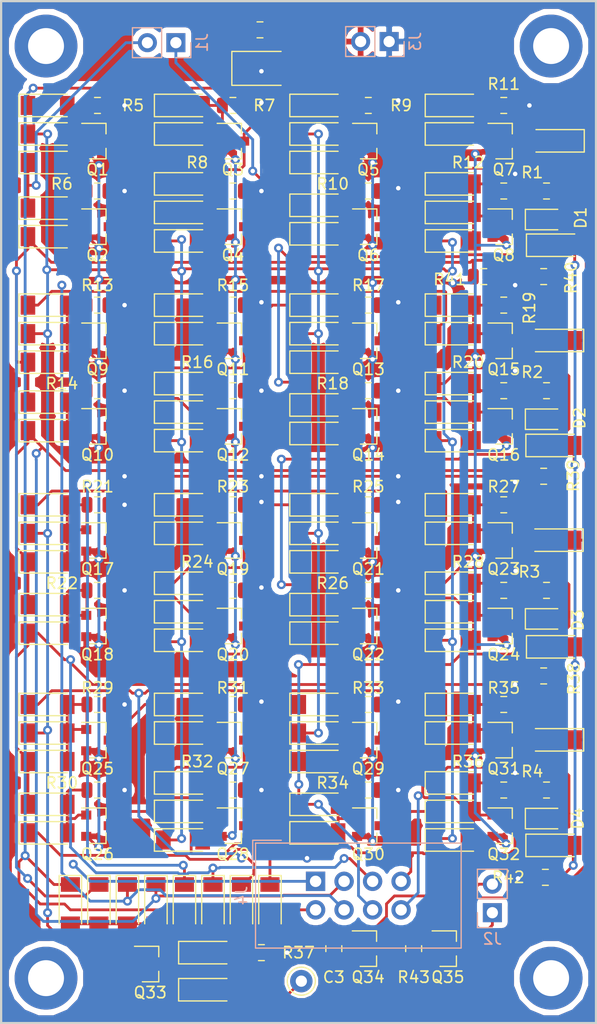
<source format=kicad_pcb>
(kicad_pcb (version 20171130) (host pcbnew "(5.0.1-3-g963ef8bb5)")
  (layers (0 F.Cu signal) (31 B.Cu signal) (34 B.Paste user) (35 F.Paste user) (36 B.SilkS user) (37 F.SilkS user) (38 B.Mask user) (39 F.Mask user) (44 Edge.Cuts user))
  (net 0 "")
  (net 1 GND)
  (net 2 VCC)
  (net 3 "Net-(C3-Pad1)")
  (net 4 /~Q1)
  (net 5 "Net-(D1-Pad2)")
  (net 6 "Net-(D2-Pad2)")
  (net 7 /~Q2)
  (net 8 /~Q4)
  (net 9 "Net-(D3-Pad2)")
  (net 10 "Net-(D4-Pad2)")
  (net 11 /~Q8)
  (net 12 "Net-(D5-Pad2)")
  (net 13 /~CLK)
  (net 14 /~ARST)
  (net 15 "Net-(D8-Pad2)")
  (net 16 /Q1)
  (net 17 "Net-(D10-Pad1)")
  (net 18 "Net-(D10-Pad2)")
  (net 19 "Net-(D11-Pad1)")
  (net 20 "Net-(D12-Pad1)")
  (net 21 "Net-(D12-Pad2)")
  (net 22 "Net-(D13-Pad1)")
  (net 23 "Net-(D15-Pad2)")
  (net 24 /CLK)
  (net 25 "Net-(D18-Pad2)")
  (net 26 "Net-(D20-Pad1)")
  (net 27 "Net-(D20-Pad2)")
  (net 28 "Net-(D22-Pad2)")
  (net 29 "Net-(D23-Pad1)")
  (net 30 "Net-(D25-Pad2)")
  (net 31 /Q2)
  (net 32 "Net-(D28-Pad2)")
  (net 33 "Net-(D30-Pad1)")
  (net 34 "Net-(D30-Pad2)")
  (net 35 "Net-(D31-Pad1)")
  (net 36 "Net-(D32-Pad1)")
  (net 37 "Net-(D32-Pad2)")
  (net 38 "Net-(D33-Pad1)")
  (net 39 "Net-(D35-Pad2)")
  (net 40 "Net-(D38-Pad2)")
  (net 41 "Net-(D40-Pad1)")
  (net 42 "Net-(D40-Pad2)")
  (net 43 "Net-(D42-Pad2)")
  (net 44 "Net-(D43-Pad1)")
  (net 45 "Net-(D45-Pad2)")
  (net 46 /Q4)
  (net 47 "Net-(D48-Pad2)")
  (net 48 "Net-(D50-Pad1)")
  (net 49 "Net-(D50-Pad2)")
  (net 50 "Net-(D51-Pad1)")
  (net 51 "Net-(D52-Pad1)")
  (net 52 "Net-(D52-Pad2)")
  (net 53 "Net-(D53-Pad1)")
  (net 54 "Net-(D55-Pad2)")
  (net 55 "Net-(D58-Pad2)")
  (net 56 "Net-(D60-Pad1)")
  (net 57 "Net-(D60-Pad2)")
  (net 58 "Net-(D62-Pad2)")
  (net 59 "Net-(D63-Pad1)")
  (net 60 "Net-(D65-Pad2)")
  (net 61 /Q8)
  (net 62 "Net-(D68-Pad2)")
  (net 63 "Net-(D70-Pad1)")
  (net 64 "Net-(D70-Pad2)")
  (net 65 "Net-(D71-Pad1)")
  (net 66 "Net-(D72-Pad1)")
  (net 67 "Net-(D72-Pad2)")
  (net 68 "Net-(D73-Pad1)")
  (net 69 "Net-(D75-Pad2)")
  (net 70 "Net-(D78-Pad2)")
  (net 71 "Net-(D80-Pad1)")
  (net 72 "Net-(D80-Pad2)")
  (net 73 "Net-(D82-Pad2)")
  (net 74 "Net-(D83-Pad1)")
  (net 75 "Net-(D85-Pad2)")
  (net 76 "Net-(D97-Pad1)")
  (net 77 /~RSTin)
  (net 78 "Net-(D103-Pad1)")
  (net 79 /Cout)
  (net 80 /~Cout)
  (module MountingHole:MountingHole_3.2mm_M3_DIN965_Pad (layer F.Cu) (at 104 29)
    (fp_text reference REF** hide)
    (fp_text value MountingHole_3.2mm_M3_DIN965_Pad hide)
    (pad 1 thru_hole circle (at 0 0) (size 5.6 5.6) (drill 3.2) (layers *.Cu *.Mask))
  )
  (module MountingHole:MountingHole_3.2mm_M3_DIN965_Pad (layer F.Cu) (at 149 29)
    (fp_text reference REF** hide)
    (fp_text value MountingHole_3.2mm_M3_DIN965_Pad hide)
    (pad 1 thru_hole circle (at 0 0) (size 5.6 5.6) (drill 3.2) (layers *.Cu *.Mask))
  )
  (module MountingHole:MountingHole_3.2mm_M3_DIN965_Pad (layer F.Cu) (at 149 112)
    (fp_text reference REF** hide)
    (fp_text value MountingHole_3.2mm_M3_DIN965_Pad hide)
    (pad 1 thru_hole circle (at 0 0) (size 5.6 5.6) (drill 3.2) (layers *.Cu *.Mask))
  )
  (module Diode_SMD:D_MiniMELF (layer F.Cu) (at 118.364 113.03)
    (fp_text reference D98 hide)
    (fp_text value D hide)
    (pad 1 smd rect (at -1.75 0) (size 1.3 1.7) (layers F.Cu F.Paste F.Mask) (net 77 /~RSTin))
    (pad 2 smd rect (at 1.75 0) (size 1.3 1.7) (layers F.Cu F.Paste F.Mask) (net 14 /~ARST))
  )
  (module Diode_SMD:D_MiniMELF (layer F.Cu) (at 118.364 109.728)
    (fp_text reference D97 hide)
    (fp_text value D hide)
    (pad 1 smd rect (at -1.75 0) (size 1.3 1.7) (layers F.Cu F.Paste F.Mask) (net 76 "Net-(D97-Pad1)"))
    (pad 2 smd rect (at 1.75 0) (size 1.3 1.7) (layers F.Cu F.Paste F.Mask) (net 14 /~ARST))
  )
  (module Diode_SMD:D_MiniMELF (layer F.Cu) (at 121.412 105.41 270)
    (fp_text reference D92 hide)
    (fp_text value D hide)
    (pad 1 smd rect (at -1.75 0 270) (size 1.3 1.7) (layers F.Cu F.Paste F.Mask) (net 11 /~Q8))
    (pad 2 smd rect (at 1.75 0 270) (size 1.3 1.7) (layers F.Cu F.Paste F.Mask) (net 75 "Net-(D85-Pad2)"))
  )
  (module Diode_SMD:D_MiniMELF (layer F.Cu) (at 149.4028 37.4396 180)
    (fp_text reference D103 hide)
    (fp_text value D hide)
    (pad 2 smd rect (at 1.75 0 180) (size 1.3 1.7) (layers F.Cu F.Paste F.Mask) (net 16 /Q1))
    (pad 1 smd rect (at -1.75 0 180) (size 1.3 1.7) (layers F.Cu F.Paste F.Mask) (net 78 "Net-(D103-Pad1)"))
  )
  (module Capacitor_SMD:C_0805_2012Metric (layer F.Cu) (at 123.063 27.559)
    (fp_text reference C1 hide)
    (fp_text value .1u hide)
    (pad 2 smd roundrect (at 0.9375 0) (size 0.975 1.4) (layers F.Cu F.Paste F.Mask) (net 1 GND))
    (pad 1 smd roundrect (at -0.9375 0) (size 0.975 1.4) (layers F.Cu F.Paste F.Mask) (net 2 VCC))
  )
  (module Capacitor_Tantalum_SMD:CP_EIA-3528-21_Kemet-B_Pad1.50x2.35mm_HandSolder (layer F.Cu) (at 123.19 30.988)
    (fp_text reference C2 hide)
    (fp_text value "10u 16v" hide)
    (pad 1 smd roundrect (at -1.625 0) (size 1.5 2.35) (layers F.Cu F.Paste F.Mask) (roundrect_rratio 0.166667) (net 2 VCC))
    (pad 2 smd roundrect (at 1.625 0) (size 1.5 2.35) (layers F.Cu F.Paste F.Mask) (roundrect_rratio 0.166667) (net 1 GND))
  )
  (module Capacitor_SMD:C_0805_2012Metric (layer F.Cu) (at 129.6416 109.3724 270)
    (fp_text reference C3 (at 2.54 0) (layer F.SilkS))
    (fp_text value 1n hide)
    (pad 1 smd roundrect (at -0.9375 0 270) (size 0.975 1.4) (layers F.Cu F.Paste F.Mask) (net 3 "Net-(C3-Pad1)"))
    (pad 2 smd roundrect (at 0.9375 0 270) (size 0.975 1.4) (layers F.Cu F.Paste F.Mask) (net 1 GND))
  )
  (module LED_SMD:LED_0805_2012Metric_Castellated (layer F.Cu) (at 148.59 44.45)
    (fp_text reference D1 (at 3.048 -0.1524 90) (layer F.SilkS))
    (fp_text value LED hide)
    (pad 1 smd roundrect (at -0.9625 0) (size 1.325 1.3) (layers F.Cu F.Paste F.Mask) (roundrect_rratio 0.192308) (net 4 /~Q1))
    (pad 2 smd roundrect (at 0.9625 0) (size 1.325 1.3) (layers F.Cu F.Paste F.Mask) (roundrect_rratio 0.192308) (net 5 "Net-(D1-Pad2)"))
  )
  (module LED_SMD:LED_0805_2012Metric_Castellated (layer F.Cu) (at 148.59 62.23)
    (fp_text reference D2 (at 2.9464 -0.1016 90) (layer F.SilkS))
    (fp_text value LED hide)
    (pad 2 smd roundrect (at 0.9625 0) (size 1.325 1.3) (layers F.Cu F.Paste F.Mask) (roundrect_rratio 0.192308) (net 6 "Net-(D2-Pad2)"))
    (pad 1 smd roundrect (at -0.9625 0) (size 1.325 1.3) (layers F.Cu F.Paste F.Mask) (roundrect_rratio 0.192308) (net 7 /~Q2))
  )
  (module LED_SMD:LED_0805_2012Metric_Castellated (layer F.Cu) (at 148.59 80.01)
    (fp_text reference D3 (at 2.794 0.1016 90) (layer F.SilkS))
    (fp_text value LED hide)
    (pad 1 smd roundrect (at -0.9625 0) (size 1.325 1.3) (layers F.Cu F.Paste F.Mask) (roundrect_rratio 0.192308) (net 8 /~Q4))
    (pad 2 smd roundrect (at 0.9625 0) (size 1.325 1.3) (layers F.Cu F.Paste F.Mask) (roundrect_rratio 0.192308) (net 9 "Net-(D3-Pad2)"))
  )
  (module LED_SMD:LED_0805_2012Metric_Castellated (layer F.Cu) (at 148.59 97.79)
    (fp_text reference D4 (at 2.794 0 90) (layer F.SilkS))
    (fp_text value LED hide)
    (pad 2 smd roundrect (at 0.9625 0) (size 1.325 1.3) (layers F.Cu F.Paste F.Mask) (roundrect_rratio 0.192308) (net 10 "Net-(D4-Pad2)"))
    (pad 1 smd roundrect (at -0.9625 0) (size 1.325 1.3) (layers F.Cu F.Paste F.Mask) (roundrect_rratio 0.192308) (net 11 /~Q8))
  )
  (module Diode_SMD:D_MiniMELF (layer F.Cu) (at 104.14 34.29)
    (fp_text reference D5 hide)
    (fp_text value D hide)
    (pad 1 smd rect (at -1.75 0) (size 1.3 1.7) (layers F.Cu F.Paste F.Mask) (net 4 /~Q1))
    (pad 2 smd rect (at 1.75 0) (size 1.3 1.7) (layers F.Cu F.Paste F.Mask) (net 12 "Net-(D5-Pad2)"))
  )
  (module Diode_SMD:D_MiniMELF (layer F.Cu) (at 104.14 39.37)
    (fp_text reference D6 hide)
    (fp_text value D hide)
    (pad 2 smd rect (at 1.75 0) (size 1.3 1.7) (layers F.Cu F.Paste F.Mask) (net 12 "Net-(D5-Pad2)"))
    (pad 1 smd rect (at -1.75 0) (size 1.3 1.7) (layers F.Cu F.Paste F.Mask) (net 13 /~CLK))
  )
  (module Diode_SMD:D_MiniMELF (layer F.Cu) (at 104.14 36.83)
    (fp_text reference D7 hide)
    (fp_text value D hide)
    (pad 2 smd rect (at 1.75 0) (size 1.3 1.7) (layers F.Cu F.Paste F.Mask) (net 12 "Net-(D5-Pad2)"))
    (pad 1 smd rect (at -1.75 0) (size 1.3 1.7) (layers F.Cu F.Paste F.Mask) (net 14 /~ARST))
  )
  (module Diode_SMD:D_MiniMELF (layer F.Cu) (at 104.14 45.974)
    (fp_text reference D8 hide)
    (fp_text value D hide)
    (pad 2 smd rect (at 1.75 0) (size 1.3 1.7) (layers F.Cu F.Paste F.Mask) (net 15 "Net-(D8-Pad2)"))
    (pad 1 smd rect (at -1.75 0) (size 1.3 1.7) (layers F.Cu F.Paste F.Mask) (net 16 /Q1))
  )
  (module Diode_SMD:D_MiniMELF (layer F.Cu) (at 104.14 43.434)
    (fp_text reference D9 hide)
    (fp_text value D hide)
    (pad 1 smd rect (at -1.75 0) (size 1.3 1.7) (layers F.Cu F.Paste F.Mask) (net 13 /~CLK))
    (pad 2 smd rect (at 1.75 0) (size 1.3 1.7) (layers F.Cu F.Paste F.Mask) (net 15 "Net-(D8-Pad2)"))
  )
  (module Diode_SMD:D_MiniMELF (layer F.Cu) (at 116.205 34.29)
    (fp_text reference D10 hide)
    (fp_text value D hide)
    (pad 1 smd rect (at -1.75 0) (size 1.3 1.7) (layers F.Cu F.Paste F.Mask) (net 17 "Net-(D10-Pad1)"))
    (pad 2 smd rect (at 1.75 0) (size 1.3 1.7) (layers F.Cu F.Paste F.Mask) (net 18 "Net-(D10-Pad2)"))
  )
  (module Diode_SMD:D_MiniMELF (layer F.Cu) (at 116.205 36.83)
    (fp_text reference D11 hide)
    (fp_text value D hide)
    (pad 2 smd rect (at 1.75 0) (size 1.3 1.7) (layers F.Cu F.Paste F.Mask) (net 18 "Net-(D10-Pad2)"))
    (pad 1 smd rect (at -1.75 0) (size 1.3 1.7) (layers F.Cu F.Paste F.Mask) (net 19 "Net-(D11-Pad1)"))
  )
  (module Diode_SMD:D_MiniMELF (layer F.Cu) (at 116.205 41.275)
    (fp_text reference D12 hide)
    (fp_text value D hide)
    (pad 1 smd rect (at -1.75 0) (size 1.3 1.7) (layers F.Cu F.Paste F.Mask) (net 20 "Net-(D12-Pad1)"))
    (pad 2 smd rect (at 1.75 0) (size 1.3 1.7) (layers F.Cu F.Paste F.Mask) (net 21 "Net-(D12-Pad2)"))
  )
  (module Diode_SMD:D_MiniMELF (layer F.Cu) (at 116.205 43.815)
    (fp_text reference D13 hide)
    (fp_text value D hide)
    (pad 1 smd rect (at -1.75 0) (size 1.3 1.7) (layers F.Cu F.Paste F.Mask) (net 22 "Net-(D13-Pad1)"))
    (pad 2 smd rect (at 1.75 0) (size 1.3 1.7) (layers F.Cu F.Paste F.Mask) (net 21 "Net-(D12-Pad2)"))
  )
  (module Diode_SMD:D_MiniMELF (layer F.Cu) (at 116.205 46.355)
    (fp_text reference D14 hide)
    (fp_text value D hide)
    (pad 2 smd rect (at 1.75 0) (size 1.3 1.7) (layers F.Cu F.Paste F.Mask) (net 21 "Net-(D12-Pad2)"))
    (pad 1 smd rect (at -1.75 0) (size 1.3 1.7) (layers F.Cu F.Paste F.Mask) (net 14 /~ARST))
  )
  (module Diode_SMD:D_MiniMELF (layer F.Cu) (at 128.27 34.29)
    (fp_text reference D15 hide)
    (fp_text value D hide)
    (pad 2 smd rect (at 1.75 0) (size 1.3 1.7) (layers F.Cu F.Paste F.Mask) (net 23 "Net-(D15-Pad2)"))
    (pad 1 smd rect (at -1.75 0) (size 1.3 1.7) (layers F.Cu F.Paste F.Mask) (net 20 "Net-(D12-Pad1)"))
  )
  (module Diode_SMD:D_MiniMELF (layer F.Cu) (at 128.27 39.37)
    (fp_text reference D16 hide)
    (fp_text value D hide)
    (pad 2 smd rect (at 1.75 0) (size 1.3 1.7) (layers F.Cu F.Paste F.Mask) (net 23 "Net-(D15-Pad2)"))
    (pad 1 smd rect (at -1.75 0) (size 1.3 1.7) (layers F.Cu F.Paste F.Mask) (net 24 /CLK))
  )
  (module Diode_SMD:D_MiniMELF (layer F.Cu) (at 128.27 36.83)
    (fp_text reference D17 hide)
    (fp_text value D hide)
    (pad 1 smd rect (at -1.75 0) (size 1.3 1.7) (layers F.Cu F.Paste F.Mask) (net 14 /~ARST))
    (pad 2 smd rect (at 1.75 0) (size 1.3 1.7) (layers F.Cu F.Paste F.Mask) (net 23 "Net-(D15-Pad2)"))
  )
  (module Diode_SMD:D_MiniMELF (layer F.Cu) (at 128.27 45.72)
    (fp_text reference D18 hide)
    (fp_text value D hide)
    (pad 2 smd rect (at 1.75 0) (size 1.3 1.7) (layers F.Cu F.Paste F.Mask) (net 25 "Net-(D18-Pad2)"))
    (pad 1 smd rect (at -1.75 0) (size 1.3 1.7) (layers F.Cu F.Paste F.Mask) (net 19 "Net-(D11-Pad1)"))
  )
  (module Diode_SMD:D_MiniMELF (layer F.Cu) (at 128.27 43.18)
    (fp_text reference D19 hide)
    (fp_text value D hide)
    (pad 1 smd rect (at -1.75 0) (size 1.3 1.7) (layers F.Cu F.Paste F.Mask) (net 24 /CLK))
    (pad 2 smd rect (at 1.75 0) (size 1.3 1.7) (layers F.Cu F.Paste F.Mask) (net 25 "Net-(D18-Pad2)"))
  )
  (module Diode_SMD:D_MiniMELF (layer F.Cu) (at 140.335 34.29)
    (fp_text reference D20 hide)
    (fp_text value D hide)
    (pad 1 smd rect (at -1.75 0) (size 1.3 1.7) (layers F.Cu F.Paste F.Mask) (net 26 "Net-(D20-Pad1)"))
    (pad 2 smd rect (at 1.75 0) (size 1.3 1.7) (layers F.Cu F.Paste F.Mask) (net 27 "Net-(D20-Pad2)"))
  )
  (module Diode_SMD:D_MiniMELF (layer F.Cu) (at 140.335 36.83)
    (fp_text reference D21 hide)
    (fp_text value D hide)
    (pad 2 smd rect (at 1.75 0) (size 1.3 1.7) (layers F.Cu F.Paste F.Mask) (net 27 "Net-(D20-Pad2)"))
    (pad 1 smd rect (at -1.75 0) (size 1.3 1.7) (layers F.Cu F.Paste F.Mask) (net 4 /~Q1))
  )
  (module Diode_SMD:D_MiniMELF (layer F.Cu) (at 140.335 41.275)
    (fp_text reference D22 hide)
    (fp_text value D hide)
    (pad 2 smd rect (at 1.75 0) (size 1.3 1.7) (layers F.Cu F.Paste F.Mask) (net 28 "Net-(D22-Pad2)"))
    (pad 1 smd rect (at -1.75 0) (size 1.3 1.7) (layers F.Cu F.Paste F.Mask) (net 16 /Q1))
  )
  (module Diode_SMD:D_MiniMELF (layer F.Cu) (at 140.335 43.815)
    (fp_text reference D23 hide)
    (fp_text value D hide)
    (pad 1 smd rect (at -1.75 0) (size 1.3 1.7) (layers F.Cu F.Paste F.Mask) (net 29 "Net-(D23-Pad1)"))
    (pad 2 smd rect (at 1.75 0) (size 1.3 1.7) (layers F.Cu F.Paste F.Mask) (net 28 "Net-(D22-Pad2)"))
  )
  (module Diode_SMD:D_MiniMELF (layer F.Cu) (at 140.335 46.355)
    (fp_text reference D24 hide)
    (fp_text value D hide)
    (pad 1 smd rect (at -1.75 0) (size 1.3 1.7) (layers F.Cu F.Paste F.Mask) (net 14 /~ARST))
    (pad 2 smd rect (at 1.75 0) (size 1.3 1.7) (layers F.Cu F.Paste F.Mask) (net 28 "Net-(D22-Pad2)"))
  )
  (module Diode_SMD:D_MiniMELF (layer F.Cu) (at 104.14 52.07)
    (fp_text reference D25 hide)
    (fp_text value D hide)
    (pad 2 smd rect (at 1.75 0) (size 1.3 1.7) (layers F.Cu F.Paste F.Mask) (net 30 "Net-(D25-Pad2)"))
    (pad 1 smd rect (at -1.75 0) (size 1.3 1.7) (layers F.Cu F.Paste F.Mask) (net 7 /~Q2))
  )
  (module Diode_SMD:D_MiniMELF (layer F.Cu) (at 104.14 57.15)
    (fp_text reference D26 hide)
    (fp_text value D hide)
    (pad 1 smd rect (at -1.75 0) (size 1.3 1.7) (layers F.Cu F.Paste F.Mask) (net 16 /Q1))
    (pad 2 smd rect (at 1.75 0) (size 1.3 1.7) (layers F.Cu F.Paste F.Mask) (net 30 "Net-(D25-Pad2)"))
  )
  (module Diode_SMD:D_MiniMELF (layer F.Cu) (at 104.14 54.61)
    (fp_text reference D27 hide)
    (fp_text value D hide)
    (pad 1 smd rect (at -1.75 0) (size 1.3 1.7) (layers F.Cu F.Paste F.Mask) (net 14 /~ARST))
    (pad 2 smd rect (at 1.75 0) (size 1.3 1.7) (layers F.Cu F.Paste F.Mask) (net 30 "Net-(D25-Pad2)"))
  )
  (module Diode_SMD:D_MiniMELF (layer F.Cu) (at 104.14 63.246)
    (fp_text reference D28 hide)
    (fp_text value D hide)
    (pad 1 smd rect (at -1.75 0) (size 1.3 1.7) (layers F.Cu F.Paste F.Mask) (net 31 /Q2))
    (pad 2 smd rect (at 1.75 0) (size 1.3 1.7) (layers F.Cu F.Paste F.Mask) (net 32 "Net-(D28-Pad2)"))
  )
  (module Diode_SMD:D_MiniMELF (layer F.Cu) (at 104.14 60.706)
    (fp_text reference D29 hide)
    (fp_text value D hide)
    (pad 1 smd rect (at -1.75 0) (size 1.3 1.7) (layers F.Cu F.Paste F.Mask) (net 16 /Q1))
    (pad 2 smd rect (at 1.75 0) (size 1.3 1.7) (layers F.Cu F.Paste F.Mask) (net 32 "Net-(D28-Pad2)"))
  )
  (module Diode_SMD:D_MiniMELF (layer F.Cu) (at 116.205 52.07)
    (fp_text reference D30 hide)
    (fp_text value D hide)
    (pad 1 smd rect (at -1.75 0) (size 1.3 1.7) (layers F.Cu F.Paste F.Mask) (net 33 "Net-(D30-Pad1)"))
    (pad 2 smd rect (at 1.75 0) (size 1.3 1.7) (layers F.Cu F.Paste F.Mask) (net 34 "Net-(D30-Pad2)"))
  )
  (module Diode_SMD:D_MiniMELF (layer F.Cu) (at 116.205 54.61)
    (fp_text reference D31 hide)
    (fp_text value D hide)
    (pad 2 smd rect (at 1.75 0) (size 1.3 1.7) (layers F.Cu F.Paste F.Mask) (net 34 "Net-(D30-Pad2)"))
    (pad 1 smd rect (at -1.75 0) (size 1.3 1.7) (layers F.Cu F.Paste F.Mask) (net 35 "Net-(D31-Pad1)"))
  )
  (module Diode_SMD:D_MiniMELF (layer F.Cu) (at 116.205 59.055)
    (fp_text reference D32 hide)
    (fp_text value D hide)
    (pad 1 smd rect (at -1.75 0) (size 1.3 1.7) (layers F.Cu F.Paste F.Mask) (net 36 "Net-(D32-Pad1)"))
    (pad 2 smd rect (at 1.75 0) (size 1.3 1.7) (layers F.Cu F.Paste F.Mask) (net 37 "Net-(D32-Pad2)"))
  )
  (module Diode_SMD:D_MiniMELF (layer F.Cu) (at 116.205 61.595)
    (fp_text reference D33 hide)
    (fp_text value D hide)
    (pad 2 smd rect (at 1.75 0) (size 1.3 1.7) (layers F.Cu F.Paste F.Mask) (net 37 "Net-(D32-Pad2)"))
    (pad 1 smd rect (at -1.75 0) (size 1.3 1.7) (layers F.Cu F.Paste F.Mask) (net 38 "Net-(D33-Pad1)"))
  )
  (module Diode_SMD:D_MiniMELF (layer F.Cu) (at 116.205 64.135)
    (fp_text reference D34 hide)
    (fp_text value D hide)
    (pad 1 smd rect (at -1.75 0) (size 1.3 1.7) (layers F.Cu F.Paste F.Mask) (net 14 /~ARST))
    (pad 2 smd rect (at 1.75 0) (size 1.3 1.7) (layers F.Cu F.Paste F.Mask) (net 37 "Net-(D32-Pad2)"))
  )
  (module Diode_SMD:D_MiniMELF (layer F.Cu) (at 128.27 52.07)
    (fp_text reference D35 hide)
    (fp_text value D hide)
    (pad 2 smd rect (at 1.75 0) (size 1.3 1.7) (layers F.Cu F.Paste F.Mask) (net 39 "Net-(D35-Pad2)"))
    (pad 1 smd rect (at -1.75 0) (size 1.3 1.7) (layers F.Cu F.Paste F.Mask) (net 36 "Net-(D32-Pad1)"))
  )
  (module Diode_SMD:D_MiniMELF (layer F.Cu) (at 128.27 57.15)
    (fp_text reference D36 hide)
    (fp_text value D hide)
    (pad 1 smd rect (at -1.75 0) (size 1.3 1.7) (layers F.Cu F.Paste F.Mask) (net 4 /~Q1))
    (pad 2 smd rect (at 1.75 0) (size 1.3 1.7) (layers F.Cu F.Paste F.Mask) (net 39 "Net-(D35-Pad2)"))
  )
  (module Diode_SMD:D_MiniMELF (layer F.Cu) (at 128.27 54.61)
    (fp_text reference D37 hide)
    (fp_text value D hide)
    (pad 2 smd rect (at 1.75 0) (size 1.3 1.7) (layers F.Cu F.Paste F.Mask) (net 39 "Net-(D35-Pad2)"))
    (pad 1 smd rect (at -1.75 0) (size 1.3 1.7) (layers F.Cu F.Paste F.Mask) (net 14 /~ARST))
  )
  (module Diode_SMD:D_MiniMELF (layer F.Cu) (at 128.27 63.5)
    (fp_text reference D38 hide)
    (fp_text value D hide)
    (pad 1 smd rect (at -1.75 0) (size 1.3 1.7) (layers F.Cu F.Paste F.Mask) (net 35 "Net-(D31-Pad1)"))
    (pad 2 smd rect (at 1.75 0) (size 1.3 1.7) (layers F.Cu F.Paste F.Mask) (net 40 "Net-(D38-Pad2)"))
  )
  (module Diode_SMD:D_MiniMELF (layer F.Cu) (at 128.27 60.96)
    (fp_text reference D39 hide)
    (fp_text value D hide)
    (pad 2 smd rect (at 1.75 0) (size 1.3 1.7) (layers F.Cu F.Paste F.Mask) (net 40 "Net-(D38-Pad2)"))
    (pad 1 smd rect (at -1.75 0) (size 1.3 1.7) (layers F.Cu F.Paste F.Mask) (net 4 /~Q1))
  )
  (module Diode_SMD:D_MiniMELF (layer F.Cu) (at 140.335 52.07)
    (fp_text reference D40 hide)
    (fp_text value D hide)
    (pad 1 smd rect (at -1.75 0) (size 1.3 1.7) (layers F.Cu F.Paste F.Mask) (net 41 "Net-(D40-Pad1)"))
    (pad 2 smd rect (at 1.75 0) (size 1.3 1.7) (layers F.Cu F.Paste F.Mask) (net 42 "Net-(D40-Pad2)"))
  )
  (module Diode_SMD:D_MiniMELF (layer F.Cu) (at 140.335 54.61)
    (fp_text reference D41 hide)
    (fp_text value D hide)
    (pad 2 smd rect (at 1.75 0) (size 1.3 1.7) (layers F.Cu F.Paste F.Mask) (net 42 "Net-(D40-Pad2)"))
    (pad 1 smd rect (at -1.75 0) (size 1.3 1.7) (layers F.Cu F.Paste F.Mask) (net 7 /~Q2))
  )
  (module Diode_SMD:D_MiniMELF (layer F.Cu) (at 140.335 59.055)
    (fp_text reference D42 hide)
    (fp_text value D hide)
    (pad 1 smd rect (at -1.75 0) (size 1.3 1.7) (layers F.Cu F.Paste F.Mask) (net 31 /Q2))
    (pad 2 smd rect (at 1.75 0) (size 1.3 1.7) (layers F.Cu F.Paste F.Mask) (net 43 "Net-(D42-Pad2)"))
  )
  (module Diode_SMD:D_MiniMELF (layer F.Cu) (at 140.335 61.595)
    (fp_text reference D43 hide)
    (fp_text value D hide)
    (pad 2 smd rect (at 1.75 0) (size 1.3 1.7) (layers F.Cu F.Paste F.Mask) (net 43 "Net-(D42-Pad2)"))
    (pad 1 smd rect (at -1.75 0) (size 1.3 1.7) (layers F.Cu F.Paste F.Mask) (net 44 "Net-(D43-Pad1)"))
  )
  (module Diode_SMD:D_MiniMELF (layer F.Cu) (at 140.335 64.135)
    (fp_text reference D44 hide)
    (fp_text value D hide)
    (pad 1 smd rect (at -1.75 0) (size 1.3 1.7) (layers F.Cu F.Paste F.Mask) (net 14 /~ARST))
    (pad 2 smd rect (at 1.75 0) (size 1.3 1.7) (layers F.Cu F.Paste F.Mask) (net 43 "Net-(D42-Pad2)"))
  )
  (module Diode_SMD:D_MiniMELF (layer F.Cu) (at 104.14 69.85)
    (fp_text reference D45 hide)
    (fp_text value D hide)
    (pad 2 smd rect (at 1.75 0) (size 1.3 1.7) (layers F.Cu F.Paste F.Mask) (net 45 "Net-(D45-Pad2)"))
    (pad 1 smd rect (at -1.75 0) (size 1.3 1.7) (layers F.Cu F.Paste F.Mask) (net 8 /~Q4))
  )
  (module Diode_SMD:D_MiniMELF (layer F.Cu) (at 104.14 74.93)
    (fp_text reference D46 hide)
    (fp_text value D hide)
    (pad 1 smd rect (at -1.75 0) (size 1.3 1.7) (layers F.Cu F.Paste F.Mask) (net 31 /Q2))
    (pad 2 smd rect (at 1.75 0) (size 1.3 1.7) (layers F.Cu F.Paste F.Mask) (net 45 "Net-(D45-Pad2)"))
  )
  (module Diode_SMD:D_MiniMELF (layer F.Cu) (at 104.14 72.39)
    (fp_text reference D47 hide)
    (fp_text value D hide)
    (pad 2 smd rect (at 1.75 0) (size 1.3 1.7) (layers F.Cu F.Paste F.Mask) (net 45 "Net-(D45-Pad2)"))
    (pad 1 smd rect (at -1.75 0) (size 1.3 1.7) (layers F.Cu F.Paste F.Mask) (net 14 /~ARST))
  )
  (module Diode_SMD:D_MiniMELF (layer F.Cu) (at 104.14 81.28)
    (fp_text reference D48 hide)
    (fp_text value D hide)
    (pad 1 smd rect (at -1.75 0) (size 1.3 1.7) (layers F.Cu F.Paste F.Mask) (net 46 /Q4))
    (pad 2 smd rect (at 1.75 0) (size 1.3 1.7) (layers F.Cu F.Paste F.Mask) (net 47 "Net-(D48-Pad2)"))
  )
  (module Diode_SMD:D_MiniMELF (layer F.Cu) (at 104.14 78.74)
    (fp_text reference D49 hide)
    (fp_text value D hide)
    (pad 2 smd rect (at 1.75 0) (size 1.3 1.7) (layers F.Cu F.Paste F.Mask) (net 47 "Net-(D48-Pad2)"))
    (pad 1 smd rect (at -1.75 0) (size 1.3 1.7) (layers F.Cu F.Paste F.Mask) (net 31 /Q2))
  )
  (module Diode_SMD:D_MiniMELF (layer F.Cu) (at 116.205 69.85)
    (fp_text reference D50 hide)
    (fp_text value D hide)
    (pad 1 smd rect (at -1.75 0) (size 1.3 1.7) (layers F.Cu F.Paste F.Mask) (net 48 "Net-(D50-Pad1)"))
    (pad 2 smd rect (at 1.75 0) (size 1.3 1.7) (layers F.Cu F.Paste F.Mask) (net 49 "Net-(D50-Pad2)"))
  )
  (module Diode_SMD:D_MiniMELF (layer F.Cu) (at 116.205 72.39)
    (fp_text reference D51 hide)
    (fp_text value D hide)
    (pad 2 smd rect (at 1.75 0) (size 1.3 1.7) (layers F.Cu F.Paste F.Mask) (net 49 "Net-(D50-Pad2)"))
    (pad 1 smd rect (at -1.75 0) (size 1.3 1.7) (layers F.Cu F.Paste F.Mask) (net 50 "Net-(D51-Pad1)"))
  )
  (module Diode_SMD:D_MiniMELF (layer F.Cu) (at 116.205 76.835)
    (fp_text reference D52 hide)
    (fp_text value D hide)
    (pad 1 smd rect (at -1.75 0) (size 1.3 1.7) (layers F.Cu F.Paste F.Mask) (net 51 "Net-(D52-Pad1)"))
    (pad 2 smd rect (at 1.75 0) (size 1.3 1.7) (layers F.Cu F.Paste F.Mask) (net 52 "Net-(D52-Pad2)"))
  )
  (module Diode_SMD:D_MiniMELF (layer F.Cu) (at 116.205 79.375)
    (fp_text reference D53 hide)
    (fp_text value D hide)
    (pad 2 smd rect (at 1.75 0) (size 1.3 1.7) (layers F.Cu F.Paste F.Mask) (net 52 "Net-(D52-Pad2)"))
    (pad 1 smd rect (at -1.75 0) (size 1.3 1.7) (layers F.Cu F.Paste F.Mask) (net 53 "Net-(D53-Pad1)"))
  )
  (module Diode_SMD:D_MiniMELF (layer F.Cu) (at 116.205 81.915)
    (fp_text reference D54 hide)
    (fp_text value D hide)
    (pad 1 smd rect (at -1.75 0) (size 1.3 1.7) (layers F.Cu F.Paste F.Mask) (net 14 /~ARST))
    (pad 2 smd rect (at 1.75 0) (size 1.3 1.7) (layers F.Cu F.Paste F.Mask) (net 52 "Net-(D52-Pad2)"))
  )
  (module Diode_SMD:D_MiniMELF (layer F.Cu) (at 128.27 69.85)
    (fp_text reference D55 hide)
    (fp_text value D hide)
    (pad 2 smd rect (at 1.75 0) (size 1.3 1.7) (layers F.Cu F.Paste F.Mask) (net 54 "Net-(D55-Pad2)"))
    (pad 1 smd rect (at -1.75 0) (size 1.3 1.7) (layers F.Cu F.Paste F.Mask) (net 51 "Net-(D52-Pad1)"))
  )
  (module Diode_SMD:D_MiniMELF (layer F.Cu) (at 128.27 74.93)
    (fp_text reference D56 hide)
    (fp_text value D hide)
    (pad 1 smd rect (at -1.75 0) (size 1.3 1.7) (layers F.Cu F.Paste F.Mask) (net 7 /~Q2))
    (pad 2 smd rect (at 1.75 0) (size 1.3 1.7) (layers F.Cu F.Paste F.Mask) (net 54 "Net-(D55-Pad2)"))
  )
  (module Diode_SMD:D_MiniMELF (layer F.Cu) (at 128.27 72.39)
    (fp_text reference D57 hide)
    (fp_text value D hide)
    (pad 2 smd rect (at 1.75 0) (size 1.3 1.7) (layers F.Cu F.Paste F.Mask) (net 54 "Net-(D55-Pad2)"))
    (pad 1 smd rect (at -1.75 0) (size 1.3 1.7) (layers F.Cu F.Paste F.Mask) (net 14 /~ARST))
  )
  (module Diode_SMD:D_MiniMELF (layer F.Cu) (at 128.27 81.28)
    (fp_text reference D58 hide)
    (fp_text value D hide)
    (pad 1 smd rect (at -1.75 0) (size 1.3 1.7) (layers F.Cu F.Paste F.Mask) (net 50 "Net-(D51-Pad1)"))
    (pad 2 smd rect (at 1.75 0) (size 1.3 1.7) (layers F.Cu F.Paste F.Mask) (net 55 "Net-(D58-Pad2)"))
  )
  (module Diode_SMD:D_MiniMELF (layer F.Cu) (at 128.27 78.74)
    (fp_text reference D59 hide)
    (fp_text value D hide)
    (pad 2 smd rect (at 1.75 0) (size 1.3 1.7) (layers F.Cu F.Paste F.Mask) (net 55 "Net-(D58-Pad2)"))
    (pad 1 smd rect (at -1.75 0) (size 1.3 1.7) (layers F.Cu F.Paste F.Mask) (net 7 /~Q2))
  )
  (module Diode_SMD:D_MiniMELF (layer F.Cu) (at 140.335 69.85)
    (fp_text reference D60 hide)
    (fp_text value D hide)
    (pad 1 smd rect (at -1.75 0) (size 1.3 1.7) (layers F.Cu F.Paste F.Mask) (net 56 "Net-(D60-Pad1)"))
    (pad 2 smd rect (at 1.75 0) (size 1.3 1.7) (layers F.Cu F.Paste F.Mask) (net 57 "Net-(D60-Pad2)"))
  )
  (module Diode_SMD:D_MiniMELF (layer F.Cu) (at 140.335 72.39)
    (fp_text reference D61 hide)
    (fp_text value D hide)
    (pad 2 smd rect (at 1.75 0) (size 1.3 1.7) (layers F.Cu F.Paste F.Mask) (net 57 "Net-(D60-Pad2)"))
    (pad 1 smd rect (at -1.75 0) (size 1.3 1.7) (layers F.Cu F.Paste F.Mask) (net 8 /~Q4))
  )
  (module Diode_SMD:D_MiniMELF (layer F.Cu) (at 140.335 76.835)
    (fp_text reference D62 hide)
    (fp_text value D hide)
    (pad 1 smd rect (at -1.75 0) (size 1.3 1.7) (layers F.Cu F.Paste F.Mask) (net 46 /Q4))
    (pad 2 smd rect (at 1.75 0) (size 1.3 1.7) (layers F.Cu F.Paste F.Mask) (net 58 "Net-(D62-Pad2)"))
  )
  (module Diode_SMD:D_MiniMELF (layer F.Cu) (at 140.335 79.375)
    (fp_text reference D63 hide)
    (fp_text value D hide)
    (pad 2 smd rect (at 1.75 0) (size 1.3 1.7) (layers F.Cu F.Paste F.Mask) (net 58 "Net-(D62-Pad2)"))
    (pad 1 smd rect (at -1.75 0) (size 1.3 1.7) (layers F.Cu F.Paste F.Mask) (net 59 "Net-(D63-Pad1)"))
  )
  (module Diode_SMD:D_MiniMELF (layer F.Cu) (at 140.335 81.915)
    (fp_text reference D64 hide)
    (fp_text value D hide)
    (pad 1 smd rect (at -1.75 0) (size 1.3 1.7) (layers F.Cu F.Paste F.Mask) (net 14 /~ARST))
    (pad 2 smd rect (at 1.75 0) (size 1.3 1.7) (layers F.Cu F.Paste F.Mask) (net 58 "Net-(D62-Pad2)"))
  )
  (module Diode_SMD:D_MiniMELF (layer F.Cu) (at 104.14 87.63)
    (fp_text reference D65 hide)
    (fp_text value D hide)
    (pad 2 smd rect (at 1.75 0) (size 1.3 1.7) (layers F.Cu F.Paste F.Mask) (net 60 "Net-(D65-Pad2)"))
    (pad 1 smd rect (at -1.75 0) (size 1.3 1.7) (layers F.Cu F.Paste F.Mask) (net 11 /~Q8))
  )
  (module Diode_SMD:D_MiniMELF (layer F.Cu) (at 104.14 92.71)
    (fp_text reference D66 hide)
    (fp_text value D hide)
    (pad 1 smd rect (at -1.75 0) (size 1.3 1.7) (layers F.Cu F.Paste F.Mask) (net 46 /Q4))
    (pad 2 smd rect (at 1.75 0) (size 1.3 1.7) (layers F.Cu F.Paste F.Mask) (net 60 "Net-(D65-Pad2)"))
  )
  (module Diode_SMD:D_MiniMELF (layer F.Cu) (at 104.14 90.17)
    (fp_text reference D67 hide)
    (fp_text value D hide)
    (pad 2 smd rect (at 1.75 0) (size 1.3 1.7) (layers F.Cu F.Paste F.Mask) (net 60 "Net-(D65-Pad2)"))
    (pad 1 smd rect (at -1.75 0) (size 1.3 1.7) (layers F.Cu F.Paste F.Mask) (net 14 /~ARST))
  )
  (module Diode_SMD:D_MiniMELF (layer F.Cu) (at 104.14 99.06)
    (fp_text reference D68 hide)
    (fp_text value D hide)
    (pad 1 smd rect (at -1.75 0) (size 1.3 1.7) (layers F.Cu F.Paste F.Mask) (net 61 /Q8))
    (pad 2 smd rect (at 1.75 0) (size 1.3 1.7) (layers F.Cu F.Paste F.Mask) (net 62 "Net-(D68-Pad2)"))
  )
  (module Diode_SMD:D_MiniMELF (layer F.Cu) (at 104.14 96.52)
    (fp_text reference D69 hide)
    (fp_text value D hide)
    (pad 2 smd rect (at 1.75 0) (size 1.3 1.7) (layers F.Cu F.Paste F.Mask) (net 62 "Net-(D68-Pad2)"))
    (pad 1 smd rect (at -1.75 0) (size 1.3 1.7) (layers F.Cu F.Paste F.Mask) (net 46 /Q4))
  )
  (module Diode_SMD:D_MiniMELF (layer F.Cu) (at 116.205 87.63)
    (fp_text reference D70 hide)
    (fp_text value D hide)
    (pad 1 smd rect (at -1.75 0) (size 1.3 1.7) (layers F.Cu F.Paste F.Mask) (net 63 "Net-(D70-Pad1)"))
    (pad 2 smd rect (at 1.75 0) (size 1.3 1.7) (layers F.Cu F.Paste F.Mask) (net 64 "Net-(D70-Pad2)"))
  )
  (module Diode_SMD:D_MiniMELF (layer F.Cu) (at 116.205 90.17)
    (fp_text reference D71 hide)
    (fp_text value D hide)
    (pad 2 smd rect (at 1.75 0) (size 1.3 1.7) (layers F.Cu F.Paste F.Mask) (net 64 "Net-(D70-Pad2)"))
    (pad 1 smd rect (at -1.75 0) (size 1.3 1.7) (layers F.Cu F.Paste F.Mask) (net 65 "Net-(D71-Pad1)"))
  )
  (module Diode_SMD:D_MiniMELF (layer F.Cu) (at 116.205 94.615)
    (fp_text reference D72 hide)
    (fp_text value D hide)
    (pad 1 smd rect (at -1.75 0) (size 1.3 1.7) (layers F.Cu F.Paste F.Mask) (net 66 "Net-(D72-Pad1)"))
    (pad 2 smd rect (at 1.75 0) (size 1.3 1.7) (layers F.Cu F.Paste F.Mask) (net 67 "Net-(D72-Pad2)"))
  )
  (module Diode_SMD:D_MiniMELF (layer F.Cu) (at 116.205 97.155)
    (fp_text reference D73 hide)
    (fp_text value D hide)
    (pad 2 smd rect (at 1.75 0) (size 1.3 1.7) (layers F.Cu F.Paste F.Mask) (net 67 "Net-(D72-Pad2)"))
    (pad 1 smd rect (at -1.75 0) (size 1.3 1.7) (layers F.Cu F.Paste F.Mask) (net 68 "Net-(D73-Pad1)"))
  )
  (module Diode_SMD:D_MiniMELF (layer F.Cu) (at 116.205 99.695)
    (fp_text reference D74 hide)
    (fp_text value D hide)
    (pad 1 smd rect (at -1.75 0) (size 1.3 1.7) (layers F.Cu F.Paste F.Mask) (net 14 /~ARST))
    (pad 2 smd rect (at 1.75 0) (size 1.3 1.7) (layers F.Cu F.Paste F.Mask) (net 67 "Net-(D72-Pad2)"))
  )
  (module Diode_SMD:D_MiniMELF (layer F.Cu) (at 128.27 87.63)
    (fp_text reference D75 hide)
    (fp_text value D hide)
    (pad 2 smd rect (at 1.75 0) (size 1.3 1.7) (layers F.Cu F.Paste F.Mask) (net 69 "Net-(D75-Pad2)"))
    (pad 1 smd rect (at -1.75 0) (size 1.3 1.7) (layers F.Cu F.Paste F.Mask) (net 66 "Net-(D72-Pad1)"))
  )
  (module Diode_SMD:D_MiniMELF (layer F.Cu) (at 128.27 92.71)
    (fp_text reference D76 hide)
    (fp_text value D hide)
    (pad 1 smd rect (at -1.75 0) (size 1.3 1.7) (layers F.Cu F.Paste F.Mask) (net 8 /~Q4))
    (pad 2 smd rect (at 1.75 0) (size 1.3 1.7) (layers F.Cu F.Paste F.Mask) (net 69 "Net-(D75-Pad2)"))
  )
  (module Diode_SMD:D_MiniMELF (layer F.Cu) (at 128.27 90.17)
    (fp_text reference D77 hide)
    (fp_text value D hide)
    (pad 2 smd rect (at 1.75 0) (size 1.3 1.7) (layers F.Cu F.Paste F.Mask) (net 69 "Net-(D75-Pad2)"))
    (pad 1 smd rect (at -1.75 0) (size 1.3 1.7) (layers F.Cu F.Paste F.Mask) (net 14 /~ARST))
  )
  (module Diode_SMD:D_MiniMELF (layer F.Cu) (at 128.27 99.06)
    (fp_text reference D78 hide)
    (fp_text value D hide)
    (pad 1 smd rect (at -1.75 0) (size 1.3 1.7) (layers F.Cu F.Paste F.Mask) (net 65 "Net-(D71-Pad1)"))
    (pad 2 smd rect (at 1.75 0) (size 1.3 1.7) (layers F.Cu F.Paste F.Mask) (net 70 "Net-(D78-Pad2)"))
  )
  (module Diode_SMD:D_MiniMELF (layer F.Cu) (at 128.27 96.52)
    (fp_text reference D79 hide)
    (fp_text value D hide)
    (pad 2 smd rect (at 1.75 0) (size 1.3 1.7) (layers F.Cu F.Paste F.Mask) (net 70 "Net-(D78-Pad2)"))
    (pad 1 smd rect (at -1.75 0) (size 1.3 1.7) (layers F.Cu F.Paste F.Mask) (net 8 /~Q4))
  )
  (module Diode_SMD:D_MiniMELF (layer F.Cu) (at 140.335 87.63)
    (fp_text reference D80 hide)
    (fp_text value D hide)
    (pad 1 smd rect (at -1.75 0) (size 1.3 1.7) (layers F.Cu F.Paste F.Mask) (net 71 "Net-(D80-Pad1)"))
    (pad 2 smd rect (at 1.75 0) (size 1.3 1.7) (layers F.Cu F.Paste F.Mask) (net 72 "Net-(D80-Pad2)"))
  )
  (module Diode_SMD:D_MiniMELF (layer F.Cu) (at 140.335 90.17)
    (fp_text reference D81 hide)
    (fp_text value D hide)
    (pad 2 smd rect (at 1.75 0) (size 1.3 1.7) (layers F.Cu F.Paste F.Mask) (net 72 "Net-(D80-Pad2)"))
    (pad 1 smd rect (at -1.75 0) (size 1.3 1.7) (layers F.Cu F.Paste F.Mask) (net 11 /~Q8))
  )
  (module Diode_SMD:D_MiniMELF (layer F.Cu) (at 140.335 94.615)
    (fp_text reference D82 hide)
    (fp_text value D hide)
    (pad 1 smd rect (at -1.75 0) (size 1.3 1.7) (layers F.Cu F.Paste F.Mask) (net 61 /Q8))
    (pad 2 smd rect (at 1.75 0) (size 1.3 1.7) (layers F.Cu F.Paste F.Mask) (net 73 "Net-(D82-Pad2)"))
  )
  (module Diode_SMD:D_MiniMELF (layer F.Cu) (at 140.335 97.155)
    (fp_text reference D83 hide)
    (fp_text value D hide)
    (pad 2 smd rect (at 1.75 0) (size 1.3 1.7) (layers F.Cu F.Paste F.Mask) (net 73 "Net-(D82-Pad2)"))
    (pad 1 smd rect (at -1.75 0) (size 1.3 1.7) (layers F.Cu F.Paste F.Mask) (net 74 "Net-(D83-Pad1)"))
  )
  (module Diode_SMD:D_MiniMELF (layer F.Cu) (at 140.335 99.695)
    (fp_text reference D84 hide)
    (fp_text value D hide)
    (pad 1 smd rect (at -1.75 0) (size 1.3 1.7) (layers F.Cu F.Paste F.Mask) (net 14 /~ARST))
    (pad 2 smd rect (at 1.75 0) (size 1.3 1.7) (layers F.Cu F.Paste F.Mask) (net 73 "Net-(D82-Pad2)"))
  )
  (module Diode_SMD:D_MiniMELF (layer F.Cu) (at 108.712 105.41 270)
    (fp_text reference D85 hide)
    (fp_text value D hide)
    (pad 2 smd rect (at 1.75 0 270) (size 1.3 1.7) (layers F.Cu F.Paste F.Mask) (net 75 "Net-(D85-Pad2)"))
    (pad 1 smd rect (at -1.75 0 270) (size 1.3 1.7) (layers F.Cu F.Paste F.Mask) (net 16 /Q1))
  )
  (module Diode_SMD:D_MiniMELF (layer F.Cu) (at 106.172 105.41 270)
    (fp_text reference D86 hide)
    (fp_text value D hide)
    (pad 1 smd rect (at -1.75 0 270) (size 1.3 1.7) (layers F.Cu F.Paste F.Mask) (net 4 /~Q1))
    (pad 2 smd rect (at 1.75 0 270) (size 1.3 1.7) (layers F.Cu F.Paste F.Mask) (net 75 "Net-(D85-Pad2)"))
  )
  (module Diode_SMD:D_MiniMELF (layer F.Cu) (at 113.792 105.41 270)
    (fp_text reference D87 hide)
    (fp_text value D hide)
    (pad 2 smd rect (at 1.75 0 270) (size 1.3 1.7) (layers F.Cu F.Paste F.Mask) (net 75 "Net-(D85-Pad2)"))
    (pad 1 smd rect (at -1.75 0 270) (size 1.3 1.7) (layers F.Cu F.Paste F.Mask) (net 31 /Q2))
  )
  (module Diode_SMD:D_MiniMELF (layer F.Cu) (at 111.252 105.41 270)
    (fp_text reference D88 hide)
    (fp_text value D hide)
    (pad 1 smd rect (at -1.75 0 270) (size 1.3 1.7) (layers F.Cu F.Paste F.Mask) (net 7 /~Q2))
    (pad 2 smd rect (at 1.75 0 270) (size 1.3 1.7) (layers F.Cu F.Paste F.Mask) (net 75 "Net-(D85-Pad2)"))
  )
  (module Diode_SMD:D_MiniMELF (layer F.Cu) (at 118.872 105.41 270)
    (fp_text reference D89 hide)
    (fp_text value D hide)
    (pad 2 smd rect (at 1.75 0 270) (size 1.3 1.7) (layers F.Cu F.Paste F.Mask) (net 75 "Net-(D85-Pad2)"))
    (pad 1 smd rect (at -1.75 0 270) (size 1.3 1.7) (layers F.Cu F.Paste F.Mask) (net 46 /Q4))
  )
  (module Diode_SMD:D_MiniMELF (layer F.Cu) (at 116.332 105.41 270)
    (fp_text reference D90 hide)
    (fp_text value D hide)
    (pad 1 smd rect (at -1.75 0 270) (size 1.3 1.7) (layers F.Cu F.Paste F.Mask) (net 8 /~Q4))
    (pad 2 smd rect (at 1.75 0 270) (size 1.3 1.7) (layers F.Cu F.Paste F.Mask) (net 75 "Net-(D85-Pad2)"))
  )
  (module Diode_SMD:D_MiniMELF (layer F.Cu) (at 123.952 105.41 270)
    (fp_text reference D91 hide)
    (fp_text value D hide)
    (pad 2 smd rect (at 1.75 0 270) (size 1.3 1.7) (layers F.Cu F.Paste F.Mask) (net 75 "Net-(D85-Pad2)"))
    (pad 1 smd rect (at -1.75 0 270) (size 1.3 1.7) (layers F.Cu F.Paste F.Mask) (net 61 /Q8))
  )
  (module Diode_SMD:D_MiniMELF (layer F.Cu) (at 149.352 46.736)
    (fp_text reference D99 hide)
    (fp_text value D hide)
    (pad 2 smd rect (at 1.75 0) (size 1.3 1.7) (layers F.Cu F.Paste F.Mask) (net 3 "Net-(C3-Pad1)"))
    (pad 1 smd rect (at -1.75 0) (size 1.3 1.7) (layers F.Cu F.Paste F.Mask) (net 4 /~Q1))
  )
  (module Diode_SMD:D_MiniMELF (layer F.Cu) (at 149.3012 64.5668)
    (fp_text reference D100 hide)
    (fp_text value D hide)
    (pad 2 smd rect (at 1.75 0) (size 1.3 1.7) (layers F.Cu F.Paste F.Mask) (net 3 "Net-(C3-Pad1)"))
    (pad 1 smd rect (at -1.75 0) (size 1.3 1.7) (layers F.Cu F.Paste F.Mask) (net 7 /~Q2))
  )
  (module Diode_SMD:D_MiniMELF (layer F.Cu) (at 149.352 82.4992)
    (fp_text reference D101 hide)
    (fp_text value D hide)
    (pad 1 smd rect (at -1.75 0) (size 1.3 1.7) (layers F.Cu F.Paste F.Mask) (net 8 /~Q4))
    (pad 2 smd rect (at 1.75 0) (size 1.3 1.7) (layers F.Cu F.Paste F.Mask) (net 3 "Net-(C3-Pad1)"))
  )
  (module Diode_SMD:D_MiniMELF (layer F.Cu) (at 149.3012 100.1776)
    (fp_text reference D102 hide)
    (fp_text value D hide)
    (pad 2 smd rect (at 1.75 0) (size 1.3 1.7) (layers F.Cu F.Paste F.Mask) (net 3 "Net-(C3-Pad1)"))
    (pad 1 smd rect (at -1.75 0) (size 1.3 1.7) (layers F.Cu F.Paste F.Mask) (net 11 /~Q8))
  )
  (module Diode_SMD:D_MiniMELF (layer F.Cu) (at 149.352 55.2196 180)
    (fp_text reference D104 hide)
    (fp_text value D hide)
    (pad 1 smd rect (at -1.75 0 180) (size 1.3 1.7) (layers F.Cu F.Paste F.Mask) (net 78 "Net-(D103-Pad1)"))
    (pad 2 smd rect (at 1.75 0 180) (size 1.3 1.7) (layers F.Cu F.Paste F.Mask) (net 31 /Q2))
  )
  (module Diode_SMD:D_MiniMELF (layer F.Cu) (at 149.3012 72.9996 180)
    (fp_text reference D105 hide)
    (fp_text value D hide)
    (pad 2 smd rect (at 1.75 0 180) (size 1.3 1.7) (layers F.Cu F.Paste F.Mask) (net 46 /Q4))
    (pad 1 smd rect (at -1.75 0 180) (size 1.3 1.7) (layers F.Cu F.Paste F.Mask) (net 78 "Net-(D103-Pad1)"))
  )
  (module Diode_SMD:D_MiniMELF (layer F.Cu) (at 149.352 90.7796 180)
    (fp_text reference D106 hide)
    (fp_text value D hide)
    (pad 2 smd rect (at 1.75 0 180) (size 1.3 1.7) (layers F.Cu F.Paste F.Mask) (net 61 /Q8))
    (pad 1 smd rect (at -1.75 0 180) (size 1.3 1.7) (layers F.Cu F.Paste F.Mask) (net 78 "Net-(D103-Pad1)"))
  )
  (module Connector_Pin:Pin_D1.0mm_L10.0mm (layer F.Cu) (at 126.746 112.268)
    (fp_text reference J11 hide)
    (fp_text value ~RST)
    (pad 1 thru_hole circle (at 0 0) (size 2 2) (drill 1) (layers *.Cu *.Mask) (net 77 /~RSTin))
  )
  (module Package_TO_SOT_SMD:SOT-23 (layer F.Cu) (at 108.585 37.465)
    (fp_text reference Q1 (at 0 2.54) (layer F.SilkS))
    (fp_text value Q_NMOS_GSD hide)
    (pad 1 smd rect (at -1 -0.95) (size 0.9 0.8) (layers F.Cu F.Paste F.Mask) (net 12 "Net-(D5-Pad2)"))
    (pad 2 smd rect (at -1 0.95) (size 0.9 0.8) (layers F.Cu F.Paste F.Mask) (net 1 GND))
    (pad 3 smd rect (at 1 0) (size 0.9 0.8) (layers F.Cu F.Paste F.Mask) (net 17 "Net-(D10-Pad1)"))
  )
  (module Package_TO_SOT_SMD:SOT-23 (layer F.Cu) (at 108.585 45.085)
    (fp_text reference Q2 (at 0 2.54) (layer F.SilkS))
    (fp_text value Q_NMOS_GSD hide)
    (pad 1 smd rect (at -1 -0.95) (size 0.9 0.8) (layers F.Cu F.Paste F.Mask) (net 15 "Net-(D8-Pad2)"))
    (pad 2 smd rect (at -1 0.95) (size 0.9 0.8) (layers F.Cu F.Paste F.Mask) (net 1 GND))
    (pad 3 smd rect (at 1 0) (size 0.9 0.8) (layers F.Cu F.Paste F.Mask) (net 22 "Net-(D13-Pad1)"))
  )
  (module Package_TO_SOT_SMD:SOT-23 (layer F.Cu) (at 120.65 37.465)
    (fp_text reference Q3 (at 0 2.54) (layer F.SilkS))
    (fp_text value Q_NMOS_GSD hide)
    (pad 1 smd rect (at -1 -0.95) (size 0.9 0.8) (layers F.Cu F.Paste F.Mask) (net 18 "Net-(D10-Pad2)"))
    (pad 2 smd rect (at -1 0.95) (size 0.9 0.8) (layers F.Cu F.Paste F.Mask) (net 1 GND))
    (pad 3 smd rect (at 1 0) (size 0.9 0.8) (layers F.Cu F.Paste F.Mask) (net 20 "Net-(D12-Pad1)"))
  )
  (module Package_TO_SOT_SMD:SOT-23 (layer F.Cu) (at 120.65 45.085)
    (fp_text reference Q4 (at 0 2.54) (layer F.SilkS))
    (fp_text value Q_NMOS_GSD hide)
    (pad 1 smd rect (at -1 -0.95) (size 0.9 0.8) (layers F.Cu F.Paste F.Mask) (net 21 "Net-(D12-Pad2)"))
    (pad 2 smd rect (at -1 0.95) (size 0.9 0.8) (layers F.Cu F.Paste F.Mask) (net 1 GND))
    (pad 3 smd rect (at 1 0) (size 0.9 0.8) (layers F.Cu F.Paste F.Mask) (net 19 "Net-(D11-Pad1)"))
  )
  (module Package_TO_SOT_SMD:SOT-23 (layer F.Cu) (at 132.715 37.465)
    (fp_text reference Q5 (at 0 2.54) (layer F.SilkS))
    (fp_text value Q_NMOS_GSD hide)
    (pad 1 smd rect (at -1 -0.95) (size 0.9 0.8) (layers F.Cu F.Paste F.Mask) (net 23 "Net-(D15-Pad2)"))
    (pad 2 smd rect (at -1 0.95) (size 0.9 0.8) (layers F.Cu F.Paste F.Mask) (net 1 GND))
    (pad 3 smd rect (at 1 0) (size 0.9 0.8) (layers F.Cu F.Paste F.Mask) (net 26 "Net-(D20-Pad1)"))
  )
  (module Package_TO_SOT_SMD:SOT-23 (layer F.Cu) (at 132.715 45.085)
    (fp_text reference Q6 (at 0 2.54) (layer F.SilkS))
    (fp_text value Q_NMOS_GSD hide)
    (pad 3 smd rect (at 1 0) (size 0.9 0.8) (layers F.Cu F.Paste F.Mask) (net 29 "Net-(D23-Pad1)"))
    (pad 2 smd rect (at -1 0.95) (size 0.9 0.8) (layers F.Cu F.Paste F.Mask) (net 1 GND))
    (pad 1 smd rect (at -1 -0.95) (size 0.9 0.8) (layers F.Cu F.Paste F.Mask) (net 25 "Net-(D18-Pad2)"))
  )
  (module Package_TO_SOT_SMD:SOT-23 (layer F.Cu) (at 144.78 37.465)
    (fp_text reference Q7 (at 0 2.54) (layer F.SilkS))
    (fp_text value Q_NMOS_GSD hide)
    (pad 3 smd rect (at 1 0) (size 0.9 0.8) (layers F.Cu F.Paste F.Mask) (net 16 /Q1))
    (pad 2 smd rect (at -1 0.95) (size 0.9 0.8) (layers F.Cu F.Paste F.Mask) (net 1 GND))
    (pad 1 smd rect (at -1 -0.95) (size 0.9 0.8) (layers F.Cu F.Paste F.Mask) (net 27 "Net-(D20-Pad2)"))
  )
  (module Package_TO_SOT_SMD:SOT-23 (layer F.Cu) (at 144.78 45.085)
    (fp_text reference Q8 (at 0 2.54) (layer F.SilkS))
    (fp_text value Q_NMOS_GSD hide)
    (pad 3 smd rect (at 1 0) (size 0.9 0.8) (layers F.Cu F.Paste F.Mask) (net 4 /~Q1))
    (pad 2 smd rect (at -1 0.95) (size 0.9 0.8) (layers F.Cu F.Paste F.Mask) (net 1 GND))
    (pad 1 smd rect (at -1 -0.95) (size 0.9 0.8) (layers F.Cu F.Paste F.Mask) (net 28 "Net-(D22-Pad2)"))
  )
  (module Package_TO_SOT_SMD:SOT-23 (layer F.Cu) (at 108.585 55.245)
    (fp_text reference Q9 (at 0 2.54) (layer F.SilkS))
    (fp_text value Q_NMOS_GSD hide)
    (pad 1 smd rect (at -1 -0.95) (size 0.9 0.8) (layers F.Cu F.Paste F.Mask) (net 30 "Net-(D25-Pad2)"))
    (pad 2 smd rect (at -1 0.95) (size 0.9 0.8) (layers F.Cu F.Paste F.Mask) (net 1 GND))
    (pad 3 smd rect (at 1 0) (size 0.9 0.8) (layers F.Cu F.Paste F.Mask) (net 33 "Net-(D30-Pad1)"))
  )
  (module Package_TO_SOT_SMD:SOT-23 (layer F.Cu) (at 108.585 62.865)
    (fp_text reference Q10 (at 0 2.54) (layer F.SilkS))
    (fp_text value Q_NMOS_GSD hide)
    (pad 3 smd rect (at 1 0) (size 0.9 0.8) (layers F.Cu F.Paste F.Mask) (net 38 "Net-(D33-Pad1)"))
    (pad 2 smd rect (at -1 0.95) (size 0.9 0.8) (layers F.Cu F.Paste F.Mask) (net 1 GND))
    (pad 1 smd rect (at -1 -0.95) (size 0.9 0.8) (layers F.Cu F.Paste F.Mask) (net 32 "Net-(D28-Pad2)"))
  )
  (module Package_TO_SOT_SMD:SOT-23 (layer F.Cu) (at 120.65 55.245)
    (fp_text reference Q11 (at 0 2.54) (layer F.SilkS))
    (fp_text value Q_NMOS_GSD hide)
    (pad 3 smd rect (at 1 0) (size 0.9 0.8) (layers F.Cu F.Paste F.Mask) (net 36 "Net-(D32-Pad1)"))
    (pad 2 smd rect (at -1 0.95) (size 0.9 0.8) (layers F.Cu F.Paste F.Mask) (net 1 GND))
    (pad 1 smd rect (at -1 -0.95) (size 0.9 0.8) (layers F.Cu F.Paste F.Mask) (net 34 "Net-(D30-Pad2)"))
  )
  (module Package_TO_SOT_SMD:SOT-23 (layer F.Cu) (at 120.65 62.865)
    (fp_text reference Q12 (at 0 2.54) (layer F.SilkS))
    (fp_text value Q_NMOS_GSD hide)
    (pad 3 smd rect (at 1 0) (size 0.9 0.8) (layers F.Cu F.Paste F.Mask) (net 35 "Net-(D31-Pad1)"))
    (pad 2 smd rect (at -1 0.95) (size 0.9 0.8) (layers F.Cu F.Paste F.Mask) (net 1 GND))
    (pad 1 smd rect (at -1 -0.95) (size 0.9 0.8) (layers F.Cu F.Paste F.Mask) (net 37 "Net-(D32-Pad2)"))
  )
  (module Package_TO_SOT_SMD:SOT-23 (layer F.Cu) (at 132.715 55.245)
    (fp_text reference Q13 (at 0 2.54) (layer F.SilkS))
    (fp_text value Q_NMOS_GSD hide)
    (pad 1 smd rect (at -1 -0.95) (size 0.9 0.8) (layers F.Cu F.Paste F.Mask) (net 39 "Net-(D35-Pad2)"))
    (pad 2 smd rect (at -1 0.95) (size 0.9 0.8) (layers F.Cu F.Paste F.Mask) (net 1 GND))
    (pad 3 smd rect (at 1 0) (size 0.9 0.8) (layers F.Cu F.Paste F.Mask) (net 41 "Net-(D40-Pad1)"))
  )
  (module Package_TO_SOT_SMD:SOT-23 (layer F.Cu) (at 132.715 62.865)
    (fp_text reference Q14 (at 0 2.54) (layer F.SilkS))
    (fp_text value Q_NMOS_GSD hide)
    (pad 1 smd rect (at -1 -0.95) (size 0.9 0.8) (layers F.Cu F.Paste F.Mask) (net 40 "Net-(D38-Pad2)"))
    (pad 2 smd rect (at -1 0.95) (size 0.9 0.8) (layers F.Cu F.Paste F.Mask) (net 1 GND))
    (pad 3 smd rect (at 1 0) (size 0.9 0.8) (layers F.Cu F.Paste F.Mask) (net 44 "Net-(D43-Pad1)"))
  )
  (module Package_TO_SOT_SMD:SOT-23 (layer F.Cu) (at 144.78 55.245)
    (fp_text reference Q15 (at 0 2.54) (layer F.SilkS))
    (fp_text value Q_NMOS_GSD hide)
    (pad 3 smd rect (at 1 0) (size 0.9 0.8) (layers F.Cu F.Paste F.Mask) (net 31 /Q2))
    (pad 2 smd rect (at -1 0.95) (size 0.9 0.8) (layers F.Cu F.Paste F.Mask) (net 1 GND))
    (pad 1 smd rect (at -1 -0.95) (size 0.9 0.8) (layers F.Cu F.Paste F.Mask) (net 42 "Net-(D40-Pad2)"))
  )
  (module Package_TO_SOT_SMD:SOT-23 (layer F.Cu) (at 144.78 62.865)
    (fp_text reference Q16 (at 0 2.54) (layer F.SilkS))
    (fp_text value Q_NMOS_GSD hide)
    (pad 3 smd rect (at 1 0) (size 0.9 0.8) (layers F.Cu F.Paste F.Mask) (net 7 /~Q2))
    (pad 2 smd rect (at -1 0.95) (size 0.9 0.8) (layers F.Cu F.Paste F.Mask) (net 1 GND))
    (pad 1 smd rect (at -1 -0.95) (size 0.9 0.8) (layers F.Cu F.Paste F.Mask) (net 43 "Net-(D42-Pad2)"))
  )
  (module Package_TO_SOT_SMD:SOT-23 (layer F.Cu) (at 108.585 73.025)
    (fp_text reference Q17 (at 0 2.54) (layer F.SilkS))
    (fp_text value Q_NMOS_GSD hide)
    (pad 1 smd rect (at -1 -0.95) (size 0.9 0.8) (layers F.Cu F.Paste F.Mask) (net 45 "Net-(D45-Pad2)"))
    (pad 2 smd rect (at -1 0.95) (size 0.9 0.8) (layers F.Cu F.Paste F.Mask) (net 1 GND))
    (pad 3 smd rect (at 1 0) (size 0.9 0.8) (layers F.Cu F.Paste F.Mask) (net 48 "Net-(D50-Pad1)"))
  )
  (module Package_TO_SOT_SMD:SOT-23 (layer F.Cu) (at 108.585 80.645)
    (fp_text reference Q18 (at 0 2.54) (layer F.SilkS))
    (fp_text value Q_NMOS_GSD hide)
    (pad 1 smd rect (at -1 -0.95) (size 0.9 0.8) (layers F.Cu F.Paste F.Mask) (net 47 "Net-(D48-Pad2)"))
    (pad 2 smd rect (at -1 0.95) (size 0.9 0.8) (layers F.Cu F.Paste F.Mask) (net 1 GND))
    (pad 3 smd rect (at 1 0) (size 0.9 0.8) (layers F.Cu F.Paste F.Mask) (net 53 "Net-(D53-Pad1)"))
  )
  (module Package_TO_SOT_SMD:SOT-23 (layer F.Cu) (at 120.65 73.025)
    (fp_text reference Q19 (at 0 2.54) (layer F.SilkS))
    (fp_text value Q_NMOS_GSD hide)
    (pad 3 smd rect (at 1 0) (size 0.9 0.8) (layers F.Cu F.Paste F.Mask) (net 51 "Net-(D52-Pad1)"))
    (pad 2 smd rect (at -1 0.95) (size 0.9 0.8) (layers F.Cu F.Paste F.Mask) (net 1 GND))
    (pad 1 smd rect (at -1 -0.95) (size 0.9 0.8) (layers F.Cu F.Paste F.Mask) (net 49 "Net-(D50-Pad2)"))
  )
  (module Package_TO_SOT_SMD:SOT-23 (layer F.Cu) (at 120.65 80.645)
    (fp_text reference Q20 (at 0 2.54) (layer F.SilkS))
    (fp_text value Q_NMOS_GSD hide)
    (pad 3 smd rect (at 1 0) (size 0.9 0.8) (layers F.Cu F.Paste F.Mask) (net 50 "Net-(D51-Pad1)"))
    (pad 2 smd rect (at -1 0.95) (size 0.9 0.8) (layers F.Cu F.Paste F.Mask) (net 1 GND))
    (pad 1 smd rect (at -1 -0.95) (size 0.9 0.8) (layers F.Cu F.Paste F.Mask) (net 52 "Net-(D52-Pad2)"))
  )
  (module Package_TO_SOT_SMD:SOT-23 (layer F.Cu) (at 132.715 73.025)
    (fp_text reference Q21 (at 0 2.54) (layer F.SilkS))
    (fp_text value Q_NMOS_GSD hide)
    (pad 1 smd rect (at -1 -0.95) (size 0.9 0.8) (layers F.Cu F.Paste F.Mask) (net 54 "Net-(D55-Pad2)"))
    (pad 2 smd rect (at -1 0.95) (size 0.9 0.8) (layers F.Cu F.Paste F.Mask) (net 1 GND))
    (pad 3 smd rect (at 1 0) (size 0.9 0.8) (layers F.Cu F.Paste F.Mask) (net 56 "Net-(D60-Pad1)"))
  )
  (module Package_TO_SOT_SMD:SOT-23 (layer F.Cu) (at 132.715 80.645)
    (fp_text reference Q22 (at 0 2.54) (layer F.SilkS))
    (fp_text value Q_NMOS_GSD hide)
    (pad 3 smd rect (at 1 0) (size 0.9 0.8) (layers F.Cu F.Paste F.Mask) (net 59 "Net-(D63-Pad1)"))
    (pad 2 smd rect (at -1 0.95) (size 0.9 0.8) (layers F.Cu F.Paste F.Mask) (net 1 GND))
    (pad 1 smd rect (at -1 -0.95) (size 0.9 0.8) (layers F.Cu F.Paste F.Mask) (net 55 "Net-(D58-Pad2)"))
  )
  (module Package_TO_SOT_SMD:SOT-23 (layer F.Cu) (at 144.78 73.025)
    (fp_text reference Q23 (at 0 2.54) (layer F.SilkS))
    (fp_text value Q_NMOS_GSD hide)
    (pad 3 smd rect (at 1 0) (size 0.9 0.8) (layers F.Cu F.Paste F.Mask) (net 46 /Q4))
    (pad 2 smd rect (at -1 0.95) (size 0.9 0.8) (layers F.Cu F.Paste F.Mask) (net 1 GND))
    (pad 1 smd rect (at -1 -0.95) (size 0.9 0.8) (layers F.Cu F.Paste F.Mask) (net 57 "Net-(D60-Pad2)"))
  )
  (module Package_TO_SOT_SMD:SOT-23 (layer F.Cu) (at 144.78 80.645)
    (fp_text reference Q24 (at 0 2.54) (layer F.SilkS))
    (fp_text value Q_NMOS_GSD hide)
    (pad 1 smd rect (at -1 -0.95) (size 0.9 0.8) (layers F.Cu F.Paste F.Mask) (net 58 "Net-(D62-Pad2)"))
    (pad 2 smd rect (at -1 0.95) (size 0.9 0.8) (layers F.Cu F.Paste F.Mask) (net 1 GND))
    (pad 3 smd rect (at 1 0) (size 0.9 0.8) (layers F.Cu F.Paste F.Mask) (net 8 /~Q4))
  )
  (module Package_TO_SOT_SMD:SOT-23 (layer F.Cu) (at 108.585 90.805)
    (fp_text reference Q25 (at 0 2.54) (layer F.SilkS))
    (fp_text value Q_NMOS_GSD hide)
    (pad 3 smd rect (at 1 0) (size 0.9 0.8) (layers F.Cu F.Paste F.Mask) (net 63 "Net-(D70-Pad1)"))
    (pad 2 smd rect (at -1 0.95) (size 0.9 0.8) (layers F.Cu F.Paste F.Mask) (net 1 GND))
    (pad 1 smd rect (at -1 -0.95) (size 0.9 0.8) (layers F.Cu F.Paste F.Mask) (net 60 "Net-(D65-Pad2)"))
  )
  (module Package_TO_SOT_SMD:SOT-23 (layer F.Cu) (at 108.585 98.425)
    (fp_text reference Q26 (at 0 2.54) (layer F.SilkS))
    (fp_text value Q_NMOS_GSD hide)
    (pad 3 smd rect (at 1 0) (size 0.9 0.8) (layers F.Cu F.Paste F.Mask) (net 68 "Net-(D73-Pad1)"))
    (pad 2 smd rect (at -1 0.95) (size 0.9 0.8) (layers F.Cu F.Paste F.Mask) (net 1 GND))
    (pad 1 smd rect (at -1 -0.95) (size 0.9 0.8) (layers F.Cu F.Paste F.Mask) (net 62 "Net-(D68-Pad2)"))
  )
  (module Package_TO_SOT_SMD:SOT-23 (layer F.Cu) (at 120.65 90.805)
    (fp_text reference Q27 (at 0 2.54) (layer F.SilkS))
    (fp_text value Q_NMOS_GSD hide)
    (pad 1 smd rect (at -1 -0.95) (size 0.9 0.8) (layers F.Cu F.Paste F.Mask) (net 64 "Net-(D70-Pad2)"))
    (pad 2 smd rect (at -1 0.95) (size 0.9 0.8) (layers F.Cu F.Paste F.Mask) (net 1 GND))
    (pad 3 smd rect (at 1 0) (size 0.9 0.8) (layers F.Cu F.Paste F.Mask) (net 66 "Net-(D72-Pad1)"))
  )
  (module Package_TO_SOT_SMD:SOT-23 (layer F.Cu) (at 120.65 98.425)
    (fp_text reference Q28 (at 0 2.54) (layer F.SilkS))
    (fp_text value Q_NMOS_GSD hide)
    (pad 1 smd rect (at -1 -0.95) (size 0.9 0.8) (layers F.Cu F.Paste F.Mask) (net 67 "Net-(D72-Pad2)"))
    (pad 2 smd rect (at -1 0.95) (size 0.9 0.8) (layers F.Cu F.Paste F.Mask) (net 1 GND))
    (pad 3 smd rect (at 1 0) (size 0.9 0.8) (layers F.Cu F.Paste F.Mask) (net 65 "Net-(D71-Pad1)"))
  )
  (module Package_TO_SOT_SMD:SOT-23 (layer F.Cu) (at 132.715 90.805)
    (fp_text reference Q29 (at 0 2.54) (layer F.SilkS))
    (fp_text value Q_NMOS_GSD hide)
    (pad 1 smd rect (at -1 -0.95) (size 0.9 0.8) (layers F.Cu F.Paste F.Mask) (net 69 "Net-(D75-Pad2)"))
    (pad 2 smd rect (at -1 0.95) (size 0.9 0.8) (layers F.Cu F.Paste F.Mask) (net 1 GND))
    (pad 3 smd rect (at 1 0) (size 0.9 0.8) (layers F.Cu F.Paste F.Mask) (net 71 "Net-(D80-Pad1)"))
  )
  (module Package_TO_SOT_SMD:SOT-23 (layer F.Cu) (at 132.715 98.425)
    (fp_text reference Q30 (at 0 2.54) (layer F.SilkS))
    (fp_text value Q_NMOS_GSD hide)
    (pad 1 smd rect (at -1 -0.95) (size 0.9 0.8) (layers F.Cu F.Paste F.Mask) (net 70 "Net-(D78-Pad2)"))
    (pad 2 smd rect (at -1 0.95) (size 0.9 0.8) (layers F.Cu F.Paste F.Mask) (net 1 GND))
    (pad 3 smd rect (at 1 0) (size 0.9 0.8) (layers F.Cu F.Paste F.Mask) (net 74 "Net-(D83-Pad1)"))
  )
  (module Package_TO_SOT_SMD:SOT-23 (layer F.Cu) (at 144.78 90.805)
    (fp_text reference Q31 (at 0 2.54) (layer F.SilkS))
    (fp_text value Q_NMOS_GSD hide)
    (pad 3 smd rect (at 1 0) (size 0.9 0.8) (layers F.Cu F.Paste F.Mask) (net 61 /Q8))
    (pad 2 smd rect (at -1 0.95) (size 0.9 0.8) (layers F.Cu F.Paste F.Mask) (net 1 GND))
    (pad 1 smd rect (at -1 -0.95) (size 0.9 0.8) (layers F.Cu F.Paste F.Mask) (net 72 "Net-(D80-Pad2)"))
  )
  (module Package_TO_SOT_SMD:SOT-23 (layer F.Cu) (at 144.78 98.425)
    (fp_text reference Q32 (at 0 2.54) (layer F.SilkS))
    (fp_text value Q_NMOS_GSD hide)
    (pad 1 smd rect (at -1 -0.95) (size 0.9 0.8) (layers F.Cu F.Paste F.Mask) (net 73 "Net-(D82-Pad2)"))
    (pad 2 smd rect (at -1 0.95) (size 0.9 0.8) (layers F.Cu F.Paste F.Mask) (net 1 GND))
    (pad 3 smd rect (at 1 0) (size 0.9 0.8) (layers F.Cu F.Paste F.Mask) (net 11 /~Q8))
  )
  (module Package_TO_SOT_SMD:SOT-23 (layer F.Cu) (at 113.284 110.744)
    (fp_text reference Q33 (at 0 2.54) (layer F.SilkS))
    (fp_text value Q_NMOS_GSD hide)
    (pad 3 smd rect (at 1 0) (size 0.9 0.8) (layers F.Cu F.Paste F.Mask) (net 76 "Net-(D97-Pad1)"))
    (pad 2 smd rect (at -1 0.95) (size 0.9 0.8) (layers F.Cu F.Paste F.Mask) (net 1 GND))
    (pad 1 smd rect (at -1 -0.95) (size 0.9 0.8) (layers F.Cu F.Paste F.Mask) (net 75 "Net-(D85-Pad2)"))
  )
  (module Package_TO_SOT_SMD:SOT-23 (layer F.Cu) (at 132.6896 109.3724)
    (fp_text reference Q34 (at 0 2.54) (layer F.SilkS))
    (fp_text value Q_NMOS_GSD hide)
    (pad 1 smd rect (at -1 -0.95) (size 0.9 0.8) (layers F.Cu F.Paste F.Mask) (net 3 "Net-(C3-Pad1)"))
    (pad 2 smd rect (at -1 0.95) (size 0.9 0.8) (layers F.Cu F.Paste F.Mask) (net 1 GND))
    (pad 3 smd rect (at 1 0) (size 0.9 0.8) (layers F.Cu F.Paste F.Mask) (net 80 /~Cout))
  )
  (module Package_TO_SOT_SMD:SOT-23 (layer F.Cu) (at 139.8016 109.3724)
    (fp_text reference Q35 (at 0 2.54) (layer F.SilkS))
    (fp_text value Q_NMOS_GSD hide)
    (pad 3 smd rect (at 1 0) (size 0.9 0.8) (layers F.Cu F.Paste F.Mask) (net 79 /Cout))
    (pad 2 smd rect (at -1 0.95) (size 0.9 0.8) (layers F.Cu F.Paste F.Mask) (net 1 GND))
    (pad 1 smd rect (at -1 -0.95) (size 0.9 0.8) (layers F.Cu F.Paste F.Mask) (net 78 "Net-(D103-Pad1)"))
  )
  (module Resistor_SMD:R_0805_2012Metric (layer F.Cu) (at 148.59 41.91)
    (fp_text reference R1 (at -1.27 -1.65) (layer F.SilkS))
    (fp_text value 330 hide)
    (pad 2 smd roundrect (at 0.9375 0) (size 0.975 1.4) (layers F.Cu F.Paste F.Mask) (net 5 "Net-(D1-Pad2)"))
    (pad 1 smd roundrect (at -0.9375 0) (size 0.975 1.4) (layers F.Cu F.Paste F.Mask) (net 2 VCC))
  )
  (module Resistor_SMD:R_0805_2012Metric (layer F.Cu) (at 148.59 59.69)
    (fp_text reference R2 (at -1.27 -1.65) (layer F.SilkS))
    (fp_text value 330 hide)
    (pad 2 smd roundrect (at 0.9375 0) (size 0.975 1.4) (layers F.Cu F.Paste F.Mask) (net 6 "Net-(D2-Pad2)"))
    (pad 1 smd roundrect (at -0.9375 0) (size 0.975 1.4) (layers F.Cu F.Paste F.Mask) (net 2 VCC))
  )
  (module Resistor_SMD:R_0805_2012Metric (layer F.Cu) (at 148.59 77.47)
    (fp_text reference R3 (at -1.524 -1.65) (layer F.SilkS))
    (fp_text value 330 hide)
    (pad 2 smd roundrect (at 0.9375 0) (size 0.975 1.4) (layers F.Cu F.Paste F.Mask) (net 9 "Net-(D3-Pad2)"))
    (pad 1 smd roundrect (at -0.9375 0) (size 0.975 1.4) (layers F.Cu F.Paste F.Mask) (net 2 VCC))
  )
  (module Resistor_SMD:R_0805_2012Metric (layer F.Cu) (at 148.59 95.25)
    (fp_text reference R4 (at -1.27 -1.65) (layer F.SilkS))
    (fp_text value 330 hide)
    (pad 2 smd roundrect (at 0.9375 0) (size 0.975 1.4) (layers F.Cu F.Paste F.Mask) (net 10 "Net-(D4-Pad2)"))
    (pad 1 smd roundrect (at -0.9375 0) (size 0.975 1.4) (layers F.Cu F.Paste F.Mask) (net 2 VCC))
  )
  (module Resistor_SMD:R_0805_2012Metric (layer F.Cu) (at 108.585 34.29 180)
    (fp_text reference R5 (at -3.175 0 180) (layer F.SilkS))
    (fp_text value 20k hide)
    (pad 1 smd roundrect (at -0.9375 0 180) (size 0.975 1.4) (layers F.Cu F.Paste F.Mask) (net 2 VCC))
    (pad 2 smd roundrect (at 0.9375 0 180) (size 0.975 1.4) (layers F.Cu F.Paste F.Mask) (net 12 "Net-(D5-Pad2)"))
  )
  (module Resistor_SMD:R_0805_2012Metric (layer F.Cu) (at 108.585 41.91 180)
    (fp_text reference R6 (at 3.175 0.635) (layer F.SilkS))
    (fp_text value 20k hide)
    (pad 2 smd roundrect (at 0.9375 0) (size 0.975 1.4) (layers F.Cu F.Paste F.Mask) (net 15 "Net-(D8-Pad2)"))
    (pad 1 smd roundrect (at -0.9375 0) (size 0.975 1.4) (layers F.Cu F.Paste F.Mask) (net 2 VCC))
  )
  (module Resistor_SMD:R_0805_2012Metric (layer F.Cu) (at 120.65 34.29 180)
    (fp_text reference R7 (at -2.794 0 180) (layer F.SilkS))
    (fp_text value 20k hide)
    (pad 2 smd roundrect (at 0.9375 0 180) (size 0.975 1.4) (layers F.Cu F.Paste F.Mask) (net 18 "Net-(D10-Pad2)"))
    (pad 1 smd roundrect (at -0.9375 0 180) (size 0.975 1.4) (layers F.Cu F.Paste F.Mask) (net 2 VCC))
  )
  (module Resistor_SMD:R_0805_2012Metric (layer F.Cu) (at 120.65 41.91 180)
    (fp_text reference R8 (at 3.175 2.54 180) (layer F.SilkS))
    (fp_text value 20k hide)
    (pad 2 smd roundrect (at 0.9375 0 180) (size 0.975 1.4) (layers F.Cu F.Paste F.Mask) (net 21 "Net-(D12-Pad2)"))
    (pad 1 smd roundrect (at -0.9375 0 180) (size 0.975 1.4) (layers F.Cu F.Paste F.Mask) (net 2 VCC))
  )
  (module Resistor_SMD:R_0805_2012Metric (layer F.Cu) (at 132.715 34.29 180)
    (fp_text reference R9 (at -2.921 0) (layer F.SilkS))
    (fp_text value 20k hide)
    (pad 1 smd roundrect (at -0.9375 0 180) (size 0.975 1.4) (layers F.Cu F.Paste F.Mask) (net 2 VCC))
    (pad 2 smd roundrect (at 0.9375 0 180) (size 0.975 1.4) (layers F.Cu F.Paste F.Mask) (net 23 "Net-(D15-Pad2)"))
  )
  (module Resistor_SMD:R_0805_2012Metric (layer F.Cu) (at 132.715 41.91 180)
    (fp_text reference R10 (at 3.175 0.635 180) (layer F.SilkS))
    (fp_text value 20k hide)
    (pad 1 smd roundrect (at -0.9375 0 180) (size 0.975 1.4) (layers F.Cu F.Paste F.Mask) (net 2 VCC))
    (pad 2 smd roundrect (at 0.9375 0 180) (size 0.975 1.4) (layers F.Cu F.Paste F.Mask) (net 25 "Net-(D18-Pad2)"))
  )
  (module Resistor_SMD:R_0805_2012Metric (layer F.Cu) (at 144.78 34.29 180)
    (fp_text reference R11 (at 0 1.905 180) (layer F.SilkS))
    (fp_text value 20k hide)
    (pad 2 smd roundrect (at 0.9375 0 180) (size 0.975 1.4) (layers F.Cu F.Paste F.Mask) (net 27 "Net-(D20-Pad2)"))
    (pad 1 smd roundrect (at -0.9375 0 180) (size 0.975 1.4) (layers F.Cu F.Paste F.Mask) (net 2 VCC))
  )
  (module Resistor_SMD:R_0805_2012Metric (layer F.Cu) (at 144.78 41.91 180)
    (fp_text reference R12 (at 3.175 2.54 180) (layer F.SilkS))
    (fp_text value 20k hide)
    (pad 1 smd roundrect (at -0.9375 0 180) (size 0.975 1.4) (layers F.Cu F.Paste F.Mask) (net 2 VCC))
    (pad 2 smd roundrect (at 0.9375 0 180) (size 0.975 1.4) (layers F.Cu F.Paste F.Mask) (net 28 "Net-(D22-Pad2)"))
  )
  (module Resistor_SMD:R_0805_2012Metric (layer F.Cu) (at 108.585 52.07 180)
    (fp_text reference R13 (at 0 1.76) (layer F.SilkS))
    (fp_text value 20k hide)
    (pad 2 smd roundrect (at 0.9375 0) (size 0.975 1.4) (layers F.Cu F.Paste F.Mask) (net 30 "Net-(D25-Pad2)"))
    (pad 1 smd roundrect (at -0.9375 0) (size 0.975 1.4) (layers F.Cu F.Paste F.Mask) (net 2 VCC))
  )
  (module Resistor_SMD:R_0805_2012Metric (layer F.Cu) (at 108.585 59.69 180)
    (fp_text reference R14 (at 3.175 0.635) (layer F.SilkS))
    (fp_text value 20k hide)
    (pad 1 smd roundrect (at -0.9375 0) (size 0.975 1.4) (layers F.Cu F.Paste F.Mask) (net 2 VCC))
    (pad 2 smd roundrect (at 0.9375 0) (size 0.975 1.4) (layers F.Cu F.Paste F.Mask) (net 32 "Net-(D28-Pad2)"))
  )
  (module Resistor_SMD:R_0805_2012Metric (layer F.Cu) (at 120.65 52.07 180)
    (fp_text reference R15 (at 0 1.76) (layer F.SilkS))
    (fp_text value 20k hide)
    (pad 1 smd roundrect (at -0.9375 0) (size 0.975 1.4) (layers F.Cu F.Paste F.Mask) (net 2 VCC))
    (pad 2 smd roundrect (at 0.9375 0) (size 0.975 1.4) (layers F.Cu F.Paste F.Mask) (net 34 "Net-(D30-Pad2)"))
  )
  (module Resistor_SMD:R_0805_2012Metric (layer F.Cu) (at 120.65 59.69 180)
    (fp_text reference R16 (at 3.175 2.54) (layer F.SilkS))
    (fp_text value 20k hide)
    (pad 2 smd roundrect (at 0.9375 0) (size 0.975 1.4) (layers F.Cu F.Paste F.Mask) (net 37 "Net-(D32-Pad2)"))
    (pad 1 smd roundrect (at -0.9375 0) (size 0.975 1.4) (layers F.Cu F.Paste F.Mask) (net 2 VCC))
  )
  (module Resistor_SMD:R_0805_2012Metric (layer F.Cu) (at 132.715 52.07 180)
    (fp_text reference R17 (at 0 1.76) (layer F.SilkS))
    (fp_text value 20k hide)
    (pad 1 smd roundrect (at -0.9375 0) (size 0.975 1.4) (layers F.Cu F.Paste F.Mask) (net 2 VCC))
    (pad 2 smd roundrect (at 0.9375 0) (size 0.975 1.4) (layers F.Cu F.Paste F.Mask) (net 39 "Net-(D35-Pad2)"))
  )
  (module Resistor_SMD:R_0805_2012Metric (layer F.Cu) (at 132.715 59.69 180)
    (fp_text reference R18 (at 3.175 0.635) (layer F.SilkS))
    (fp_text value 20k hide)
    (pad 2 smd roundrect (at 0.9375 0) (size 0.975 1.4) (layers F.Cu F.Paste F.Mask) (net 40 "Net-(D38-Pad2)"))
    (pad 1 smd roundrect (at -0.9375 0) (size 0.975 1.4) (layers F.Cu F.Paste F.Mask) (net 2 VCC))
  )
  (module Resistor_SMD:R_0805_2012Metric (layer F.Cu) (at 144.78 52.07 180)
    (fp_text reference R19 (at -2.286 -0.254 90) (layer F.SilkS))
    (fp_text value 20k hide)
    (pad 1 smd roundrect (at -0.9375 0) (size 0.975 1.4) (layers F.Cu F.Paste F.Mask) (net 2 VCC))
    (pad 2 smd roundrect (at 0.9375 0) (size 0.975 1.4) (layers F.Cu F.Paste F.Mask) (net 42 "Net-(D40-Pad2)"))
  )
  (module Resistor_SMD:R_0805_2012Metric (layer F.Cu) (at 144.78 59.69 180)
    (fp_text reference R20 (at 3.175 2.54) (layer F.SilkS))
    (fp_text value 20k hide)
    (pad 1 smd roundrect (at -0.9375 0) (size 0.975 1.4) (layers F.Cu F.Paste F.Mask) (net 2 VCC))
    (pad 2 smd roundrect (at 0.9375 0) (size 0.975 1.4) (layers F.Cu F.Paste F.Mask) (net 43 "Net-(D42-Pad2)"))
  )
  (module Resistor_SMD:R_0805_2012Metric (layer F.Cu) (at 108.585 69.85 180)
    (fp_text reference R21 (at 0 1.615) (layer F.SilkS))
    (fp_text value 20k hide)
    (pad 2 smd roundrect (at 0.9375 0) (size 0.975 1.4) (layers F.Cu F.Paste F.Mask) (net 45 "Net-(D45-Pad2)"))
    (pad 1 smd roundrect (at -0.9375 0) (size 0.975 1.4) (layers F.Cu F.Paste F.Mask) (net 2 VCC))
  )
  (module Resistor_SMD:R_0805_2012Metric (layer F.Cu) (at 108.585 77.47 180)
    (fp_text reference R22 (at 3.175 0.635) (layer F.SilkS))
    (fp_text value 20k hide)
    (pad 1 smd roundrect (at -0.9375 0) (size 0.975 1.4) (layers F.Cu F.Paste F.Mask) (net 2 VCC))
    (pad 2 smd roundrect (at 0.9375 0) (size 0.975 1.4) (layers F.Cu F.Paste F.Mask) (net 47 "Net-(D48-Pad2)"))
  )
  (module Resistor_SMD:R_0805_2012Metric (layer F.Cu) (at 120.65 69.85 180)
    (fp_text reference R23 (at 0 1.615) (layer F.SilkS))
    (fp_text value 20k hide)
    (pad 1 smd roundrect (at -0.9375 0) (size 0.975 1.4) (layers F.Cu F.Paste F.Mask) (net 2 VCC))
    (pad 2 smd roundrect (at 0.9375 0) (size 0.975 1.4) (layers F.Cu F.Paste F.Mask) (net 49 "Net-(D50-Pad2)"))
  )
  (module Resistor_SMD:R_0805_2012Metric (layer F.Cu) (at 120.65 77.47 180)
    (fp_text reference R24 (at 3.175 2.54) (layer F.SilkS))
    (fp_text value 20k hide)
    (pad 2 smd roundrect (at 0.9375 0) (size 0.975 1.4) (layers F.Cu F.Paste F.Mask) (net 52 "Net-(D52-Pad2)"))
    (pad 1 smd roundrect (at -0.9375 0) (size 0.975 1.4) (layers F.Cu F.Paste F.Mask) (net 2 VCC))
  )
  (module Resistor_SMD:R_0805_2012Metric (layer F.Cu) (at 132.715 69.85 180)
    (fp_text reference R25 (at 0 1.615) (layer F.SilkS))
    (fp_text value 20k hide)
    (pad 1 smd roundrect (at -0.9375 0) (size 0.975 1.4) (layers F.Cu F.Paste F.Mask) (net 2 VCC))
    (pad 2 smd roundrect (at 0.9375 0) (size 0.975 1.4) (layers F.Cu F.Paste F.Mask) (net 54 "Net-(D55-Pad2)"))
  )
  (module Resistor_SMD:R_0805_2012Metric (layer F.Cu) (at 132.715 77.47 180)
    (fp_text reference R26 (at 3.175 0.635) (layer F.SilkS))
    (fp_text value 20k hide)
    (pad 1 smd roundrect (at -0.9375 0) (size 0.975 1.4) (layers F.Cu F.Paste F.Mask) (net 2 VCC))
    (pad 2 smd roundrect (at 0.9375 0) (size 0.975 1.4) (layers F.Cu F.Paste F.Mask) (net 55 "Net-(D58-Pad2)"))
  )
  (module Resistor_SMD:R_0805_2012Metric (layer F.Cu) (at 144.78 69.85 180)
    (fp_text reference R27 (at 0 1.615) (layer F.SilkS))
    (fp_text value 20k hide)
    (pad 2 smd roundrect (at 0.9375 0) (size 0.975 1.4) (layers F.Cu F.Paste F.Mask) (net 57 "Net-(D60-Pad2)"))
    (pad 1 smd roundrect (at -0.9375 0) (size 0.975 1.4) (layers F.Cu F.Paste F.Mask) (net 2 VCC))
  )
  (module Resistor_SMD:R_0805_2012Metric (layer F.Cu) (at 144.78 77.47 180)
    (fp_text reference R28 (at 3.175 2.54) (layer F.SilkS))
    (fp_text value 20k hide)
    (pad 2 smd roundrect (at 0.9375 0) (size 0.975 1.4) (layers F.Cu F.Paste F.Mask) (net 58 "Net-(D62-Pad2)"))
    (pad 1 smd roundrect (at -0.9375 0) (size 0.975 1.4) (layers F.Cu F.Paste F.Mask) (net 2 VCC))
  )
  (module Resistor_SMD:R_0805_2012Metric (layer F.Cu) (at 108.585 87.63 180)
    (fp_text reference R29 (at 0 1.47) (layer F.SilkS))
    (fp_text value 20k hide)
    (pad 1 smd roundrect (at -0.9375 0) (size 0.975 1.4) (layers F.Cu F.Paste F.Mask) (net 2 VCC))
    (pad 2 smd roundrect (at 0.9375 0) (size 0.975 1.4) (layers F.Cu F.Paste F.Mask) (net 60 "Net-(D65-Pad2)"))
  )
  (module Resistor_SMD:R_0805_2012Metric (layer F.Cu) (at 108.585 95.25 180)
    (fp_text reference R30 (at 3.175 0.635) (layer F.SilkS))
    (fp_text value 20k hide)
    (pad 1 smd roundrect (at -0.9375 0) (size 0.975 1.4) (layers F.Cu F.Paste F.Mask) (net 2 VCC))
    (pad 2 smd roundrect (at 0.9375 0) (size 0.975 1.4) (layers F.Cu F.Paste F.Mask) (net 62 "Net-(D68-Pad2)"))
  )
  (module Resistor_SMD:R_0805_2012Metric (layer F.Cu) (at 120.65 87.63 180)
    (fp_text reference R31 (at 0 1.47) (layer F.SilkS))
    (fp_text value 20k hide)
    (pad 2 smd roundrect (at 0.9375 0) (size 0.975 1.4) (layers F.Cu F.Paste F.Mask) (net 64 "Net-(D70-Pad2)"))
    (pad 1 smd roundrect (at -0.9375 0) (size 0.975 1.4) (layers F.Cu F.Paste F.Mask) (net 2 VCC))
  )
  (module Resistor_SMD:R_0805_2012Metric (layer F.Cu) (at 120.65 95.25 180)
    (fp_text reference R32 (at 3.175 2.54) (layer F.SilkS))
    (fp_text value 20k hide)
    (pad 2 smd roundrect (at 0.9375 0) (size 0.975 1.4) (layers F.Cu F.Paste F.Mask) (net 67 "Net-(D72-Pad2)"))
    (pad 1 smd roundrect (at -0.9375 0) (size 0.975 1.4) (layers F.Cu F.Paste F.Mask) (net 2 VCC))
  )
  (module Resistor_SMD:R_0805_2012Metric (layer F.Cu) (at 132.715 87.63 180)
    (fp_text reference R33 (at 0 1.47) (layer F.SilkS))
    (fp_text value 20k hide)
    (pad 1 smd roundrect (at -0.9375 0) (size 0.975 1.4) (layers F.Cu F.Paste F.Mask) (net 2 VCC))
    (pad 2 smd roundrect (at 0.9375 0) (size 0.975 1.4) (layers F.Cu F.Paste F.Mask) (net 69 "Net-(D75-Pad2)"))
  )
  (module Resistor_SMD:R_0805_2012Metric (layer F.Cu) (at 132.715 95.25 180)
    (fp_text reference R34 (at 3.175 0.635) (layer F.SilkS))
    (fp_text value 20k hide)
    (pad 1 smd roundrect (at -0.9375 0) (size 0.975 1.4) (layers F.Cu F.Paste F.Mask) (net 2 VCC))
    (pad 2 smd roundrect (at 0.9375 0) (size 0.975 1.4) (layers F.Cu F.Paste F.Mask) (net 70 "Net-(D78-Pad2)"))
  )
  (module Resistor_SMD:R_0805_2012Metric (layer F.Cu) (at 144.78 87.63 180)
    (fp_text reference R35 (at 0 1.47) (layer F.SilkS))
    (fp_text value 20k hide)
    (pad 2 smd roundrect (at 0.9375 0) (size 0.975 1.4) (layers F.Cu F.Paste F.Mask) (net 72 "Net-(D80-Pad2)"))
    (pad 1 smd roundrect (at -0.9375 0) (size 0.975 1.4) (layers F.Cu F.Paste F.Mask) (net 2 VCC))
  )
  (module Resistor_SMD:R_0805_2012Metric (layer F.Cu) (at 144.78 95.25 180)
    (fp_text reference R36 (at 3.175 2.54) (layer F.SilkS))
    (fp_text value 20k hide)
    (pad 2 smd roundrect (at 0.9375 0) (size 0.975 1.4) (layers F.Cu F.Paste F.Mask) (net 73 "Net-(D82-Pad2)"))
    (pad 1 smd roundrect (at -0.9375 0) (size 0.975 1.4) (layers F.Cu F.Paste F.Mask) (net 2 VCC))
  )
  (module Resistor_SMD:R_0805_2012Metric (layer F.Cu) (at 123.19 109.728 180)
    (fp_text reference R37 (at -3.302 0 180) (layer F.SilkS))
    (fp_text value 20k hide)
    (pad 1 smd roundrect (at -0.9375 0 180) (size 0.975 1.4) (layers F.Cu F.Paste F.Mask) (net 2 VCC))
    (pad 2 smd roundrect (at 0.9375 0 180) (size 0.975 1.4) (layers F.Cu F.Paste F.Mask) (net 75 "Net-(D85-Pad2)"))
  )
  (module Resistor_SMD:R_0805_2012Metric (layer F.Cu) (at 148.336 85.09)
    (fp_text reference R38 (at 2.6924 0.254 90) (layer F.SilkS))
    (fp_text value 10k hide)
    (pad 1 smd roundrect (at -0.9375 0) (size 0.975 1.4) (layers F.Cu F.Paste F.Mask) (net 2 VCC))
    (pad 2 smd roundrect (at 0.9375 0) (size 0.975 1.4) (layers F.Cu F.Paste F.Mask) (net 61 /Q8))
  )
  (module Resistor_SMD:R_0805_2012Metric (layer F.Cu) (at 148.336 67.31)
    (fp_text reference R39 (at 2.6416 -0.0508 90) (layer F.SilkS))
    (fp_text value 10k hide)
    (pad 1 smd roundrect (at -0.9375 0) (size 0.975 1.4) (layers F.Cu F.Paste F.Mask) (net 2 VCC))
    (pad 2 smd roundrect (at 0.9375 0) (size 0.975 1.4) (layers F.Cu F.Paste F.Mask) (net 46 /Q4))
  )
  (module Resistor_SMD:R_0805_2012Metric (layer F.Cu) (at 148.336 49.53)
    (fp_text reference R40 (at 2.4384 0.1016 270) (layer F.SilkS))
    (fp_text value 10k hide)
    (pad 1 smd roundrect (at -0.9375 0) (size 0.975 1.4) (layers F.Cu F.Paste F.Mask) (net 2 VCC))
    (pad 2 smd roundrect (at 0.9375 0) (size 0.975 1.4) (layers F.Cu F.Paste F.Mask) (net 31 /Q2))
  )
  (module Resistor_SMD:R_0805_2012Metric (layer F.Cu) (at 143.002 49.53 180)
    (fp_text reference R41 (at 3.048 -0.254 180) (layer F.SilkS))
    (fp_text value 10k hide)
    (pad 1 smd roundrect (at -0.9375 0 180) (size 0.975 1.4) (layers F.Cu F.Paste F.Mask) (net 2 VCC))
    (pad 2 smd roundrect (at 0.9375 0 180) (size 0.975 1.4) (layers F.Cu F.Paste F.Mask) (net 16 /Q1))
  )
  (module Resistor_SMD:R_0805_2012Metric (layer F.Cu) (at 148.4884 103.0224)
    (fp_text reference R42 (at -3.302 0 -180) (layer F.SilkS))
    (fp_text value 20k hide)
    (pad 2 smd roundrect (at 0.9375 0) (size 0.975 1.4) (layers F.Cu F.Paste F.Mask) (net 3 "Net-(C3-Pad1)"))
    (pad 1 smd roundrect (at -0.9375 0) (size 0.975 1.4) (layers F.Cu F.Paste F.Mask) (net 2 VCC))
  )
  (module Resistor_SMD:R_0805_2012Metric (layer F.Cu) (at 136.7536 109.3724 270)
    (fp_text reference R43 (at 2.54 0) (layer F.SilkS))
    (fp_text value 40k)
    (pad 2 smd roundrect (at 0.9375 0 270) (size 0.975 1.4) (layers F.Cu F.Paste F.Mask) (net 1 GND))
    (pad 1 smd roundrect (at -0.9375 0 270) (size 0.975 1.4) (layers F.Cu F.Paste F.Mask) (net 78 "Net-(D103-Pad1)"))
  )
  (module Connector_PinHeader_2.54mm:PinHeader_1x02_P2.54mm_Vertical (layer B.Cu) (at 115.57 28.702 90)
    (fp_text reference J1 (at 0 2.33 90) (layer B.SilkS) (effects (justify mirror)))
    (fp_text value CLK)
    (pad 1 thru_hole rect (at 0 0 90) (size 1.7 1.7) (drill 1) (layers *.Cu *.Mask) (net 24 /CLK))
    (pad 2 thru_hole oval (at 0 -2.54 90) (size 1.7 1.7) (drill 1) (layers *.Cu *.Mask) (net 13 /~CLK))
  )
  (module Connector_PinHeader_2.54mm:PinHeader_1x02_P2.54mm_Vertical (layer B.Cu) (at 143.764 106.172)
    (fp_text reference J2 (at 0 2.33) (layer B.SilkS) (effects (justify mirror)))
    (fp_text value Carry)
    (pad 2 thru_hole oval (at 0 -2.54) (size 1.7 1.7) (drill 1) (layers *.Cu *.Mask) (net 80 /~Cout))
    (pad 1 thru_hole rect (at 0 0) (size 1.7 1.7) (drill 1) (layers *.Cu *.Mask) (net 79 /Cout))
  )
  (module Connector_PinHeader_2.54mm:PinHeader_1x02_P2.54mm_Vertical (layer B.Cu) (at 134.5692 28.6004 90)
    (fp_text reference J3 (at 0 2.33 90) (layer B.SilkS) (effects (justify mirror)))
    (fp_text value Power)
    (pad 1 thru_hole rect (at 0 0 90) (size 1.7 1.7) (drill 1) (layers *.Cu *.Mask) (net 2 VCC))
    (pad 2 thru_hole oval (at 0 -2.54 90) (size 1.7 1.7) (drill 1) (layers *.Cu *.Mask) (net 1 GND))
  )
  (module Connector_IDC:IDC-Header_2x04_P2.54mm_Vertical (layer B.Cu) (at 128.016 103.378 270)
    (fp_text reference J4 (at 1.27 6.604 270) (layer B.SilkS) (effects (justify mirror)))
    (fp_text value Q)
    (pad 1 thru_hole rect (at 0 0 270) (size 1.7272 1.7272) (drill 1.016) (layers *.Cu *.Mask) (net 16 /Q1))
    (pad 2 thru_hole oval (at 2.54 0 270) (size 1.7272 1.7272) (drill 1.016) (layers *.Cu *.Mask) (net 4 /~Q1))
    (pad 3 thru_hole oval (at 0 -2.54 270) (size 1.7272 1.7272) (drill 1.016) (layers *.Cu *.Mask) (net 31 /Q2))
    (pad 4 thru_hole oval (at 2.54 -2.54 270) (size 1.7272 1.7272) (drill 1.016) (layers *.Cu *.Mask) (net 7 /~Q2))
    (pad 5 thru_hole oval (at 0 -5.08 270) (size 1.7272 1.7272) (drill 1.016) (layers *.Cu *.Mask) (net 46 /Q4))
    (pad 6 thru_hole oval (at 2.54 -5.08 270) (size 1.7272 1.7272) (drill 1.016) (layers *.Cu *.Mask) (net 8 /~Q4))
    (pad 7 thru_hole oval (at 0 -7.62 270) (size 1.7272 1.7272) (drill 1.016) (layers *.Cu *.Mask) (net 61 /Q8))
    (pad 8 thru_hole oval (at 2.54 -7.62 270) (size 1.7272 1.7272) (drill 1.016) (layers *.Cu *.Mask) (net 11 /~Q8))
  )
  (module MountingHole:MountingHole_3.2mm_M3_DIN965_Pad (layer F.Cu) (at 104 112)
    (fp_text reference REF** hide)
    (fp_text value MountingHole_3.2mm_M3_DIN965_Pad hide)
    (pad 1 thru_hole circle (at 0 0) (size 5.6 5.6) (drill 3.2) (layers *.Cu *.Mask))
  )
  (gr_line (start 100 116) (end 100 25) (layer Edge.Cuts) (width 0.2))
  (gr_line (start 153 116) (end 100 116) (layer Edge.Cuts) (width 0.2))
  (gr_line (start 153 25) (end 153 116) (layer Edge.Cuts) (width 0.2))
  (gr_line (start 100 25) (end 153 25) (layer Edge.Cuts) (width 0.2))
  (via (at 108.712 39.624) (size 0.8) (drill 0.4) (layers F.Cu B.Cu) (net 1))
  (segment (start 108.712 39.542) (end 107.585 38.415) (width 0.25) (layer F.Cu) (net 1))
  (segment (start 108.712 39.624) (end 108.712 39.542) (width 0.25) (layer F.Cu) (net 1))
  (segment (start 107.757 46.035) (end 108.712 46.99) (width 0.25) (layer F.Cu) (net 1))
  (segment (start 108.712 46.99) (end 108.712 39.624) (width 0.25) (layer B.Cu) (net 1))
  (via (at 108.712 46.99) (size 0.8) (drill 0.4) (layers F.Cu B.Cu) (net 1))
  (segment (start 107.585 46.035) (end 107.757 46.035) (width 0.25) (layer F.Cu) (net 1))
  (via (at 108.712 57.15) (size 0.8) (drill 0.4) (layers F.Cu B.Cu) (net 1))
  (segment (start 107.757 56.195) (end 108.712 57.15) (width 0.25) (layer F.Cu) (net 1))
  (segment (start 107.585 56.195) (end 107.757 56.195) (width 0.25) (layer F.Cu) (net 1))
  (segment (start 107.757 63.815) (end 108.712 64.77) (width 0.25) (layer F.Cu) (net 1))
  (segment (start 107.585 63.815) (end 107.757 63.815) (width 0.25) (layer F.Cu) (net 1))
  (via (at 108.712 64.77) (size 0.8) (drill 0.4) (layers F.Cu B.Cu) (net 1))
  (segment (start 108.712 64.77) (end 108.712 57.15) (width 0.25) (layer B.Cu) (net 1))
  (segment (start 108.011 73.975) (end 108.712 74.676) (width 0.25) (layer F.Cu) (net 1))
  (segment (start 108.712 74.676) (end 108.712 64.77) (width 0.25) (layer B.Cu) (net 1))
  (via (at 108.712 74.676) (size 0.8) (drill 0.4) (layers F.Cu B.Cu) (net 1))
  (segment (start 107.585 73.975) (end 108.011 73.975) (width 0.25) (layer F.Cu) (net 1))
  (via (at 108.712 82.296) (size 0.8) (drill 0.4) (layers F.Cu B.Cu) (net 1))
  (segment (start 108.011 81.595) (end 108.712 82.296) (width 0.25) (layer F.Cu) (net 1))
  (segment (start 107.585 81.595) (end 108.011 81.595) (width 0.25) (layer F.Cu) (net 1))
  (segment (start 108.712 82.296) (end 108.712 74.676) (width 0.25) (layer B.Cu) (net 1))
  (segment (start 108.011 91.755) (end 108.712 92.456) (width 0.25) (layer F.Cu) (net 1))
  (via (at 108.712 92.456) (size 0.8) (drill 0.4) (layers F.Cu B.Cu) (net 1))
  (segment (start 107.585 91.755) (end 108.011 91.755) (width 0.25) (layer F.Cu) (net 1))
  (segment (start 108.712 92.456) (end 108.712 82.296) (width 0.25) (layer B.Cu) (net 1))
  (segment (start 120.174 38.415) (end 120.875 39.116) (width 0.25) (layer F.Cu) (net 1))
  (via (at 120.875 39.116) (size 0.8) (drill 0.4) (layers F.Cu B.Cu) (net 1))
  (segment (start 119.65 38.415) (end 120.174 38.415) (width 0.25) (layer F.Cu) (net 1))
  (segment (start 120.187 91.755) (end 120.875 92.443) (width 0.25) (layer F.Cu) (net 1))
  (segment (start 119.65 91.755) (end 120.187 91.755) (width 0.25) (layer F.Cu) (net 1))
  (via (at 120.875 92.443) (size 0.8) (drill 0.4) (layers F.Cu B.Cu) (net 1))
  (via (at 120.875 82.296) (size 0.8) (drill 0.4) (layers F.Cu B.Cu) (net 1))
  (segment (start 119.65 81.595) (end 120.174 81.595) (width 0.25) (layer F.Cu) (net 1))
  (segment (start 120.174 81.595) (end 120.875 82.296) (width 0.25) (layer F.Cu) (net 1))
  (segment (start 120.875 82.296) (end 120.875 92.443) (width 0.25) (layer B.Cu) (net 1))
  (via (at 120.875 74.422) (size 0.8) (drill 0.4) (layers F.Cu B.Cu) (net 1))
  (segment (start 120.428 73.975) (end 120.875 74.422) (width 0.25) (layer F.Cu) (net 1))
  (segment (start 119.65 73.975) (end 120.428 73.975) (width 0.25) (layer F.Cu) (net 1))
  (segment (start 120.875 74.422) (end 120.875 82.296) (width 0.25) (layer B.Cu) (net 1))
  (via (at 120.875 64.262) (size 0.8) (drill 0.4) (layers F.Cu B.Cu) (net 1))
  (segment (start 119.65 63.815) (end 120.428 63.815) (width 0.25) (layer F.Cu) (net 1))
  (segment (start 120.428 63.815) (end 120.875 64.262) (width 0.25) (layer F.Cu) (net 1))
  (segment (start 120.875 64.262) (end 120.875 74.422) (width 0.25) (layer B.Cu) (net 1))
  (segment (start 120.187 56.195) (end 120.875 56.883) (width 0.25) (layer F.Cu) (net 1))
  (segment (start 120.875 56.883) (end 120.875 64.262) (width 0.25) (layer B.Cu) (net 1))
  (via (at 120.875 56.883) (size 0.8) (drill 0.4) (layers F.Cu B.Cu) (net 1))
  (segment (start 119.65 56.195) (end 120.187 56.195) (width 0.25) (layer F.Cu) (net 1))
  (via (at 120.875 46.482) (size 0.8) (drill 0.4) (layers F.Cu B.Cu) (net 1))
  (segment (start 119.65 46.035) (end 120.428 46.035) (width 0.25) (layer F.Cu) (net 1))
  (segment (start 120.428 46.035) (end 120.875 46.482) (width 0.25) (layer F.Cu) (net 1))
  (segment (start 120.875 39.116) (end 120.875 46.482) (width 0.25) (layer B.Cu) (net 1))
  (via (at 133.096 39.37) (size 0.8) (drill 0.4) (layers F.Cu B.Cu) (net 1))
  (segment (start 132.67 39.37) (end 131.715 38.415) (width 0.25) (layer F.Cu) (net 1))
  (segment (start 133.096 39.37) (end 132.67 39.37) (width 0.25) (layer F.Cu) (net 1))
  (segment (start 131.715 46.035) (end 132.395 46.035) (width 0.25) (layer F.Cu) (net 1))
  (segment (start 133.096 46.736) (end 133.096 39.37) (width 0.25) (layer B.Cu) (net 1))
  (via (at 133.096 46.736) (size 0.8) (drill 0.4) (layers F.Cu B.Cu) (net 1))
  (segment (start 132.395 46.035) (end 133.096 46.736) (width 0.25) (layer F.Cu) (net 1))
  (via (at 133.096 56.896) (size 0.8) (drill 0.4) (layers F.Cu B.Cu) (net 1))
  (segment (start 131.715 56.195) (end 132.395 56.195) (width 0.25) (layer F.Cu) (net 1))
  (segment (start 132.395 56.195) (end 133.096 56.896) (width 0.25) (layer F.Cu) (net 1))
  (segment (start 132.141 63.815) (end 133.096 64.77) (width 0.25) (layer F.Cu) (net 1))
  (segment (start 131.715 63.815) (end 132.141 63.815) (width 0.25) (layer F.Cu) (net 1))
  (segment (start 133.096 64.77) (end 133.096 56.896) (width 0.25) (layer B.Cu) (net 1))
  (via (at 133.096 64.77) (size 0.8) (drill 0.4) (layers F.Cu B.Cu) (net 1))
  (via (at 133.096 74.93) (size 0.8) (drill 0.4) (layers F.Cu B.Cu) (net 1))
  (segment (start 132.141 73.975) (end 133.096 74.93) (width 0.25) (layer F.Cu) (net 1))
  (segment (start 131.715 73.975) (end 132.141 73.975) (width 0.25) (layer F.Cu) (net 1))
  (segment (start 133.096 74.93) (end 133.096 64.77) (width 0.25) (layer B.Cu) (net 1))
  (via (at 133.096 82.55) (size 0.8) (drill 0.4) (layers F.Cu B.Cu) (net 1))
  (segment (start 132.141 81.595) (end 133.096 82.55) (width 0.25) (layer F.Cu) (net 1))
  (segment (start 131.715 81.595) (end 132.141 81.595) (width 0.25) (layer F.Cu) (net 1))
  (segment (start 133.096 82.55) (end 133.096 74.93) (width 0.25) (layer B.Cu) (net 1))
  (via (at 133.096 92.456) (size 0.8) (drill 0.4) (layers F.Cu B.Cu) (net 1))
  (segment (start 132.395 91.755) (end 133.096 92.456) (width 0.25) (layer F.Cu) (net 1))
  (segment (start 131.715 91.755) (end 132.395 91.755) (width 0.25) (layer F.Cu) (net 1))
  (segment (start 133.096 92.456) (end 133.096 82.55) (width 0.25) (layer B.Cu) (net 1))
  (via (at 142.24 38.608) (size 0.8) (drill 0.4) (layers F.Cu B.Cu) (net 1))
  (segment (start 142.433 38.415) (end 142.24 38.608) (width 0.25) (layer F.Cu) (net 1))
  (segment (start 143.78 38.415) (end 142.433 38.415) (width 0.25) (layer F.Cu) (net 1))
  (via (at 142.24 92.202) (size 0.8) (drill 0.4) (layers F.Cu B.Cu) (net 1))
  (segment (start 143.78 91.755) (end 142.687 91.755) (width 0.25) (layer F.Cu) (net 1))
  (segment (start 142.687 91.755) (end 142.24 92.202) (width 0.25) (layer F.Cu) (net 1))
  (segment (start 144.250999 81.595) (end 145.021 82.365001) (width 0.25) (layer F.Cu) (net 1))
  (via (at 145.021 82.365001) (size 0.8) (drill 0.4) (layers F.Cu B.Cu) (net 1))
  (segment (start 143.78 81.595) (end 144.250999 81.595) (width 0.25) (layer F.Cu) (net 1))
  (segment (start 144.386314 82.296) (end 142.24 82.296) (width 0.25) (layer B.Cu) (net 1))
  (segment (start 144.455315 82.365001) (end 144.386314 82.296) (width 0.25) (layer B.Cu) (net 1))
  (segment (start 145.021 82.365001) (end 144.455315 82.365001) (width 0.25) (layer B.Cu) (net 1))
  (segment (start 142.24 82.296) (end 142.24 92.202) (width 0.25) (layer B.Cu) (net 1))
  (via (at 142.24 74.422) (size 0.8) (drill 0.4) (layers F.Cu B.Cu) (net 1))
  (segment (start 143.78 73.975) (end 142.687 73.975) (width 0.25) (layer F.Cu) (net 1))
  (segment (start 142.687 73.975) (end 142.24 74.422) (width 0.25) (layer F.Cu) (net 1))
  (segment (start 142.24 74.422) (end 142.24 82.296) (width 0.25) (layer B.Cu) (net 1))
  (via (at 145.021 64.585001) (size 0.8) (drill 0.4) (layers F.Cu B.Cu) (net 1))
  (segment (start 144.250999 63.815) (end 145.021 64.585001) (width 0.25) (layer F.Cu) (net 1))
  (segment (start 143.78 63.815) (end 144.250999 63.815) (width 0.25) (layer F.Cu) (net 1))
  (segment (start 145.021 64.585001) (end 144.582001 65.024) (width 0.25) (layer B.Cu) (net 1))
  (segment (start 142.24 65.024) (end 142.24 74.422) (width 0.25) (layer B.Cu) (net 1))
  (segment (start 144.582001 65.024) (end 142.24 65.024) (width 0.25) (layer B.Cu) (net 1))
  (via (at 142.24 56.642) (size 0.8) (drill 0.4) (layers F.Cu B.Cu) (net 1))
  (segment (start 142.687 56.195) (end 142.24 56.642) (width 0.25) (layer F.Cu) (net 1))
  (segment (start 143.78 56.195) (end 142.687 56.195) (width 0.25) (layer F.Cu) (net 1))
  (segment (start 142.24 56.642) (end 142.24 65.024) (width 0.25) (layer B.Cu) (net 1))
  (via (at 145.021 46.736) (size 0.8) (drill 0.4) (layers F.Cu B.Cu) (net 1))
  (segment (start 144.32 46.035) (end 145.021 46.736) (width 0.25) (layer F.Cu) (net 1))
  (segment (start 143.78 46.035) (end 144.32 46.035) (width 0.25) (layer F.Cu) (net 1))
  (segment (start 145.021 46.736) (end 142.24 46.736) (width 0.25) (layer B.Cu) (net 1))
  (segment (start 142.24 38.608) (end 142.24 46.736) (width 0.25) (layer B.Cu) (net 1))
  (segment (start 131.6771 110.3099) (end 131.6896 110.3224) (width 0.25) (layer F.Cu) (net 1))
  (segment (start 138.7891 110.3099) (end 138.8016 110.3224) (width 0.25) (layer F.Cu) (net 1))
  (segment (start 131.7021 110.3099) (end 131.6896 110.3224) (width 0.25) (layer F.Cu) (net 1))
  (via (at 108.712 49.784) (size 0.8) (drill 0.4) (layers F.Cu B.Cu) (net 1))
  (segment (start 108.712 57.15) (end 108.712 49.784) (width 0.25) (layer B.Cu) (net 1))
  (segment (start 108.712 49.784) (end 108.712 46.99) (width 0.25) (layer B.Cu) (net 1))
  (segment (start 142.24 49.784) (end 142.24 56.642) (width 0.25) (layer B.Cu) (net 1))
  (segment (start 142.24 46.736) (end 142.24 49.784) (width 0.25) (layer B.Cu) (net 1))
  (segment (start 133.096 50.038) (end 133.096 46.736) (width 0.25) (layer B.Cu) (net 1))
  (via (at 120.875 49.784) (size 0.8) (drill 0.4) (layers F.Cu B.Cu) (net 1))
  (segment (start 120.875 46.482) (end 120.875 49.784) (width 0.25) (layer B.Cu) (net 1))
  (segment (start 120.875 49.784) (end 120.875 56.883) (width 0.25) (layer B.Cu) (net 1))
  (via (at 140.248764 50.090276) (size 0.8) (drill 0.4) (layers F.Cu B.Cu) (net 1))
  (segment (start 142.24 49.784) (end 141.933724 50.090276) (width 0.25) (layer B.Cu) (net 1))
  (segment (start 141.933724 50.090276) (end 140.248764 50.090276) (width 0.25) (layer B.Cu) (net 1))
  (segment (start 109.277685 49.784) (end 109.583961 50.090276) (width 0.25) (layer F.Cu) (net 1))
  (segment (start 108.712 49.784) (end 109.277685 49.784) (width 0.25) (layer F.Cu) (net 1))
  (via (at 133.096 50.069999) (size 0.8) (drill 0.4) (layers F.Cu B.Cu) (net 1))
  (segment (start 133.096 50.038) (end 133.096 50.069999) (width 0.25) (layer B.Cu) (net 1))
  (segment (start 133.096 56.896) (end 133.096 50.038) (width 0.25) (layer B.Cu) (net 1))
  (segment (start 120.875 49.807276) (end 121.158 50.090276) (width 0.25) (layer F.Cu) (net 1))
  (segment (start 120.875 49.784) (end 120.875 49.807276) (width 0.25) (layer F.Cu) (net 1))
  (segment (start 121.158 50.090276) (end 140.248764 50.090276) (width 0.25) (layer F.Cu) (net 1))
  (segment (start 109.583961 50.090276) (end 121.158 50.090276) (width 0.25) (layer F.Cu) (net 1))
  (segment (start 142.24 97.282001) (end 144.983199 100.0252) (width 0.25) (layer B.Cu) (net 1))
  (via (at 144.983199 100.0252) (size 0.8) (drill 0.4) (layers F.Cu B.Cu) (net 1))
  (segment (start 142.24 92.202) (end 142.24 97.282001) (width 0.25) (layer B.Cu) (net 1))
  (segment (start 143.83 99.375) (end 144.4802 100.0252) (width 0.25) (layer F.Cu) (net 1))
  (segment (start 143.78 99.375) (end 143.83 99.375) (width 0.25) (layer F.Cu) (net 1))
  (segment (start 144.4802 100.0252) (end 144.983199 100.0252) (width 0.25) (layer F.Cu) (net 1))
  (segment (start 132.675128 99.375) (end 133.108898 99.80877) (width 0.25) (layer F.Cu) (net 1))
  (via (at 133.108898 99.80877) (size 0.8) (drill 0.4) (layers F.Cu B.Cu) (net 1))
  (segment (start 133.096 99.795872) (end 133.108898 99.80877) (width 0.25) (layer B.Cu) (net 1))
  (segment (start 131.715 99.375) (end 132.675128 99.375) (width 0.25) (layer F.Cu) (net 1))
  (segment (start 133.096 92.456) (end 133.096 99.795872) (width 0.25) (layer B.Cu) (net 1))
  (via (at 120.589456 99.299175) (size 0.8) (drill 0.4) (layers F.Cu B.Cu) (net 1))
  (segment (start 120.513631 99.375) (end 120.589456 99.299175) (width 0.25) (layer F.Cu) (net 1))
  (segment (start 120.875 99.013631) (end 120.589456 99.299175) (width 0.25) (layer B.Cu) (net 1))
  (segment (start 120.875 92.443) (end 120.875 99.013631) (width 0.25) (layer B.Cu) (net 1))
  (segment (start 119.65 99.375) (end 120.513631 99.375) (width 0.25) (layer F.Cu) (net 1))
  (segment (start 107.585 99.375) (end 107.635 99.375) (width 0.25) (layer F.Cu) (net 1))
  (segment (start 108.712 92.456) (end 108.712 100.290978) (width 0.25) (layer B.Cu) (net 1))
  (via (at 108.712 100.290978) (size 0.8) (drill 0.4) (layers F.Cu B.Cu) (net 1))
  (segment (start 107.635 99.375) (end 108.550978 100.290978) (width 0.25) (layer F.Cu) (net 1))
  (segment (start 108.550978 100.290978) (end 108.712 100.290978) (width 0.25) (layer F.Cu) (net 1))
  (segment (start 147.6525 95.25) (end 145.7175 95.25) (width 0.25) (layer F.Cu) (net 2))
  (segment (start 147.6525 77.47) (end 145.7175 77.47) (width 0.25) (layer F.Cu) (net 2))
  (segment (start 147.6525 59.69) (end 145.7175 59.69) (width 0.25) (layer F.Cu) (net 2))
  (segment (start 147.6525 41.91) (end 145.7175 41.91) (width 0.25) (layer F.Cu) (net 2))
  (via (at 110.998 95.25) (size 0.8) (drill 0.4) (layers F.Cu B.Cu) (net 2))
  (segment (start 109.5225 95.25) (end 110.998 95.25) (width 0.25) (layer F.Cu) (net 2))
  (via (at 110.998 34.29) (size 0.8) (drill 0.4) (layers F.Cu B.Cu) (net 2))
  (segment (start 109.5225 34.29) (end 110.998 34.29) (width 0.25) (layer F.Cu) (net 2))
  (via (at 110.998 41.91) (size 0.8) (drill 0.4) (layers F.Cu B.Cu) (net 2))
  (segment (start 109.5225 41.91) (end 110.998 41.91) (width 0.25) (layer F.Cu) (net 2))
  (segment (start 110.998 41.91) (end 110.998 34.29) (width 0.25) (layer B.Cu) (net 2))
  (via (at 110.998 52.07) (size 0.8) (drill 0.4) (layers F.Cu B.Cu) (net 2))
  (segment (start 110.998 52.07) (end 110.998 41.91) (width 0.25) (layer B.Cu) (net 2))
  (segment (start 109.5225 52.07) (end 110.998 52.07) (width 0.25) (layer F.Cu) (net 2))
  (segment (start 109.5225 59.69) (end 110.998 59.69) (width 0.25) (layer F.Cu) (net 2))
  (via (at 110.998 59.69) (size 0.8) (drill 0.4) (layers F.Cu B.Cu) (net 2))
  (segment (start 110.998 59.69) (end 110.998 52.07) (width 0.25) (layer B.Cu) (net 2))
  (via (at 110.998 69.85) (size 0.8) (drill 0.4) (layers F.Cu B.Cu) (net 2))
  (segment (start 109.5225 69.85) (end 110.998 69.85) (width 0.25) (layer F.Cu) (net 2))
  (via (at 110.998 77.47) (size 0.8) (drill 0.4) (layers F.Cu B.Cu) (net 2))
  (segment (start 110.998 77.47) (end 110.998 69.85) (width 0.25) (layer B.Cu) (net 2))
  (segment (start 109.5225 77.47) (end 110.998 77.47) (width 0.25) (layer F.Cu) (net 2))
  (via (at 110.998 87.63) (size 0.8) (drill 0.4) (layers F.Cu B.Cu) (net 2))
  (segment (start 109.5225 87.63) (end 110.998 87.63) (width 0.25) (layer F.Cu) (net 2))
  (segment (start 110.998 87.63) (end 110.998 77.47) (width 0.25) (layer B.Cu) (net 2))
  (segment (start 110.998 95.25) (end 110.998 87.63) (width 0.25) (layer B.Cu) (net 2))
  (via (at 123.19 95.25) (size 0.8) (drill 0.4) (layers F.Cu B.Cu) (net 2))
  (segment (start 121.5875 95.25) (end 123.19 95.25) (width 0.25) (layer F.Cu) (net 2))
  (via (at 123.19 34.036) (size 0.8) (drill 0.4) (layers F.Cu B.Cu) (net 2))
  (segment (start 121.8415 34.036) (end 121.5875 34.29) (width 0.25) (layer F.Cu) (net 2))
  (segment (start 123.19 34.036) (end 121.8415 34.036) (width 0.25) (layer F.Cu) (net 2))
  (via (at 123.19 41.91) (size 0.8) (drill 0.4) (layers F.Cu B.Cu) (net 2))
  (segment (start 121.5875 41.91) (end 123.19 41.91) (width 0.25) (layer F.Cu) (net 2))
  (segment (start 123.19 41.91) (end 123.19 34.036) (width 0.25) (layer B.Cu) (net 2))
  (via (at 123.19 51.816) (size 0.8) (drill 0.4) (layers F.Cu B.Cu) (net 2))
  (segment (start 122.936 52.07) (end 123.19 51.816) (width 0.25) (layer F.Cu) (net 2))
  (segment (start 121.5875 52.07) (end 122.936 52.07) (width 0.25) (layer F.Cu) (net 2))
  (segment (start 123.19 51.816) (end 123.19 41.91) (width 0.25) (layer B.Cu) (net 2))
  (via (at 123.19 59.69) (size 0.8) (drill 0.4) (layers F.Cu B.Cu) (net 2))
  (segment (start 121.5875 59.69) (end 123.19 59.69) (width 0.25) (layer F.Cu) (net 2))
  (segment (start 123.19 59.69) (end 123.19 51.816) (width 0.25) (layer B.Cu) (net 2))
  (via (at 123.19 69.596) (size 0.8) (drill 0.4) (layers F.Cu B.Cu) (net 2))
  (segment (start 121.5875 69.85) (end 122.936 69.85) (width 0.25) (layer F.Cu) (net 2))
  (segment (start 122.936 69.85) (end 123.19 69.596) (width 0.25) (layer F.Cu) (net 2))
  (segment (start 123.19 69.596) (end 123.19 59.69) (width 0.25) (layer B.Cu) (net 2))
  (via (at 123.19 77.216) (size 0.8) (drill 0.4) (layers F.Cu B.Cu) (net 2))
  (segment (start 122.936 77.47) (end 123.19 77.216) (width 0.25) (layer F.Cu) (net 2))
  (segment (start 121.5875 77.47) (end 122.936 77.47) (width 0.25) (layer F.Cu) (net 2))
  (segment (start 123.19 77.216) (end 123.19 69.596) (width 0.25) (layer B.Cu) (net 2))
  (segment (start 121.5875 87.63) (end 122.936 87.63) (width 0.25) (layer F.Cu) (net 2))
  (segment (start 123.19 87.376) (end 123.19 77.216) (width 0.25) (layer B.Cu) (net 2))
  (via (at 123.19 87.376) (size 0.8) (drill 0.4) (layers F.Cu B.Cu) (net 2))
  (segment (start 122.936 87.63) (end 123.19 87.376) (width 0.25) (layer F.Cu) (net 2))
  (segment (start 123.19 95.25) (end 123.19 87.376) (width 0.25) (layer B.Cu) (net 2))
  (via (at 135.382 95.25) (size 0.8) (drill 0.4) (layers F.Cu B.Cu) (net 2))
  (segment (start 133.6525 95.25) (end 135.382 95.25) (width 0.25) (layer F.Cu) (net 2))
  (via (at 135.382 33.839999) (size 0.8) (drill 0.4) (layers F.Cu B.Cu) (net 2))
  (segment (start 134.102501 33.839999) (end 133.6525 34.29) (width 0.25) (layer F.Cu) (net 2))
  (segment (start 135.382 33.839999) (end 134.102501 33.839999) (width 0.25) (layer F.Cu) (net 2))
  (via (at 135.382 41.656) (size 0.8) (drill 0.4) (layers F.Cu B.Cu) (net 2))
  (segment (start 133.6525 41.91) (end 135.128 41.91) (width 0.25) (layer F.Cu) (net 2))
  (segment (start 135.382 41.656) (end 135.382 33.839999) (width 0.25) (layer B.Cu) (net 2))
  (segment (start 135.128 41.91) (end 135.382 41.656) (width 0.25) (layer F.Cu) (net 2))
  (via (at 135.382 51.816) (size 0.8) (drill 0.4) (layers F.Cu B.Cu) (net 2))
  (segment (start 133.6525 52.07) (end 135.128 52.07) (width 0.25) (layer F.Cu) (net 2))
  (segment (start 135.382 51.816) (end 135.382 41.656) (width 0.25) (layer B.Cu) (net 2))
  (segment (start 135.128 52.07) (end 135.382 51.816) (width 0.25) (layer F.Cu) (net 2))
  (via (at 135.382 59.69) (size 0.8) (drill 0.4) (layers F.Cu B.Cu) (net 2))
  (segment (start 133.6525 59.69) (end 135.382 59.69) (width 0.25) (layer F.Cu) (net 2))
  (segment (start 135.382 59.69) (end 135.382 51.816) (width 0.25) (layer B.Cu) (net 2))
  (via (at 135.382 69.596) (size 0.8) (drill 0.4) (layers F.Cu B.Cu) (net 2))
  (segment (start 135.128 69.85) (end 135.382 69.596) (width 0.25) (layer F.Cu) (net 2))
  (segment (start 133.6525 69.85) (end 135.128 69.85) (width 0.25) (layer F.Cu) (net 2))
  (segment (start 135.382 69.596) (end 135.382 59.69) (width 0.25) (layer B.Cu) (net 2))
  (segment (start 133.6525 77.47) (end 135.382 77.47) (width 0.25) (layer F.Cu) (net 2))
  (via (at 135.382 77.47) (size 0.8) (drill 0.4) (layers F.Cu B.Cu) (net 2))
  (segment (start 135.382 77.47) (end 135.382 69.596) (width 0.25) (layer B.Cu) (net 2))
  (via (at 135.382 87.376) (size 0.8) (drill 0.4) (layers F.Cu B.Cu) (net 2))
  (segment (start 135.128 87.63) (end 135.382 87.376) (width 0.25) (layer F.Cu) (net 2))
  (segment (start 135.382 87.376) (end 135.382 77.47) (width 0.25) (layer B.Cu) (net 2))
  (segment (start 133.6525 87.63) (end 135.128 87.63) (width 0.25) (layer F.Cu) (net 2))
  (segment (start 135.382 95.25) (end 135.382 87.376) (width 0.25) (layer B.Cu) (net 2))
  (via (at 145.796 93.726) (size 0.8) (drill 0.4) (layers F.Cu B.Cu) (net 2))
  (segment (start 145.7175 93.8045) (end 145.796 93.726) (width 0.25) (layer F.Cu) (net 2))
  (segment (start 145.7175 95.25) (end 145.7175 93.8045) (width 0.25) (layer F.Cu) (net 2))
  (via (at 147.066 34.29) (size 0.8) (drill 0.4) (layers F.Cu B.Cu) (net 2))
  (segment (start 145.796 34.29) (end 147.066 34.29) (width 0.25) (layer B.Cu) (net 2))
  (segment (start 147.066 34.29) (end 145.7175 34.29) (width 0.25) (layer F.Cu) (net 2))
  (via (at 145.796 40.386) (size 0.8) (drill 0.4) (layers F.Cu B.Cu) (net 2))
  (segment (start 145.7175 40.4645) (end 145.796 40.386) (width 0.25) (layer F.Cu) (net 2))
  (segment (start 145.7175 41.91) (end 145.7175 40.4645) (width 0.25) (layer F.Cu) (net 2))
  (segment (start 145.796 40.386) (end 145.796 34.29) (width 0.25) (layer B.Cu) (net 2))
  (via (at 145.796 50.292) (size 0.8) (drill 0.4) (layers F.Cu B.Cu) (net 2))
  (segment (start 145.7175 50.3705) (end 145.796 50.292) (width 0.25) (layer F.Cu) (net 2))
  (segment (start 145.7175 52.07) (end 145.7175 50.3705) (width 0.25) (layer F.Cu) (net 2))
  (segment (start 145.796 50.292) (end 145.796 40.386) (width 0.25) (layer B.Cu) (net 2))
  (via (at 145.796 57.912) (size 0.8) (drill 0.4) (layers F.Cu B.Cu) (net 2))
  (segment (start 145.7175 57.9905) (end 145.796 57.912) (width 0.25) (layer F.Cu) (net 2))
  (segment (start 145.7175 59.69) (end 145.7175 57.9905) (width 0.25) (layer F.Cu) (net 2))
  (segment (start 145.796 57.912) (end 145.796 50.292) (width 0.25) (layer B.Cu) (net 2))
  (via (at 145.796 67.818) (size 0.8) (drill 0.4) (layers F.Cu B.Cu) (net 2))
  (segment (start 145.7175 67.8965) (end 145.796 67.818) (width 0.25) (layer F.Cu) (net 2))
  (segment (start 145.7175 69.85) (end 145.7175 67.8965) (width 0.25) (layer F.Cu) (net 2))
  (segment (start 145.796 67.818) (end 145.796 57.912) (width 0.25) (layer B.Cu) (net 2))
  (via (at 145.796 85.852) (size 0.8) (drill 0.4) (layers F.Cu B.Cu) (net 2))
  (segment (start 145.7175 85.9305) (end 145.796 85.852) (width 0.25) (layer F.Cu) (net 2))
  (segment (start 145.7175 87.63) (end 145.7175 85.9305) (width 0.25) (layer F.Cu) (net 2))
  (segment (start 145.796 93.726) (end 145.796 85.852) (width 0.25) (layer B.Cu) (net 2))
  (segment (start 145.796 75.692) (end 145.836015 75.732015) (width 0.25) (layer B.Cu) (net 2))
  (segment (start 145.796 75.77203) (end 145.836015 75.732015) (width 0.25) (layer B.Cu) (net 2))
  (via (at 145.836015 75.732015) (size 0.8) (drill 0.4) (layers F.Cu B.Cu) (net 2))
  (segment (start 145.796 85.852) (end 145.796 75.77203) (width 0.25) (layer B.Cu) (net 2))
  (segment (start 145.796 67.818) (end 145.796 75.692) (width 0.25) (layer B.Cu) (net 2))
  (segment (start 145.7175 77.47) (end 145.7175 75.85053) (width 0.25) (layer F.Cu) (net 2))
  (segment (start 145.7175 75.85053) (end 145.836015 75.732015) (width 0.25) (layer F.Cu) (net 2))
  (segment (start 143.9395 49.53) (end 145.796 49.53) (width 0.25) (layer F.Cu) (net 2))
  (segment (start 145.796 49.53) (end 145.796 50.292) (width 0.25) (layer F.Cu) (net 2))
  (segment (start 145.796 49.53) (end 147.3985 49.53) (width 0.25) (layer F.Cu) (net 2))
  (segment (start 146.304 67.31) (end 145.796 67.818) (width 0.25) (layer F.Cu) (net 2))
  (segment (start 147.3985 67.31) (end 146.304 67.31) (width 0.25) (layer F.Cu) (net 2))
  (segment (start 146.558 85.09) (end 145.796 85.852) (width 0.25) (layer F.Cu) (net 2))
  (segment (start 147.3985 85.09) (end 146.558 85.09) (width 0.25) (layer F.Cu) (net 2))
  (via (at 123.19 31.242) (size 0.8) (drill 0.4) (layers F.Cu B.Cu) (net 2))
  (segment (start 123.19 34.036) (end 123.19 31.242) (width 0.25) (layer B.Cu) (net 2))
  (segment (start 121.819 31.242) (end 121.565 30.988) (width 0.25) (layer F.Cu) (net 2))
  (segment (start 123.19 31.242) (end 121.819 31.242) (width 0.25) (layer F.Cu) (net 2))
  (via (at 110.998 67.31) (size 0.8) (drill 0.4) (layers F.Cu B.Cu) (net 2))
  (segment (start 110.998 69.85) (end 110.998 67.31) (width 0.25) (layer B.Cu) (net 2))
  (segment (start 110.998 67.31) (end 110.998 59.69) (width 0.25) (layer B.Cu) (net 2))
  (segment (start 145.288 67.31) (end 145.796 67.818) (width 0.25) (layer F.Cu) (net 2))
  (via (at 135.382 67.31) (size 0.8) (drill 0.4) (layers F.Cu B.Cu) (net 2))
  (segment (start 135.382 67.31) (end 145.288 67.31) (width 0.25) (layer F.Cu) (net 2))
  (via (at 123.19 67.31) (size 0.8) (drill 0.4) (layers F.Cu B.Cu) (net 2))
  (segment (start 110.998 67.31) (end 123.19 67.31) (width 0.25) (layer F.Cu) (net 2))
  (segment (start 123.19 67.31) (end 135.382 67.31) (width 0.25) (layer F.Cu) (net 2))
  (via (at 127.254 101.31999) (size 0.8) (drill 0.4) (layers F.Cu B.Cu) (net 2))
  (segment (start 127.254 101.31999) (end 123.67199 101.31999) (width 0.25) (layer B.Cu) (net 2))
  (segment (start 123.19 100.838) (end 123.19 95.25) (width 0.25) (layer B.Cu) (net 2))
  (segment (start 123.67199 101.31999) (end 123.19 100.838) (width 0.25) (layer B.Cu) (net 2))
  (segment (start 121.565 28.1195) (end 122.1255 27.559) (width 0.25) (layer F.Cu) (net 2))
  (segment (start 121.565 30.988) (end 121.565 28.1195) (width 0.25) (layer F.Cu) (net 2))
  (via (at 125.476 109.728) (size 0.8) (drill 0.4) (layers F.Cu B.Cu) (net 2))
  (segment (start 124.1275 109.728) (end 125.476 109.728) (width 0.25) (layer F.Cu) (net 2))
  (segment (start 146.1516 103.0224) (end 146.05 103.124) (width 0.25) (layer F.Cu) (net 2))
  (via (at 146.05 103.124) (size 0.8) (drill 0.4) (layers F.Cu B.Cu) (net 2))
  (segment (start 147.5509 103.0224) (end 146.1516 103.0224) (width 0.25) (layer F.Cu) (net 2))
  (via (at 151.13 48.514) (size 0.8) (drill 0.4) (layers F.Cu B.Cu) (net 3))
  (segment (start 151.102 48.486) (end 151.13 48.514) (width 0.25) (layer F.Cu) (net 3))
  (segment (start 151.102 46.736) (end 151.102 48.486) (width 0.25) (layer F.Cu) (net 3))
  (via (at 150.974672 101.952672) (size 0.8) (drill 0.4) (layers F.Cu B.Cu) (net 3))
  (segment (start 151.13 101.797344) (end 150.974672 101.952672) (width 0.25) (layer B.Cu) (net 3))
  (segment (start 150.974672 100.254128) (end 151.0512 100.1776) (width 0.25) (layer F.Cu) (net 3))
  (segment (start 150.974672 101.952672) (end 150.974672 100.254128) (width 0.25) (layer F.Cu) (net 3))
  (segment (start 149.904944 103.0224) (end 150.974672 101.952672) (width 0.25) (layer F.Cu) (net 3))
  (segment (start 149.4259 103.0224) (end 149.904944 103.0224) (width 0.25) (layer F.Cu) (net 3))
  (via (at 151.13 84.074) (size 0.8) (drill 0.4) (layers F.Cu B.Cu) (net 3))
  (segment (start 151.102 84.046) (end 151.13 84.074) (width 0.25) (layer F.Cu) (net 3))
  (segment (start 151.102 82.4992) (end 151.102 84.046) (width 0.25) (layer F.Cu) (net 3))
  (segment (start 151.13 84.074) (end 151.13 101.797344) (width 0.25) (layer B.Cu) (net 3))
  (segment (start 151.0512 66.2152) (end 151.13 66.294) (width 0.25) (layer F.Cu) (net 3))
  (segment (start 151.0512 64.5668) (end 151.0512 66.2152) (width 0.25) (layer F.Cu) (net 3))
  (segment (start 151.13 66.294) (end 151.13 84.074) (width 0.25) (layer B.Cu) (net 3))
  (via (at 151.13 66.294) (size 0.8) (drill 0.4) (layers F.Cu B.Cu) (net 3))
  (segment (start 151.13 48.514) (end 151.13 66.294) (width 0.25) (layer B.Cu) (net 3))
  (segment (start 129.6541 108.4224) (end 129.6416 108.4349) (width 0.25) (layer F.Cu) (net 3))
  (segment (start 131.6896 108.4224) (end 129.6541 108.4224) (width 0.25) (layer F.Cu) (net 3))
  (segment (start 132.3896 108.4224) (end 131.6896 108.4224) (width 0.25) (layer F.Cu) (net 3))
  (segment (start 134.334601 106.512529) (end 132.42473 108.4224) (width 0.25) (layer F.Cu) (net 3))
  (segment (start 134.334601 105.386269) (end 134.334601 106.512529) (width 0.25) (layer F.Cu) (net 3))
  (segment (start 135.041471 104.679399) (end 134.334601 105.386269) (width 0.25) (layer F.Cu) (net 3))
  (segment (start 138.707731 104.679399) (end 135.041471 104.679399) (width 0.25) (layer F.Cu) (net 3))
  (segment (start 141.467108 101.920022) (end 138.707731 104.679399) (width 0.25) (layer F.Cu) (net 3))
  (segment (start 149.123522 101.920022) (end 141.467108 101.920022) (width 0.25) (layer F.Cu) (net 3))
  (segment (start 149.4259 102.2224) (end 149.123522 101.920022) (width 0.25) (layer F.Cu) (net 3))
  (segment (start 132.42473 108.4224) (end 132.3896 108.4224) (width 0.25) (layer F.Cu) (net 3))
  (segment (start 149.4259 103.0224) (end 149.4259 102.2224) (width 0.25) (layer F.Cu) (net 3))
  (segment (start 146.9925 45.085) (end 147.6275 44.45) (width 0.25) (layer F.Cu) (net 4))
  (segment (start 145.78 45.085) (end 146.9925 45.085) (width 0.25) (layer F.Cu) (net 4))
  (segment (start 138.585 37.93) (end 137.559999 38.955001) (width 0.25) (layer F.Cu) (net 4))
  (segment (start 141.059999 47.505001) (end 141.134999 47.580001) (width 0.25) (layer F.Cu) (net 4))
  (segment (start 141.059999 43.269999) (end 141.059999 47.505001) (width 0.25) (layer F.Cu) (net 4))
  (segment (start 138.585 36.83) (end 138.585 37.93) (width 0.25) (layer F.Cu) (net 4))
  (segment (start 137.724997 42.589999) (end 140.379999 42.589999) (width 0.25) (layer F.Cu) (net 4))
  (segment (start 137.559999 42.425001) (end 137.724997 42.589999) (width 0.25) (layer F.Cu) (net 4))
  (segment (start 137.559999 38.955001) (end 137.559999 42.425001) (width 0.25) (layer F.Cu) (net 4))
  (segment (start 140.379999 42.589999) (end 141.059999 43.269999) (width 0.25) (layer F.Cu) (net 4))
  (via (at 124.714 58.928) (size 0.8) (drill 0.4) (layers F.Cu B.Cu) (net 4))
  (segment (start 126.52 58.928) (end 124.714 58.928) (width 0.25) (layer F.Cu) (net 4))
  (segment (start 126.52 60.96) (end 126.52 58.928) (width 0.25) (layer F.Cu) (net 4))
  (segment (start 126.52 58.928) (end 126.52 57.15) (width 0.25) (layer F.Cu) (net 4))
  (via (at 124.714 46.99) (size 0.8) (drill 0.4) (layers F.Cu B.Cu) (net 4))
  (segment (start 124.714 58.928) (end 124.714 46.99) (width 0.25) (layer B.Cu) (net 4))
  (segment (start 140.963 47.752) (end 141.134999 47.580001) (width 0.25) (layer F.Cu) (net 4))
  (segment (start 125.476 47.752) (end 140.963 47.752) (width 0.25) (layer F.Cu) (net 4))
  (segment (start 124.714 46.99) (end 125.476 47.752) (width 0.25) (layer F.Cu) (net 4))
  (via (at 102.852507 32.748507) (size 0.8) (drill 0.4) (layers F.Cu B.Cu) (net 4))
  (segment (start 102.39 33.211014) (end 102.852507 32.748507) (width 0.25) (layer F.Cu) (net 4))
  (segment (start 102.39 34.29) (end 102.39 33.211014) (width 0.25) (layer F.Cu) (net 4))
  (segment (start 139.610001 33.139999) (end 139.218509 32.748507) (width 0.25) (layer F.Cu) (net 4))
  (segment (start 139.610001 35.604999) (end 139.610001 33.139999) (width 0.25) (layer F.Cu) (net 4))
  (segment (start 138.585 36.63) (end 139.610001 35.604999) (width 0.25) (layer F.Cu) (net 4))
  (segment (start 139.218509 32.748507) (end 102.852507 32.748507) (width 0.25) (layer F.Cu) (net 4))
  (segment (start 138.585 36.83) (end 138.585 36.63) (width 0.25) (layer F.Cu) (net 4))
  (segment (start 145.8468 47.376801) (end 145.8468 45.1518) (width 0.25) (layer F.Cu) (net 4))
  (segment (start 145.8468 45.1518) (end 145.78 45.085) (width 0.25) (layer F.Cu) (net 4))
  (segment (start 145.6436 47.580001) (end 145.8468 47.376801) (width 0.25) (layer F.Cu) (net 4))
  (segment (start 141.134999 47.580001) (end 145.6436 47.580001) (width 0.25) (layer F.Cu) (net 4))
  (segment (start 147.602 44.4755) (end 147.6275 44.45) (width 0.25) (layer F.Cu) (net 4))
  (segment (start 147.602 46.736) (end 147.602 44.4755) (width 0.25) (layer F.Cu) (net 4))
  (segment (start 105.650999 105.396999) (end 103.487997 105.396999) (width 0.25) (layer F.Cu) (net 4))
  (via (at 102.140009 101.091994) (size 0.8) (drill 0.4) (layers F.Cu B.Cu) (net 4))
  (segment (start 104.708015 103.66) (end 102.540008 101.491993) (width 0.25) (layer F.Cu) (net 4))
  (segment (start 101.586998 101.645005) (end 101.74001 101.491993) (width 0.25) (layer F.Cu) (net 4))
  (segment (start 103.487997 105.396999) (end 101.586998 103.496) (width 0.25) (layer F.Cu) (net 4))
  (segment (start 102.852507 32.748507) (end 102.140009 33.461005) (width 0.25) (layer B.Cu) (net 4))
  (segment (start 128.016 105.918) (end 106.172 105.918) (width 0.25) (layer F.Cu) (net 4))
  (segment (start 102.140009 33.461005) (end 102.140009 100.526309) (width 0.25) (layer B.Cu) (net 4))
  (segment (start 101.586998 103.496) (end 101.586998 101.645005) (width 0.25) (layer F.Cu) (net 4))
  (segment (start 106.172 105.918) (end 105.650999 105.396999) (width 0.25) (layer F.Cu) (net 4))
  (segment (start 106.172 103.66) (end 104.708015 103.66) (width 0.25) (layer F.Cu) (net 4))
  (segment (start 102.540008 101.491993) (end 102.140009 101.091994) (width 0.25) (layer F.Cu) (net 4))
  (segment (start 102.140009 100.526309) (end 102.140009 101.091994) (width 0.25) (layer B.Cu) (net 4))
  (segment (start 101.74001 101.491993) (end 102.140009 101.091994) (width 0.25) (layer F.Cu) (net 4))
  (segment (start 149.5525 41.935) (end 149.5275 41.91) (width 0.25) (layer F.Cu) (net 5))
  (segment (start 149.5525 44.45) (end 149.5525 41.935) (width 0.25) (layer F.Cu) (net 5))
  (segment (start 149.5525 59.715) (end 149.5275 59.69) (width 0.25) (layer F.Cu) (net 6))
  (segment (start 149.5525 62.23) (end 149.5525 59.715) (width 0.25) (layer F.Cu) (net 6))
  (segment (start 146.9925 62.865) (end 147.6275 62.23) (width 0.25) (layer F.Cu) (net 7))
  (segment (start 145.78 62.865) (end 146.9925 62.865) (width 0.25) (layer F.Cu) (net 7))
  (segment (start 138.585 54.41) (end 138.585 54.61) (width 0.25) (layer F.Cu) (net 7))
  (segment (start 139.610001 53.384999) (end 138.585 54.41) (width 0.25) (layer F.Cu) (net 7))
  (segment (start 139.610001 50.919999) (end 139.610001 53.384999) (width 0.25) (layer F.Cu) (net 7))
  (segment (start 139.535001 50.844999) (end 139.610001 50.919999) (width 0.25) (layer F.Cu) (net 7))
  (segment (start 103.29 52.07) (end 104.515001 50.844999) (width 0.25) (layer F.Cu) (net 7))
  (segment (start 102.39 52.07) (end 103.29 52.07) (width 0.25) (layer F.Cu) (net 7))
  (segment (start 146.05 63.135) (end 145.78 62.865) (width 0.25) (layer F.Cu) (net 7))
  (segment (start 146.05 64.77) (end 146.05 63.135) (width 0.25) (layer F.Cu) (net 7))
  (segment (start 145.459999 65.360001) (end 146.05 64.77) (width 0.25) (layer F.Cu) (net 7))
  (segment (start 138.585 55.71) (end 137.559999 56.735001) (width 0.25) (layer F.Cu) (net 7))
  (segment (start 141.059999 61.894997) (end 141.059999 65.285001) (width 0.25) (layer F.Cu) (net 7))
  (segment (start 139.535001 60.369999) (end 141.059999 61.894997) (width 0.25) (layer F.Cu) (net 7))
  (segment (start 138.585 54.61) (end 138.585 55.71) (width 0.25) (layer F.Cu) (net 7))
  (segment (start 137.559999 56.735001) (end 137.559999 60.205001) (width 0.25) (layer F.Cu) (net 7))
  (segment (start 137.724997 60.369999) (end 139.535001 60.369999) (width 0.25) (layer F.Cu) (net 7))
  (segment (start 137.559999 60.205001) (end 137.724997 60.369999) (width 0.25) (layer F.Cu) (net 7))
  (segment (start 141.059999 65.285001) (end 141.134999 65.360001) (width 0.25) (layer F.Cu) (net 7))
  (via (at 105.41 50.292) (size 0.8) (drill 0.4) (layers F.Cu B.Cu) (net 7))
  (segment (start 105.41 50.844999) (end 105.41 50.292) (width 0.25) (layer F.Cu) (net 7))
  (segment (start 104.515001 50.844999) (end 105.41 50.844999) (width 0.25) (layer F.Cu) (net 7))
  (segment (start 105.41 50.844999) (end 139.535001 50.844999) (width 0.25) (layer F.Cu) (net 7))
  (via (at 111.252 105.143) (size 0.8) (drill 0.4) (layers F.Cu B.Cu) (net 7))
  (segment (start 111.252 103.66) (end 111.252 105.143) (width 0.25) (layer F.Cu) (net 7))
  (segment (start 126.52 76.962) (end 124.968 76.962) (width 0.25) (layer F.Cu) (net 7))
  (segment (start 126.52 78.74) (end 126.52 76.962) (width 0.25) (layer F.Cu) (net 7))
  (via (at 124.968 76.962) (size 0.8) (drill 0.4) (layers F.Cu B.Cu) (net 7))
  (segment (start 126.52 76.962) (end 126.52 74.93) (width 0.25) (layer F.Cu) (net 7))
  (via (at 124.968 65.786) (size 0.8) (drill 0.4) (layers F.Cu B.Cu) (net 7))
  (segment (start 124.968 76.962) (end 124.968 65.786) (width 0.25) (layer B.Cu) (net 7))
  (segment (start 140.798001 65.786) (end 141.224 65.360001) (width 0.25) (layer F.Cu) (net 7))
  (segment (start 124.968 65.786) (end 140.798001 65.786) (width 0.25) (layer F.Cu) (net 7))
  (segment (start 141.224 65.360001) (end 145.459999 65.360001) (width 0.25) (layer F.Cu) (net 7))
  (segment (start 141.134999 65.360001) (end 141.224 65.360001) (width 0.25) (layer F.Cu) (net 7))
  (segment (start 147.6275 64.4905) (end 147.5512 64.5668) (width 0.25) (layer F.Cu) (net 7))
  (segment (start 147.6275 62.23) (end 147.6275 64.4905) (width 0.25) (layer F.Cu) (net 7))
  (segment (start 114.685009 104.647999) (end 114.164001 104.126991) (width 0.25) (layer B.Cu) (net 7))
  (segment (start 112.268009 104.126991) (end 111.651999 104.743001) (width 0.25) (layer B.Cu) (net 7))
  (segment (start 111.651999 104.743001) (end 111.252 105.143) (width 0.25) (layer B.Cu) (net 7))
  (segment (start 130.556 105.918) (end 129.285999 104.647999) (width 0.25) (layer B.Cu) (net 7))
  (segment (start 114.164001 104.126991) (end 112.268009 104.126991) (width 0.25) (layer B.Cu) (net 7))
  (segment (start 129.285999 104.647999) (end 114.685009 104.647999) (width 0.25) (layer B.Cu) (net 7))
  (segment (start 105.41 102.616) (end 105.41 50.292) (width 0.25) (layer B.Cu) (net 7))
  (segment (start 107.937 105.143) (end 105.41 102.616) (width 0.25) (layer B.Cu) (net 7))
  (segment (start 111.252 105.143) (end 107.937 105.143) (width 0.25) (layer B.Cu) (net 7))
  (segment (start 146.9925 80.645) (end 147.6275 80.01) (width 0.25) (layer F.Cu) (net 8))
  (segment (start 145.78 80.645) (end 146.9925 80.645) (width 0.25) (layer F.Cu) (net 8))
  (segment (start 139.610001 71.164999) (end 138.585 72.19) (width 0.25) (layer F.Cu) (net 8))
  (segment (start 138.585 72.19) (end 138.585 72.39) (width 0.25) (layer F.Cu) (net 8))
  (segment (start 139.610001 68.699999) (end 139.610001 71.164999) (width 0.25) (layer F.Cu) (net 8))
  (segment (start 139.535001 68.624999) (end 139.610001 68.699999) (width 0.25) (layer F.Cu) (net 8))
  (segment (start 103.29 69.85) (end 104.515001 68.624999) (width 0.25) (layer F.Cu) (net 8))
  (segment (start 102.39 69.85) (end 103.29 69.85) (width 0.25) (layer F.Cu) (net 8))
  (segment (start 137.559999 78.074999) (end 137.634999 78.149999) (width 0.25) (layer F.Cu) (net 8))
  (segment (start 141.059999 78.829999) (end 141.059999 83.065001) (width 0.25) (layer F.Cu) (net 8))
  (segment (start 140.379999 78.149999) (end 141.059999 78.829999) (width 0.25) (layer F.Cu) (net 8))
  (segment (start 137.634999 78.149999) (end 140.379999 78.149999) (width 0.25) (layer F.Cu) (net 8))
  (segment (start 138.585 73.49) (end 137.559999 74.515001) (width 0.25) (layer F.Cu) (net 8))
  (segment (start 137.559999 74.515001) (end 137.559999 78.074999) (width 0.25) (layer F.Cu) (net 8))
  (segment (start 138.585 72.39) (end 138.585 73.49) (width 0.25) (layer F.Cu) (net 8))
  (segment (start 107.442 68.326) (end 107.696 68.072) (width 0.25) (layer F.Cu) (net 8))
  (segment (start 107.442 68.624999) (end 107.442 68.326) (width 0.25) (layer F.Cu) (net 8))
  (via (at 107.696 68.072) (size 0.8) (drill 0.4) (layers F.Cu B.Cu) (net 8))
  (segment (start 104.515001 68.624999) (end 107.442 68.624999) (width 0.25) (layer F.Cu) (net 8))
  (segment (start 107.442 68.624999) (end 139.535001 68.624999) (width 0.25) (layer F.Cu) (net 8))
  (via (at 126.52 94.742) (size 0.8) (drill 0.4) (layers F.Cu B.Cu) (net 8))
  (segment (start 126.52 96.52) (end 126.52 94.742) (width 0.25) (layer F.Cu) (net 8))
  (segment (start 126.52 94.742) (end 126.52 92.71) (width 0.25) (layer F.Cu) (net 8))
  (segment (start 126.52 84.102) (end 126.492 84.074) (width 0.25) (layer B.Cu) (net 8))
  (via (at 126.492 84.074) (size 0.8) (drill 0.4) (layers F.Cu B.Cu) (net 8))
  (segment (start 126.52 94.742) (end 126.52 84.102) (width 0.25) (layer B.Cu) (net 8))
  (segment (start 140.051 84.074) (end 141.059999 83.065001) (width 0.25) (layer F.Cu) (net 8))
  (segment (start 126.492 84.074) (end 140.051 84.074) (width 0.25) (layer F.Cu) (net 8))
  (segment (start 145.827201 80.692201) (end 145.78 80.645) (width 0.25) (layer F.Cu) (net 8))
  (segment (start 145.827201 82.804) (end 145.827201 80.692201) (width 0.25) (layer F.Cu) (net 8))
  (segment (start 145.4912 83.140001) (end 145.827201 82.804) (width 0.25) (layer F.Cu) (net 8))
  (segment (start 141.134999 83.140001) (end 145.4912 83.140001) (width 0.25) (layer F.Cu) (net 8))
  (segment (start 141.059999 83.065001) (end 141.134999 83.140001) (width 0.25) (layer F.Cu) (net 8))
  (segment (start 147.602 80.0355) (end 147.6275 80.01) (width 0.25) (layer F.Cu) (net 8))
  (segment (start 147.602 82.4992) (end 147.602 80.0355) (width 0.25) (layer F.Cu) (net 8))
  (via (at 128.27 96.52) (size 0.8) (drill 0.4) (layers F.Cu B.Cu) (net 8))
  (segment (start 128.27 96.52) (end 126.52 96.52) (width 0.25) (layer F.Cu) (net 8))
  (via (at 116.227422 101.945576) (size 0.8) (drill 0.4) (layers F.Cu B.Cu) (net 8))
  (segment (start 116.332 103.66) (end 116.332 102.050154) (width 0.25) (layer F.Cu) (net 8))
  (segment (start 116.332 102.050154) (end 116.227422 101.945576) (width 0.25) (layer F.Cu) (net 8))
  (segment (start 107.696 68.072) (end 107.696 101.146878) (width 0.25) (layer B.Cu) (net 8))
  (segment (start 107.696 101.146878) (end 108.494698 101.945576) (width 0.25) (layer B.Cu) (net 8))
  (segment (start 108.494698 101.945576) (end 115.661737 101.945576) (width 0.25) (layer B.Cu) (net 8))
  (segment (start 115.661737 101.945576) (end 116.227422 101.945576) (width 0.25) (layer B.Cu) (net 8))
  (segment (start 133.096 105.918) (end 131.839024 104.661024) (width 0.25) (layer B.Cu) (net 8))
  (segment (start 131.839024 100.089024) (end 128.669999 96.919999) (width 0.25) (layer B.Cu) (net 8))
  (segment (start 128.669999 96.919999) (end 128.27 96.52) (width 0.25) (layer B.Cu) (net 8))
  (segment (start 131.839024 104.661024) (end 131.839024 100.089024) (width 0.25) (layer B.Cu) (net 8))
  (segment (start 149.5525 77.495) (end 149.5275 77.47) (width 0.25) (layer F.Cu) (net 9))
  (segment (start 149.5525 80.01) (end 149.5525 77.495) (width 0.25) (layer F.Cu) (net 9))
  (segment (start 149.5525 95.275) (end 149.5275 95.25) (width 0.25) (layer F.Cu) (net 10))
  (segment (start 149.5525 97.79) (end 149.5525 95.275) (width 0.25) (layer F.Cu) (net 10))
  (segment (start 146.9925 98.425) (end 147.6275 97.79) (width 0.25) (layer F.Cu) (net 11))
  (segment (start 145.78 98.425) (end 146.9925 98.425) (width 0.25) (layer F.Cu) (net 11))
  (via (at 112.268 86.62701) (size 0.8) (drill 0.4) (layers F.Cu B.Cu) (net 11))
  (segment (start 139.610001 88.944999) (end 139.610001 86.479999) (width 0.25) (layer F.Cu) (net 11))
  (segment (start 102.39 87.63) (end 103.29 87.63) (width 0.25) (layer F.Cu) (net 11))
  (segment (start 112.833685 86.62701) (end 112.268 86.62701) (width 0.25) (layer F.Cu) (net 11))
  (segment (start 111.480304 86.404999) (end 111.702315 86.62701) (width 0.25) (layer F.Cu) (net 11))
  (segment (start 111.702315 86.62701) (end 112.268 86.62701) (width 0.25) (layer F.Cu) (net 11))
  (segment (start 139.535001 86.404999) (end 113.055696 86.404999) (width 0.25) (layer F.Cu) (net 11))
  (segment (start 138.585 90.17) (end 138.585 89.97) (width 0.25) (layer F.Cu) (net 11))
  (segment (start 104.515001 86.404999) (end 111.480304 86.404999) (width 0.25) (layer F.Cu) (net 11))
  (segment (start 103.29 87.63) (end 104.515001 86.404999) (width 0.25) (layer F.Cu) (net 11))
  (segment (start 138.585 89.97) (end 139.610001 88.944999) (width 0.25) (layer F.Cu) (net 11))
  (segment (start 139.610001 86.479999) (end 139.535001 86.404999) (width 0.25) (layer F.Cu) (net 11))
  (segment (start 113.055696 86.404999) (end 112.833685 86.62701) (width 0.25) (layer F.Cu) (net 11))
  (segment (start 145.78 100.428001) (end 145.78 98.425) (width 0.25) (layer F.Cu) (net 11))
  (segment (start 138.585 91.27) (end 137.559999 92.295001) (width 0.25) (layer F.Cu) (net 11))
  (segment (start 137.724997 95.929999) (end 140.379999 95.929999) (width 0.25) (layer F.Cu) (net 11))
  (segment (start 145.288 100.920001) (end 145.78 100.428001) (width 0.25) (layer F.Cu) (net 11))
  (segment (start 140.379999 95.929999) (end 141.059999 96.609999) (width 0.25) (layer F.Cu) (net 11))
  (segment (start 141.134999 100.920001) (end 145.288 100.920001) (width 0.25) (layer F.Cu) (net 11))
  (segment (start 138.585 90.17) (end 138.585 91.27) (width 0.25) (layer F.Cu) (net 11))
  (segment (start 137.559999 95.765001) (end 137.724997 95.929999) (width 0.25) (layer F.Cu) (net 11))
  (segment (start 141.059999 96.609999) (end 141.059999 100.845001) (width 0.25) (layer F.Cu) (net 11))
  (segment (start 141.059999 100.845001) (end 141.134999 100.920001) (width 0.25) (layer F.Cu) (net 11))
  (segment (start 147.5512 97.8663) (end 147.6275 97.79) (width 0.25) (layer F.Cu) (net 11))
  (segment (start 147.5512 100.1776) (end 147.5512 97.8663) (width 0.25) (layer F.Cu) (net 11))
  (segment (start 137.16 104.394) (end 137.16 95.758) (width 0.25) (layer B.Cu) (net 11))
  (via (at 137.16 95.758) (size 0.8) (drill 0.4) (layers F.Cu B.Cu) (net 11))
  (segment (start 135.636 105.918) (end 137.16 104.394) (width 0.25) (layer B.Cu) (net 11))
  (segment (start 137.305999 95.758) (end 137.559999 95.504) (width 0.25) (layer F.Cu) (net 11))
  (segment (start 137.16 95.758) (end 137.305999 95.758) (width 0.25) (layer F.Cu) (net 11))
  (segment (start 137.559999 95.504) (end 137.559999 95.765001) (width 0.25) (layer F.Cu) (net 11))
  (segment (start 137.559999 92.295001) (end 137.559999 95.504) (width 0.25) (layer F.Cu) (net 11))
  (segment (start 121.612 103.66) (end 122.512 102.76) (width 0.25) (layer F.Cu) (net 11))
  (segment (start 122.512 101.84429) (end 121.977685 101.309975) (width 0.25) (layer F.Cu) (net 11))
  (segment (start 122.512 102.76) (end 122.512 101.84429) (width 0.25) (layer F.Cu) (net 11))
  (segment (start 121.412 103.66) (end 121.612 103.66) (width 0.25) (layer F.Cu) (net 11))
  (segment (start 121.977685 101.309975) (end 121.412 101.309975) (width 0.25) (layer F.Cu) (net 11))
  (via (at 121.412 101.309975) (size 0.8) (drill 0.4) (layers F.Cu B.Cu) (net 11))
  (segment (start 112.268 97.583154) (end 115.594822 100.909976) (width 0.25) (layer B.Cu) (net 11))
  (segment (start 121.012001 100.909976) (end 121.412 101.309975) (width 0.25) (layer B.Cu) (net 11))
  (segment (start 115.594822 100.909976) (end 121.012001 100.909976) (width 0.25) (layer B.Cu) (net 11))
  (segment (start 112.268 86.62701) (end 112.268 97.583154) (width 0.25) (layer B.Cu) (net 11))
  (segment (start 107.6475 36.4525) (end 107.585 36.515) (width 0.25) (layer F.Cu) (net 12))
  (segment (start 107.6475 34.29) (end 107.6475 36.4525) (width 0.25) (layer F.Cu) (net 12))
  (segment (start 105.89 39.37) (end 105.89 36.83) (width 0.25) (layer F.Cu) (net 12))
  (segment (start 107.27 36.83) (end 107.585 36.515) (width 0.25) (layer F.Cu) (net 12))
  (segment (start 105.89 36.83) (end 107.27 36.83) (width 0.25) (layer F.Cu) (net 12))
  (segment (start 105.89 34.29) (end 107.6475 34.29) (width 0.25) (layer F.Cu) (net 12))
  (segment (start 105.89 36.83) (end 105.89 34.29) (width 0.25) (layer F.Cu) (net 12))
  (segment (start 102.39 39.17) (end 102.39 39.37) (width 0.25) (layer F.Cu) (net 13))
  (via (at 103.124 41.402) (size 0.8) (drill 0.4) (layers F.Cu B.Cu) (net 13))
  (segment (start 102.39 41.402) (end 103.124 41.402) (width 0.25) (layer F.Cu) (net 13))
  (segment (start 102.39 43.434) (end 102.39 41.402) (width 0.25) (layer F.Cu) (net 13))
  (segment (start 102.39 41.402) (end 102.39 39.37) (width 0.25) (layer F.Cu) (net 13))
  (segment (start 111.120998 28.702) (end 111.827919 28.702) (width 0.25) (layer B.Cu) (net 13))
  (segment (start 111.827919 28.702) (end 113.03 28.702) (width 0.25) (layer B.Cu) (net 13))
  (segment (start 103.124 36.698998) (end 111.120998 28.702) (width 0.25) (layer B.Cu) (net 13))
  (segment (start 103.124 41.402) (end 103.124 36.698998) (width 0.25) (layer B.Cu) (net 13))
  (via (at 104.14 89.916) (size 0.8) (drill 0.4) (layers F.Cu B.Cu) (net 14))
  (segment (start 103.886 90.17) (end 104.14 89.916) (width 0.25) (layer F.Cu) (net 14))
  (segment (start 102.39 90.17) (end 103.886 90.17) (width 0.25) (layer F.Cu) (net 14))
  (via (at 104.14 72.39) (size 0.8) (drill 0.4) (layers F.Cu B.Cu) (net 14))
  (segment (start 104.14 89.916) (end 104.14 72.39) (width 0.25) (layer B.Cu) (net 14))
  (segment (start 104.14 72.39) (end 102.39 72.39) (width 0.25) (layer F.Cu) (net 14))
  (via (at 104.14 54.61) (size 0.8) (drill 0.4) (layers F.Cu B.Cu) (net 14))
  (segment (start 104.14 54.61) (end 102.39 54.61) (width 0.25) (layer F.Cu) (net 14))
  (via (at 116.078 99.568) (size 0.8) (drill 0.4) (layers F.Cu B.Cu) (net 14))
  (segment (start 115.951 99.695) (end 116.078 99.568) (width 0.25) (layer F.Cu) (net 14))
  (segment (start 114.455 99.695) (end 115.951 99.695) (width 0.25) (layer F.Cu) (net 14))
  (via (at 116.078 82.042) (size 0.8) (drill 0.4) (layers F.Cu B.Cu) (net 14))
  (segment (start 116.078 99.568) (end 116.078 82.042) (width 0.25) (layer B.Cu) (net 14))
  (segment (start 114.582 82.042) (end 114.455 81.915) (width 0.25) (layer F.Cu) (net 14))
  (segment (start 116.078 82.042) (end 114.582 82.042) (width 0.25) (layer F.Cu) (net 14))
  (via (at 116.078 64.262) (size 0.8) (drill 0.4) (layers F.Cu B.Cu) (net 14))
  (segment (start 115.951 64.135) (end 116.078 64.262) (width 0.25) (layer F.Cu) (net 14))
  (segment (start 114.455 64.135) (end 115.951 64.135) (width 0.25) (layer F.Cu) (net 14))
  (segment (start 116.078 64.262) (end 116.078 82.042) (width 0.25) (layer B.Cu) (net 14))
  (via (at 128.27 90.17) (size 0.8) (drill 0.4) (layers F.Cu B.Cu) (net 14))
  (segment (start 126.52 90.17) (end 128.27 90.17) (width 0.25) (layer F.Cu) (net 14))
  (via (at 128.27 36.83) (size 0.8) (drill 0.4) (layers F.Cu B.Cu) (net 14))
  (segment (start 128.27 36.83) (end 126.52 36.83) (width 0.25) (layer F.Cu) (net 14))
  (via (at 128.27 54.61) (size 0.8) (drill 0.4) (layers F.Cu B.Cu) (net 14))
  (segment (start 126.52 54.61) (end 128.27 54.61) (width 0.25) (layer F.Cu) (net 14))
  (segment (start 128.27 54.61) (end 128.27 36.83) (width 0.25) (layer B.Cu) (net 14))
  (via (at 128.27 72.39) (size 0.8) (drill 0.4) (layers F.Cu B.Cu) (net 14))
  (segment (start 126.52 72.39) (end 128.27 72.39) (width 0.25) (layer F.Cu) (net 14))
  (segment (start 128.27 72.39) (end 128.27 54.61) (width 0.25) (layer B.Cu) (net 14))
  (segment (start 128.27 90.17) (end 128.27 72.39) (width 0.25) (layer B.Cu) (net 14))
  (via (at 140.208 46.482) (size 0.8) (drill 0.4) (layers F.Cu B.Cu) (net 14))
  (segment (start 140.081 46.355) (end 140.208 46.482) (width 0.25) (layer F.Cu) (net 14))
  (segment (start 138.585 46.355) (end 140.081 46.355) (width 0.25) (layer F.Cu) (net 14))
  (via (at 140.208 99.568) (size 0.8) (drill 0.4) (layers F.Cu B.Cu) (net 14))
  (segment (start 138.712 99.568) (end 138.585 99.695) (width 0.25) (layer F.Cu) (net 14))
  (segment (start 140.208 99.568) (end 138.712 99.568) (width 0.25) (layer F.Cu) (net 14))
  (segment (start 140.081 81.915) (end 140.208 82.042) (width 0.25) (layer F.Cu) (net 14))
  (via (at 140.208 82.042) (size 0.8) (drill 0.4) (layers F.Cu B.Cu) (net 14))
  (segment (start 140.208 82.042) (end 140.208 99.568) (width 0.25) (layer B.Cu) (net 14))
  (segment (start 138.585 81.915) (end 140.081 81.915) (width 0.25) (layer F.Cu) (net 14))
  (via (at 140.208 64.262) (size 0.8) (drill 0.4) (layers F.Cu B.Cu) (net 14))
  (segment (start 140.081 64.135) (end 140.208 64.262) (width 0.25) (layer F.Cu) (net 14))
  (segment (start 138.585 64.135) (end 140.081 64.135) (width 0.25) (layer F.Cu) (net 14))
  (via (at 116.078 46.228) (size 0.8) (drill 0.4) (layers F.Cu B.Cu) (net 14))
  (segment (start 116.078 46.228) (end 116.078 64.262) (width 0.25) (layer B.Cu) (net 14))
  (segment (start 114.455 46.355) (end 115.951 46.355) (width 0.25) (layer F.Cu) (net 14))
  (segment (start 115.951 46.355) (end 116.078 46.228) (width 0.25) (layer F.Cu) (net 14))
  (segment (start 140.208 64.262) (end 140.208 82.042) (width 0.25) (layer B.Cu) (net 14))
  (segment (start 104.14 72.39) (end 104.14 54.61) (width 0.25) (layer B.Cu) (net 14))
  (segment (start 104.14 54.61) (end 104.14 48.853864) (width 0.25) (layer B.Cu) (net 14))
  (segment (start 116.078 48.835823) (end 128.27 48.835823) (width 0.25) (layer F.Cu) (net 14))
  (via (at 104.0723 48.921564) (size 0.8) (drill 0.4) (layers F.Cu B.Cu) (net 14))
  (segment (start 139.443128 48.835823) (end 139.642315 49.03501) (width 0.25) (layer F.Cu) (net 14))
  (segment (start 116.078 48.835823) (end 116.078 49.03501) (width 0.25) (layer F.Cu) (net 14))
  (via (at 128.27 49.03501) (size 0.8) (drill 0.4) (layers F.Cu B.Cu) (net 14))
  (segment (start 128.27 48.835823) (end 128.27 49.03501) (width 0.25) (layer F.Cu) (net 14))
  (segment (start 140.208 46.482) (end 140.208 49.03501) (width 0.25) (layer B.Cu) (net 14))
  (segment (start 140.208 64.262) (end 139.446 63.5) (width 0.25) (layer B.Cu) (net 14))
  (segment (start 128.27 48.835823) (end 139.443128 48.835823) (width 0.25) (layer F.Cu) (net 14))
  (segment (start 115.992259 48.921564) (end 104.0723 48.921564) (width 0.25) (layer F.Cu) (net 14))
  (via (at 116.078 49.03501) (size 0.8) (drill 0.4) (layers F.Cu B.Cu) (net 14))
  (segment (start 104.14 48.853864) (end 104.0723 48.921564) (width 0.25) (layer B.Cu) (net 14))
  (segment (start 139.642315 49.03501) (end 140.208 49.03501) (width 0.25) (layer F.Cu) (net 14))
  (segment (start 139.446 63.5) (end 139.446 49.79701) (width 0.25) (layer B.Cu) (net 14))
  (segment (start 116.078 48.835823) (end 115.992259 48.921564) (width 0.25) (layer F.Cu) (net 14))
  (segment (start 139.446 49.79701) (end 140.208 49.03501) (width 0.25) (layer B.Cu) (net 14))
  (via (at 140.208 49.03501) (size 0.8) (drill 0.4) (layers F.Cu B.Cu) (net 14))
  (via (at 104.14 36.83) (size 0.8) (drill 0.4) (layers F.Cu B.Cu) (net 14))
  (segment (start 104.0723 36.8977) (end 104.14 36.83) (width 0.25) (layer B.Cu) (net 14))
  (segment (start 104.0723 48.921564) (end 104.0723 36.8977) (width 0.25) (layer B.Cu) (net 14))
  (segment (start 104.14 36.83) (end 102.39 36.83) (width 0.25) (layer F.Cu) (net 14))
  (segment (start 120.114 112.522) (end 120.114 109.728) (width 0.25) (layer F.Cu) (net 14))
  (via (at 104.14 106.172) (size 0.8) (drill 0.4) (layers F.Cu B.Cu) (net 14))
  (segment (start 117.988999 108.502999) (end 115.100003 108.502999) (width 0.25) (layer F.Cu) (net 14))
  (segment (start 105.040998 108.204) (end 104.14 107.303002) (width 0.25) (layer F.Cu) (net 14))
  (segment (start 104.14 107.303002) (end 104.14 106.737685) (width 0.25) (layer F.Cu) (net 14))
  (segment (start 104.14 89.916) (end 104.14 106.172) (width 0.25) (layer B.Cu) (net 14))
  (segment (start 109.168998 108.204) (end 105.040998 108.204) (width 0.25) (layer F.Cu) (net 14))
  (segment (start 120.114 109.728) (end 119.214 109.728) (width 0.25) (layer F.Cu) (net 14))
  (segment (start 119.214 109.728) (end 117.988999 108.502999) (width 0.25) (layer F.Cu) (net 14))
  (segment (start 111.533999 110.569001) (end 109.168998 108.204) (width 0.25) (layer F.Cu) (net 14))
  (segment (start 115.100003 108.502999) (end 113.034001 110.569001) (width 0.25) (layer F.Cu) (net 14))
  (segment (start 104.14 106.737685) (end 104.14 106.172) (width 0.25) (layer F.Cu) (net 14))
  (segment (start 113.034001 110.569001) (end 111.533999 110.569001) (width 0.25) (layer F.Cu) (net 14))
  (segment (start 105.89 45.72) (end 105.89 43.18) (width 0.25) (layer F.Cu) (net 15))
  (segment (start 106.205 45.405) (end 105.89 45.72) (width 0.25) (layer F.Cu) (net 15))
  (segment (start 106.3775 43.18) (end 107.6475 41.91) (width 0.25) (layer F.Cu) (net 15))
  (segment (start 105.89 43.18) (end 106.3775 43.18) (width 0.25) (layer F.Cu) (net 15))
  (segment (start 107.475 44.135) (end 105.89 45.72) (width 0.25) (layer F.Cu) (net 15))
  (segment (start 107.585 44.135) (end 107.475 44.135) (width 0.25) (layer F.Cu) (net 15))
  (segment (start 107.585 41.9725) (end 107.6475 41.91) (width 0.25) (layer F.Cu) (net 15))
  (segment (start 107.585 44.135) (end 107.585 41.9725) (width 0.25) (layer F.Cu) (net 15))
  (segment (start 102.39 60.706) (end 102.39 57.15) (width 0.25) (layer F.Cu) (net 16))
  (segment (start 102.39 47.074) (end 102.39 45.974) (width 0.25) (layer F.Cu) (net 16))
  (segment (start 101.364999 48.099001) (end 102.39 47.074) (width 0.25) (layer F.Cu) (net 16))
  (segment (start 101.49 57.15) (end 101.364999 57.024999) (width 0.25) (layer F.Cu) (net 16))
  (segment (start 102.39 57.15) (end 101.49 57.15) (width 0.25) (layer F.Cu) (net 16))
  (segment (start 145.78 39.1) (end 145.78 37.465) (width 0.25) (layer F.Cu) (net 16))
  (segment (start 139.485 41.275) (end 140.882 39.878) (width 0.25) (layer F.Cu) (net 16))
  (segment (start 145.796 39.116) (end 145.78 39.1) (width 0.25) (layer F.Cu) (net 16))
  (segment (start 145.034 39.878) (end 145.796 39.116) (width 0.25) (layer F.Cu) (net 16))
  (segment (start 140.882 39.878) (end 145.034 39.878) (width 0.25) (layer F.Cu) (net 16))
  (segment (start 138.585 41.275) (end 139.485 41.275) (width 0.25) (layer F.Cu) (net 16))
  (segment (start 101.364999 57.024999) (end 101.364999 49.022) (width 0.25) (layer F.Cu) (net 16))
  (segment (start 101.364999 49.022) (end 101.364999 48.099001) (width 0.25) (layer F.Cu) (net 16))
  (via (at 101.364999 49.022) (size 0.8) (drill 0.4) (layers F.Cu B.Cu) (net 16))
  (segment (start 142.0645 48.158511) (end 141.986 48.080011) (width 0.25) (layer F.Cu) (net 16))
  (segment (start 142.0645 49.53) (end 142.0645 48.158511) (width 0.25) (layer F.Cu) (net 16))
  (segment (start 141.806011 48.26) (end 141.986 48.080011) (width 0.25) (layer F.Cu) (net 16))
  (segment (start 104.476 48.26) (end 141.806011 48.26) (width 0.25) (layer F.Cu) (net 16))
  (segment (start 102.39 45.974) (end 102.39 46.174) (width 0.25) (layer F.Cu) (net 16))
  (segment (start 102.39 46.174) (end 104.476 48.26) (width 0.25) (layer F.Cu) (net 16))
  (segment (start 147.6274 37.465) (end 147.6528 37.4396) (width 0.25) (layer F.Cu) (net 16))
  (segment (start 145.78 37.465) (end 147.6274 37.465) (width 0.25) (layer F.Cu) (net 16))
  (segment (start 149.176389 48.080011) (end 141.986 48.080011) (width 0.25) (layer F.Cu) (net 16))
  (segment (start 149.4536 46.32659) (end 149.4536 47.8028) (width 0.25) (layer F.Cu) (net 16))
  (segment (start 149.4536 47.8028) (end 149.176389 48.080011) (width 0.25) (layer F.Cu) (net 16))
  (segment (start 150.59001 45.19018) (end 149.4536 46.32659) (width 0.25) (layer F.Cu) (net 16))
  (segment (start 150.59001 40.57681) (end 150.59001 45.19018) (width 0.25) (layer F.Cu) (net 16))
  (segment (start 147.6528 37.6396) (end 150.59001 40.57681) (width 0.25) (layer F.Cu) (net 16))
  (segment (start 147.6528 37.4396) (end 147.6528 37.6396) (width 0.25) (layer F.Cu) (net 16))
  (via (at 102.361999 103.123999) (size 0.8) (drill 0.4) (layers F.Cu B.Cu) (net 16))
  (segment (start 108.512 103.66) (end 107.486999 104.685001) (width 0.25) (layer F.Cu) (net 16))
  (segment (start 108.712 103.66) (end 108.512 103.66) (width 0.25) (layer F.Cu) (net 16))
  (segment (start 103.923001 104.685001) (end 102.761998 103.523998) (width 0.25) (layer F.Cu) (net 16))
  (segment (start 102.761998 103.523998) (end 102.361999 103.123999) (width 0.25) (layer F.Cu) (net 16))
  (segment (start 107.486999 104.685001) (end 103.923001 104.685001) (width 0.25) (layer F.Cu) (net 16))
  (via (at 106.426 101.854) (size 0.8) (drill 0.4) (layers F.Cu B.Cu) (net 16))
  (segment (start 107.95 103.378) (end 106.426 101.854) (width 0.25) (layer B.Cu) (net 16))
  (segment (start 128.016 103.378) (end 107.95 103.378) (width 0.25) (layer B.Cu) (net 16))
  (segment (start 108.232 103.66) (end 108.712 103.66) (width 0.25) (layer F.Cu) (net 16))
  (segment (start 106.426 101.854) (end 108.232 103.66) (width 0.25) (layer F.Cu) (net 16))
  (segment (start 101.962 102.724) (end 102.361999 103.123999) (width 0.25) (layer B.Cu) (net 16))
  (segment (start 101.364999 49.022) (end 101.364999 102.126999) (width 0.25) (layer B.Cu) (net 16))
  (segment (start 101.364999 102.126999) (end 101.962 102.724) (width 0.25) (layer B.Cu) (net 16))
  (segment (start 109.635 37.465) (end 109.585 37.465) (width 0.25) (layer F.Cu) (net 17))
  (segment (start 112.81 34.29) (end 109.635 37.465) (width 0.25) (layer F.Cu) (net 17))
  (segment (start 114.455 34.29) (end 112.81 34.29) (width 0.25) (layer F.Cu) (net 17))
  (segment (start 117.955 36.83) (end 117.955 34.29) (width 0.25) (layer F.Cu) (net 18))
  (segment (start 119.7125 36.4525) (end 119.65 36.515) (width 0.25) (layer F.Cu) (net 18))
  (segment (start 119.7125 34.29) (end 119.7125 36.4525) (width 0.25) (layer F.Cu) (net 18))
  (segment (start 118.27 36.515) (end 117.955 36.83) (width 0.25) (layer F.Cu) (net 18))
  (segment (start 119.65 36.515) (end 118.27 36.515) (width 0.25) (layer F.Cu) (net 18))
  (segment (start 117.955 34.29) (end 119.7125 34.29) (width 0.25) (layer F.Cu) (net 18))
  (segment (start 122.285 45.72) (end 121.65 45.085) (width 0.25) (layer F.Cu) (net 19))
  (segment (start 126.52 45.72) (end 122.285 45.72) (width 0.25) (layer F.Cu) (net 19))
  (segment (start 116.929999 47.505001) (end 117.004999 47.580001) (width 0.25) (layer F.Cu) (net 19))
  (segment (start 121.075999 47.580001) (end 121.65 47.006) (width 0.25) (layer F.Cu) (net 19))
  (segment (start 117.004999 47.580001) (end 121.075999 47.580001) (width 0.25) (layer F.Cu) (net 19))
  (segment (start 116.929999 44.024999) (end 116.929999 47.505001) (width 0.25) (layer F.Cu) (net 19))
  (segment (start 115.405001 42.500001) (end 116.929999 44.024999) (width 0.25) (layer F.Cu) (net 19))
  (segment (start 121.65 47.006) (end 121.65 45.085) (width 0.25) (layer F.Cu) (net 19))
  (segment (start 113.504999 42.500001) (end 115.405001 42.500001) (width 0.25) (layer F.Cu) (net 19))
  (segment (start 113.429999 42.425001) (end 113.504999 42.500001) (width 0.25) (layer F.Cu) (net 19))
  (segment (start 114.455 37.93) (end 113.429999 38.955001) (width 0.25) (layer F.Cu) (net 19))
  (segment (start 113.429999 38.955001) (end 113.429999 42.425001) (width 0.25) (layer F.Cu) (net 19))
  (segment (start 114.455 36.83) (end 114.455 37.93) (width 0.25) (layer F.Cu) (net 19))
  (segment (start 114.455 40.175) (end 115.26 39.37) (width 0.25) (layer F.Cu) (net 20))
  (segment (start 114.455 41.275) (end 114.455 40.175) (width 0.25) (layer F.Cu) (net 20))
  (segment (start 115.26 39.37) (end 118.745 39.37) (width 0.25) (layer F.Cu) (net 20))
  (segment (start 118.745 39.37) (end 119.38 40.005) (width 0.25) (layer F.Cu) (net 20))
  (segment (start 119.38 40.005) (end 121.285 40.005) (width 0.25) (layer F.Cu) (net 20))
  (segment (start 121.65 39.64) (end 121.65 37.465) (width 0.25) (layer F.Cu) (net 20))
  (segment (start 121.285 40.005) (end 121.65 39.64) (width 0.25) (layer F.Cu) (net 20))
  (segment (start 124.175 34.29) (end 126.52 34.29) (width 0.25) (layer F.Cu) (net 20))
  (segment (start 121.65 36.815) (end 124.175 34.29) (width 0.25) (layer F.Cu) (net 20))
  (segment (start 121.65 37.465) (end 121.65 36.815) (width 0.25) (layer F.Cu) (net 20))
  (segment (start 117.955 46.355) (end 117.955 43.815) (width 0.25) (layer F.Cu) (net 21))
  (segment (start 117.955 43.815) (end 117.955 41.275) (width 0.25) (layer F.Cu) (net 21))
  (segment (start 119.0775 41.275) (end 119.7125 41.91) (width 0.25) (layer F.Cu) (net 21))
  (segment (start 117.955 41.275) (end 119.0775 41.275) (width 0.25) (layer F.Cu) (net 21))
  (segment (start 119.7125 44.0725) (end 119.65 44.135) (width 0.25) (layer F.Cu) (net 21))
  (segment (start 119.7125 41.91) (end 119.7125 44.0725) (width 0.25) (layer F.Cu) (net 21))
  (segment (start 118.275 44.135) (end 117.955 43.815) (width 0.25) (layer F.Cu) (net 21))
  (segment (start 119.65 44.135) (end 118.275 44.135) (width 0.25) (layer F.Cu) (net 21))
  (segment (start 109.635 45.085) (end 110.905 43.815) (width 0.25) (layer F.Cu) (net 22))
  (segment (start 109.585 45.085) (end 109.635 45.085) (width 0.25) (layer F.Cu) (net 22))
  (segment (start 110.905 43.815) (end 114.455 43.815) (width 0.25) (layer F.Cu) (net 22))
  (segment (start 130.02 39.37) (end 130.02 36.83) (width 0.25) (layer F.Cu) (net 23))
  (segment (start 130.02 36.83) (end 130.02 34.29) (width 0.25) (layer F.Cu) (net 23))
  (segment (start 130.02 34.29) (end 131.7775 34.29) (width 0.25) (layer F.Cu) (net 23))
  (segment (start 131.7775 36.4525) (end 131.715 36.515) (width 0.25) (layer F.Cu) (net 23))
  (segment (start 131.7775 34.29) (end 131.7775 36.4525) (width 0.25) (layer F.Cu) (net 23))
  (segment (start 130.335 36.515) (end 130.02 36.83) (width 0.25) (layer F.Cu) (net 23))
  (segment (start 131.715 36.515) (end 130.335 36.515) (width 0.25) (layer F.Cu) (net 23))
  (via (at 122.415 40.132) (size 0.8) (drill 0.4) (layers F.Cu B.Cu) (net 24))
  (segment (start 123.431 41.148) (end 122.415 40.132) (width 0.25) (layer F.Cu) (net 24))
  (segment (start 126.52 43.18) (end 126.52 41.148) (width 0.25) (layer F.Cu) (net 24))
  (segment (start 126.52 41.148) (end 123.431 41.148) (width 0.25) (layer F.Cu) (net 24))
  (segment (start 126.52 41.148) (end 126.52 39.37) (width 0.25) (layer F.Cu) (net 24))
  (segment (start 122.415 40.132) (end 122.415 37.325) (width 0.25) (layer B.Cu) (net 24))
  (segment (start 115.57 30.48) (end 115.57 28.702) (width 0.25) (layer B.Cu) (net 24))
  (segment (start 122.415 37.325) (end 115.57 30.48) (width 0.25) (layer B.Cu) (net 24))
  (segment (start 130.02 45.52) (end 130.02 43.18) (width 0.25) (layer F.Cu) (net 25))
  (segment (start 130.02 45.72) (end 130.02 45.52) (width 0.25) (layer F.Cu) (net 25))
  (segment (start 130.19 41.91) (end 131.7775 41.91) (width 0.25) (layer F.Cu) (net 25))
  (segment (start 130.02 42.08) (end 130.19 41.91) (width 0.25) (layer F.Cu) (net 25))
  (segment (start 130.02 43.18) (end 130.02 42.08) (width 0.25) (layer F.Cu) (net 25))
  (segment (start 131.605 44.135) (end 130.02 45.72) (width 0.25) (layer F.Cu) (net 25))
  (segment (start 131.715 44.135) (end 131.605 44.135) (width 0.25) (layer F.Cu) (net 25))
  (segment (start 131.7775 44.0725) (end 131.715 44.135) (width 0.25) (layer F.Cu) (net 25))
  (segment (start 131.7775 41.91) (end 131.7775 44.0725) (width 0.25) (layer F.Cu) (net 25))
  (segment (start 136.24 34.29) (end 138.585 34.29) (width 0.25) (layer F.Cu) (net 26))
  (segment (start 133.715 36.815) (end 136.24 34.29) (width 0.25) (layer F.Cu) (net 26))
  (segment (start 133.715 37.465) (end 133.715 36.815) (width 0.25) (layer F.Cu) (net 26))
  (segment (start 143.465 36.83) (end 143.78 36.515) (width 0.25) (layer F.Cu) (net 27))
  (segment (start 142.085 36.83) (end 143.465 36.83) (width 0.25) (layer F.Cu) (net 27))
  (segment (start 143.78 34.3525) (end 143.8425 34.29) (width 0.25) (layer F.Cu) (net 27))
  (segment (start 143.78 36.515) (end 143.78 34.3525) (width 0.25) (layer F.Cu) (net 27))
  (segment (start 143.8425 34.29) (end 142.085 34.29) (width 0.25) (layer F.Cu) (net 27))
  (segment (start 142.085 34.29) (end 142.085 36.83) (width 0.25) (layer F.Cu) (net 27))
  (segment (start 142.085 46.355) (end 142.085 43.815) (width 0.25) (layer F.Cu) (net 28))
  (segment (start 142.085 43.815) (end 142.085 41.275) (width 0.25) (layer F.Cu) (net 28))
  (segment (start 143.2075 41.275) (end 143.8425 41.91) (width 0.25) (layer F.Cu) (net 28))
  (segment (start 142.085 41.275) (end 143.2075 41.275) (width 0.25) (layer F.Cu) (net 28))
  (segment (start 143.8425 44.0725) (end 143.78 44.135) (width 0.25) (layer F.Cu) (net 28))
  (segment (start 143.8425 41.91) (end 143.8425 44.0725) (width 0.25) (layer F.Cu) (net 28))
  (segment (start 142.405 44.135) (end 142.085 43.815) (width 0.25) (layer F.Cu) (net 28))
  (segment (start 143.78 44.135) (end 142.405 44.135) (width 0.25) (layer F.Cu) (net 28))
  (segment (start 133.715 45.085) (end 134.62 45.085) (width 0.25) (layer F.Cu) (net 29))
  (segment (start 135.89 43.815) (end 138.585 43.815) (width 0.25) (layer F.Cu) (net 29))
  (segment (start 134.62 45.085) (end 135.89 43.815) (width 0.25) (layer F.Cu) (net 29))
  (segment (start 105.89 57.15) (end 105.89 54.61) (width 0.25) (layer F.Cu) (net 30))
  (segment (start 105.89 54.61) (end 105.89 52.07) (width 0.25) (layer F.Cu) (net 30))
  (segment (start 105.89 52.07) (end 107.6475 52.07) (width 0.25) (layer F.Cu) (net 30))
  (segment (start 107.6475 54.2325) (end 107.585 54.295) (width 0.25) (layer F.Cu) (net 30))
  (segment (start 107.6475 52.07) (end 107.6475 54.2325) (width 0.25) (layer F.Cu) (net 30))
  (segment (start 106.205 54.295) (end 105.89 54.61) (width 0.25) (layer F.Cu) (net 30))
  (segment (start 107.585 54.295) (end 106.205 54.295) (width 0.25) (layer F.Cu) (net 30))
  (segment (start 102.39 78.74) (end 102.39 74.93) (width 0.25) (layer F.Cu) (net 31))
  (segment (start 102.39 64.346) (end 102.39 63.246) (width 0.25) (layer F.Cu) (net 31))
  (segment (start 101.364999 65.371001) (end 102.39 64.346) (width 0.25) (layer F.Cu) (net 31))
  (segment (start 101.364999 73.704999) (end 101.364999 65.371001) (width 0.25) (layer F.Cu) (net 31))
  (segment (start 102.39 74.73) (end 101.364999 73.704999) (width 0.25) (layer F.Cu) (net 31))
  (segment (start 102.39 74.93) (end 102.39 74.73) (width 0.25) (layer F.Cu) (net 31))
  (segment (start 102.39 63.246) (end 102.39 63.446) (width 0.25) (layer F.Cu) (net 31))
  (segment (start 145.78 56.658) (end 145.78 55.245) (width 0.25) (layer F.Cu) (net 31))
  (segment (start 144.78 57.658) (end 145.78 56.658) (width 0.25) (layer F.Cu) (net 31))
  (segment (start 140.882 57.658) (end 144.78 57.658) (width 0.25) (layer F.Cu) (net 31))
  (segment (start 139.485 59.055) (end 140.882 57.658) (width 0.25) (layer F.Cu) (net 31))
  (segment (start 138.585 59.055) (end 139.485 59.055) (width 0.25) (layer F.Cu) (net 31))
  (via (at 103.124 65.278) (size 0.8) (drill 0.4) (layers F.Cu B.Cu) (net 31))
  (segment (start 102.39 63.446) (end 103.632 64.688) (width 0.25) (layer F.Cu) (net 31))
  (segment (start 103.632 64.77) (end 103.124 65.278) (width 0.25) (layer F.Cu) (net 31))
  (segment (start 103.632 64.688) (end 103.632 64.77) (width 0.25) (layer F.Cu) (net 31))
  (segment (start 135.754001 66.534999) (end 136.021002 66.802) (width 0.25) (layer F.Cu) (net 31))
  (segment (start 135.009999 66.534999) (end 135.754001 66.534999) (width 0.25) (layer F.Cu) (net 31))
  (segment (start 122.550998 66.802) (end 122.817999 66.534999) (width 0.25) (layer F.Cu) (net 31))
  (segment (start 111.637002 66.802) (end 122.550998 66.802) (width 0.25) (layer F.Cu) (net 31))
  (segment (start 123.562001 66.534999) (end 123.829002 66.802) (width 0.25) (layer F.Cu) (net 31))
  (segment (start 103.632 64.688) (end 105.746 66.802) (width 0.25) (layer F.Cu) (net 31))
  (segment (start 134.742998 66.802) (end 135.009999 66.534999) (width 0.25) (layer F.Cu) (net 31))
  (segment (start 122.817999 66.534999) (end 123.562001 66.534999) (width 0.25) (layer F.Cu) (net 31))
  (segment (start 110.625999 66.534999) (end 111.370001 66.534999) (width 0.25) (layer F.Cu) (net 31))
  (segment (start 136.021002 66.802) (end 146.53599 66.802) (width 0.25) (layer F.Cu) (net 31))
  (segment (start 111.370001 66.534999) (end 111.637002 66.802) (width 0.25) (layer F.Cu) (net 31))
  (segment (start 110.358998 66.802) (end 110.625999 66.534999) (width 0.25) (layer F.Cu) (net 31))
  (segment (start 123.829002 66.802) (end 134.742998 66.802) (width 0.25) (layer F.Cu) (net 31))
  (segment (start 105.746 66.802) (end 110.358998 66.802) (width 0.25) (layer F.Cu) (net 31))
  (segment (start 148.502 55.2196) (end 147.602 55.2196) (width 0.25) (layer F.Cu) (net 31))
  (segment (start 149.2735 54.4481) (end 148.502 55.2196) (width 0.25) (layer F.Cu) (net 31))
  (segment (start 149.2735 49.53) (end 149.2735 54.4481) (width 0.25) (layer F.Cu) (net 31))
  (segment (start 145.8054 55.2196) (end 145.78 55.245) (width 0.25) (layer F.Cu) (net 31))
  (segment (start 147.602 55.2196) (end 145.8054 55.2196) (width 0.25) (layer F.Cu) (net 31))
  (segment (start 148.058012 66.23499) (end 146.89845 66.23499) (width 0.25) (layer F.Cu) (net 31))
  (segment (start 148.576201 65.716801) (end 148.058012 66.23499) (width 0.25) (layer F.Cu) (net 31))
  (segment (start 146.89845 66.23499) (end 146.53599 66.59745) (width 0.25) (layer F.Cu) (net 31))
  (segment (start 150.323001 63.341799) (end 150.101199 63.341799) (width 0.25) (layer F.Cu) (net 31))
  (segment (start 146.53599 66.59745) (end 146.53599 66.802) (width 0.25) (layer F.Cu) (net 31))
  (segment (start 150.59001 63.07479) (end 150.323001 63.341799) (width 0.25) (layer F.Cu) (net 31))
  (segment (start 150.59001 58.40761) (end 150.59001 63.07479) (width 0.25) (layer F.Cu) (net 31))
  (segment (start 147.602 55.4196) (end 150.59001 58.40761) (width 0.25) (layer F.Cu) (net 31))
  (segment (start 148.576201 64.866797) (end 148.576201 65.716801) (width 0.25) (layer F.Cu) (net 31))
  (segment (start 150.101199 63.341799) (end 148.576201 64.866797) (width 0.25) (layer F.Cu) (net 31))
  (segment (start 147.602 55.2196) (end 147.602 55.4196) (width 0.25) (layer F.Cu) (net 31))
  (segment (start 125.170401 104.616601) (end 125.102001 104.685001) (width 0.25) (layer F.Cu) (net 31))
  (segment (start 129.317399 104.616601) (end 125.170401 104.616601) (width 0.25) (layer F.Cu) (net 31))
  (segment (start 130.556 103.378) (end 129.317399 104.616601) (width 0.25) (layer F.Cu) (net 31))
  (segment (start 113.829001 104.685001) (end 113.792 104.648) (width 0.25) (layer F.Cu) (net 31))
  (segment (start 125.102001 104.685001) (end 113.829001 104.685001) (width 0.25) (layer F.Cu) (net 31))
  (segment (start 113.792 103.66) (end 113.792 104.648) (width 0.25) (layer F.Cu) (net 31))
  (via (at 113.792 104.901992) (size 0.8) (drill 0.4) (layers F.Cu B.Cu) (net 31))
  (segment (start 113.792 104.648) (end 113.792 104.901992) (width 0.25) (layer F.Cu) (net 31))
  (segment (start 103.137001 65.856686) (end 103.137001 106.316005) (width 0.25) (layer B.Cu) (net 31))
  (segment (start 103.137001 106.316005) (end 103.767998 106.947002) (width 0.25) (layer B.Cu) (net 31))
  (segment (start 111.74699 106.947002) (end 113.392001 105.301991) (width 0.25) (layer B.Cu) (net 31))
  (segment (start 113.392001 105.301991) (end 113.792 104.901992) (width 0.25) (layer B.Cu) (net 31))
  (segment (start 103.124 65.843685) (end 103.137001 65.856686) (width 0.25) (layer B.Cu) (net 31))
  (segment (start 103.124 65.278) (end 103.124 65.843685) (width 0.25) (layer B.Cu) (net 31))
  (segment (start 103.767998 106.947002) (end 111.74699 106.947002) (width 0.25) (layer B.Cu) (net 31))
  (segment (start 105.89 62.4) (end 105.89 60.96) (width 0.25) (layer F.Cu) (net 32))
  (segment (start 105.89 63.5) (end 105.89 62.4) (width 0.25) (layer F.Cu) (net 32))
  (segment (start 107.585 59.7525) (end 107.6475 59.69) (width 0.25) (layer F.Cu) (net 32))
  (segment (start 107.585 61.915) (end 107.585 59.7525) (width 0.25) (layer F.Cu) (net 32))
  (segment (start 107.16 59.69) (end 105.89 60.96) (width 0.25) (layer F.Cu) (net 32))
  (segment (start 107.6475 59.69) (end 107.16 59.69) (width 0.25) (layer F.Cu) (net 32))
  (segment (start 107.475 61.915) (end 105.89 63.5) (width 0.25) (layer F.Cu) (net 32))
  (segment (start 107.585 61.915) (end 107.475 61.915) (width 0.25) (layer F.Cu) (net 32))
  (segment (start 112.11 52.07) (end 114.455 52.07) (width 0.25) (layer F.Cu) (net 33))
  (segment (start 109.585 54.595) (end 112.11 52.07) (width 0.25) (layer F.Cu) (net 33))
  (segment (start 109.585 55.245) (end 109.585 54.595) (width 0.25) (layer F.Cu) (net 33))
  (segment (start 117.955 54.61) (end 117.955 52.07) (width 0.25) (layer F.Cu) (net 34))
  (segment (start 117.955 52.07) (end 119.7125 52.07) (width 0.25) (layer F.Cu) (net 34))
  (segment (start 119.7125 54.2325) (end 119.65 54.295) (width 0.25) (layer F.Cu) (net 34))
  (segment (start 119.7125 52.07) (end 119.7125 54.2325) (width 0.25) (layer F.Cu) (net 34))
  (segment (start 118.27 54.295) (end 117.955 54.61) (width 0.25) (layer F.Cu) (net 34))
  (segment (start 119.65 54.295) (end 118.27 54.295) (width 0.25) (layer F.Cu) (net 34))
  (segment (start 122.285 63.5) (end 121.65 62.865) (width 0.25) (layer F.Cu) (net 35))
  (segment (start 126.52 63.5) (end 122.285 63.5) (width 0.25) (layer F.Cu) (net 35))
  (segment (start 116.929999 65.285001) (end 117.004999 65.360001) (width 0.25) (layer F.Cu) (net 35))
  (segment (start 116.929999 61.557999) (end 116.929999 65.285001) (width 0.25) (layer F.Cu) (net 35))
  (segment (start 113.429999 54.735001) (end 113.429999 60.205001) (width 0.25) (layer F.Cu) (net 35))
  (segment (start 121.666 64.77) (end 121.65 64.754) (width 0.25) (layer F.Cu) (net 35))
  (segment (start 115.741999 60.369999) (end 116.929999 61.557999) (width 0.25) (layer F.Cu) (net 35))
  (segment (start 113.594997 60.369999) (end 115.741999 60.369999) (width 0.25) (layer F.Cu) (net 35))
  (segment (start 117.004999 65.360001) (end 121.075999 65.360001) (width 0.25) (layer F.Cu) (net 35))
  (segment (start 113.429999 60.205001) (end 113.594997 60.369999) (width 0.25) (layer F.Cu) (net 35))
  (segment (start 121.075999 65.360001) (end 121.666 64.77) (width 0.25) (layer F.Cu) (net 35))
  (segment (start 113.555 54.61) (end 113.429999 54.735001) (width 0.25) (layer F.Cu) (net 35))
  (segment (start 121.65 64.754) (end 121.65 62.865) (width 0.25) (layer F.Cu) (net 35))
  (segment (start 114.455 54.61) (end 113.555 54.61) (width 0.25) (layer F.Cu) (net 35))
  (segment (start 124.175 52.07) (end 126.52 52.07) (width 0.25) (layer F.Cu) (net 36))
  (segment (start 121.65 54.595) (end 124.175 52.07) (width 0.25) (layer F.Cu) (net 36))
  (segment (start 121.65 55.245) (end 121.65 54.595) (width 0.25) (layer F.Cu) (net 36))
  (segment (start 121.65 57.388) (end 121.65 55.245) (width 0.25) (layer F.Cu) (net 36))
  (segment (start 121.666 57.404) (end 121.65 57.388) (width 0.25) (layer F.Cu) (net 36))
  (segment (start 121.412 57.658) (end 121.666 57.404) (width 0.25) (layer F.Cu) (net 36))
  (segment (start 114.752 57.658) (end 121.412 57.658) (width 0.25) (layer F.Cu) (net 36))
  (segment (start 114.455 57.955) (end 114.752 57.658) (width 0.25) (layer F.Cu) (net 36))
  (segment (start 114.455 59.055) (end 114.455 57.955) (width 0.25) (layer F.Cu) (net 36))
  (segment (start 119.7125 61.8525) (end 119.65 61.915) (width 0.25) (layer F.Cu) (net 37))
  (segment (start 119.7125 59.69) (end 119.7125 61.8525) (width 0.25) (layer F.Cu) (net 37))
  (segment (start 118.275 61.915) (end 117.955 61.595) (width 0.25) (layer F.Cu) (net 37))
  (segment (start 119.65 61.915) (end 118.275 61.915) (width 0.25) (layer F.Cu) (net 37))
  (segment (start 117.955 61.595) (end 117.955 59.055) (width 0.25) (layer F.Cu) (net 37))
  (segment (start 119.0775 59.055) (end 119.7125 59.69) (width 0.25) (layer F.Cu) (net 37))
  (segment (start 117.955 59.055) (end 119.0775 59.055) (width 0.25) (layer F.Cu) (net 37))
  (segment (start 117.955 64.135) (end 117.955 61.595) (width 0.25) (layer F.Cu) (net 37))
  (segment (start 109.635 62.865) (end 110.905 61.595) (width 0.25) (layer F.Cu) (net 38))
  (segment (start 109.585 62.865) (end 109.635 62.865) (width 0.25) (layer F.Cu) (net 38))
  (segment (start 110.905 61.595) (end 114.455 61.595) (width 0.25) (layer F.Cu) (net 38))
  (segment (start 130.02 52.07) (end 131.7775 52.07) (width 0.25) (layer F.Cu) (net 39))
  (segment (start 131.7775 54.2325) (end 131.715 54.295) (width 0.25) (layer F.Cu) (net 39))
  (segment (start 131.7775 52.07) (end 131.7775 54.2325) (width 0.25) (layer F.Cu) (net 39))
  (segment (start 130.335 54.295) (end 130.02 54.61) (width 0.25) (layer F.Cu) (net 39))
  (segment (start 131.715 54.295) (end 130.335 54.295) (width 0.25) (layer F.Cu) (net 39))
  (segment (start 130.02 54.61) (end 130.02 52.07) (width 0.25) (layer F.Cu) (net 39))
  (segment (start 130.02 57.15) (end 130.02 54.61) (width 0.25) (layer F.Cu) (net 39))
  (segment (start 130.19 59.69) (end 131.7775 59.69) (width 0.25) (layer F.Cu) (net 40))
  (segment (start 130.02 59.86) (end 130.19 59.69) (width 0.25) (layer F.Cu) (net 40))
  (segment (start 130.02 60.96) (end 130.02 59.86) (width 0.25) (layer F.Cu) (net 40))
  (segment (start 131.015 61.915) (end 130.7 62.23) (width 0.25) (layer F.Cu) (net 40))
  (segment (start 131.715 61.915) (end 131.015 61.915) (width 0.25) (layer F.Cu) (net 40))
  (segment (start 130.7 62.23) (end 130.02 62.23) (width 0.25) (layer F.Cu) (net 40))
  (segment (start 130.02 62.23) (end 130.02 60.96) (width 0.25) (layer F.Cu) (net 40))
  (segment (start 130.02 63.5) (end 130.02 62.23) (width 0.25) (layer F.Cu) (net 40))
  (segment (start 131.715 59.7525) (end 131.7775 59.69) (width 0.25) (layer F.Cu) (net 40))
  (segment (start 131.715 61.915) (end 131.715 59.7525) (width 0.25) (layer F.Cu) (net 40))
  (segment (start 136.24 52.07) (end 138.585 52.07) (width 0.25) (layer F.Cu) (net 41))
  (segment (start 133.715 54.595) (end 136.24 52.07) (width 0.25) (layer F.Cu) (net 41))
  (segment (start 133.715 55.245) (end 133.715 54.595) (width 0.25) (layer F.Cu) (net 41))
  (segment (start 143.465 54.61) (end 143.78 54.295) (width 0.25) (layer F.Cu) (net 42))
  (segment (start 142.085 54.61) (end 143.465 54.61) (width 0.25) (layer F.Cu) (net 42))
  (segment (start 143.78 52.1325) (end 143.8425 52.07) (width 0.25) (layer F.Cu) (net 42))
  (segment (start 143.78 54.295) (end 143.78 52.1325) (width 0.25) (layer F.Cu) (net 42))
  (segment (start 143.8425 52.07) (end 142.085 52.07) (width 0.25) (layer F.Cu) (net 42))
  (segment (start 142.085 52.07) (end 142.085 54.61) (width 0.25) (layer F.Cu) (net 42))
  (segment (start 142.085 64.135) (end 142.085 61.595) (width 0.25) (layer F.Cu) (net 43))
  (segment (start 143.46 61.595) (end 143.78 61.915) (width 0.25) (layer F.Cu) (net 43))
  (segment (start 142.085 61.595) (end 143.46 61.595) (width 0.25) (layer F.Cu) (net 43))
  (segment (start 143.78 59.7525) (end 143.8425 59.69) (width 0.25) (layer F.Cu) (net 43))
  (segment (start 143.78 61.915) (end 143.78 59.7525) (width 0.25) (layer F.Cu) (net 43))
  (segment (start 142.72 59.69) (end 142.085 59.055) (width 0.25) (layer F.Cu) (net 43))
  (segment (start 143.8425 59.69) (end 142.72 59.69) (width 0.25) (layer F.Cu) (net 43))
  (segment (start 142.085 59.055) (end 142.085 61.595) (width 0.25) (layer F.Cu) (net 43))
  (segment (start 133.715 62.865) (end 134.62 62.865) (width 0.25) (layer F.Cu) (net 44))
  (segment (start 135.89 61.595) (end 138.585 61.595) (width 0.25) (layer F.Cu) (net 44))
  (segment (start 134.62 62.865) (end 135.89 61.595) (width 0.25) (layer F.Cu) (net 44))
  (segment (start 105.89 69.85) (end 107.6475 69.85) (width 0.25) (layer F.Cu) (net 45))
  (segment (start 107.6475 72.0125) (end 107.585 72.075) (width 0.25) (layer F.Cu) (net 45))
  (segment (start 107.6475 69.85) (end 107.6475 72.0125) (width 0.25) (layer F.Cu) (net 45))
  (segment (start 106.205 72.075) (end 105.89 72.39) (width 0.25) (layer F.Cu) (net 45))
  (segment (start 107.585 72.075) (end 106.205 72.075) (width 0.25) (layer F.Cu) (net 45))
  (segment (start 105.89 72.39) (end 105.89 69.85) (width 0.25) (layer F.Cu) (net 45))
  (segment (start 105.89 74.93) (end 105.89 72.39) (width 0.25) (layer F.Cu) (net 45))
  (segment (start 102.39 96.52) (end 102.39 92.71) (width 0.25) (layer F.Cu) (net 46))
  (segment (start 102.39 82.38) (end 102.39 81.28) (width 0.25) (layer F.Cu) (net 46))
  (segment (start 101.364999 83.405001) (end 102.39 82.38) (width 0.25) (layer F.Cu) (net 46))
  (segment (start 101.364999 91.484999) (end 101.364999 83.405001) (width 0.25) (layer F.Cu) (net 46))
  (segment (start 102.39 92.51) (end 101.364999 91.484999) (width 0.25) (layer F.Cu) (net 46))
  (segment (start 102.39 92.71) (end 102.39 92.51) (width 0.25) (layer F.Cu) (net 46))
  (segment (start 103.29 81.28) (end 105.650011 83.640011) (width 0.25) (layer F.Cu) (net 46))
  (segment (start 102.39 81.28) (end 103.29 81.28) (width 0.25) (layer F.Cu) (net 46))
  (segment (start 145.78 74.66) (end 145.78 73.025) (width 0.25) (layer F.Cu) (net 46))
  (segment (start 145.796 74.676) (end 145.78 74.66) (width 0.25) (layer F.Cu) (net 46))
  (segment (start 138.585 76.835) (end 139.485 76.835) (width 0.25) (layer F.Cu) (net 46))
  (segment (start 139.485 76.835) (end 140.882 75.438) (width 0.25) (layer F.Cu) (net 46))
  (segment (start 140.882 75.438) (end 145.034 75.438) (width 0.25) (layer F.Cu) (net 46))
  (segment (start 145.034 75.438) (end 145.796 74.676) (width 0.25) (layer F.Cu) (net 46))
  (via (at 106.185 83.640011) (size 0.8) (drill 0.4) (layers F.Cu B.Cu) (net 46))
  (segment (start 105.918 83.640011) (end 106.185 83.640011) (width 0.25) (layer F.Cu) (net 46))
  (segment (start 105.650011 83.640011) (end 105.918 83.640011) (width 0.25) (layer F.Cu) (net 46))
  (segment (start 145.863881 85.076999) (end 146.350888 84.589992) (width 0.25) (layer F.Cu) (net 46))
  (segment (start 145.423999 85.076999) (end 145.863881 85.076999) (width 0.25) (layer F.Cu) (net 46))
  (segment (start 145.020999 85.852) (end 145.020999 85.479999) (width 0.25) (layer F.Cu) (net 46))
  (segment (start 105.918 83.640011) (end 108.129989 85.852) (width 0.25) (layer F.Cu) (net 46))
  (segment (start 108.129989 85.852) (end 145.020999 85.852) (width 0.25) (layer F.Cu) (net 46))
  (segment (start 146.350888 84.589992) (end 146.53599 84.589992) (width 0.25) (layer F.Cu) (net 46))
  (segment (start 145.020999 85.479999) (end 145.423999 85.076999) (width 0.25) (layer F.Cu) (net 46))
  (segment (start 147.5258 73.025) (end 147.5512 72.9996) (width 0.25) (layer F.Cu) (net 46))
  (segment (start 145.78 73.025) (end 147.5258 73.025) (width 0.25) (layer F.Cu) (net 46))
  (segment (start 147.5512 69.0323) (end 149.2735 67.31) (width 0.25) (layer F.Cu) (net 46))
  (segment (start 147.5512 72.9996) (end 147.5512 69.0323) (width 0.25) (layer F.Cu) (net 46))
  (segment (start 146.53599 83.84021) (end 146.53599 84.589992) (width 0.25) (layer F.Cu) (net 46))
  (segment (start 146.651999 83.724201) (end 146.53599 83.84021) (width 0.25) (layer F.Cu) (net 46))
  (segment (start 148.627001 83.649201) (end 148.552001 83.724201) (width 0.25) (layer F.Cu) (net 46))
  (segment (start 148.627001 82.631899) (end 148.627001 83.649201) (width 0.25) (layer F.Cu) (net 46))
  (segment (start 150.59001 76.95745) (end 150.59001 80.66889) (width 0.25) (layer F.Cu) (net 46))
  (segment (start 150.02755 76.39499) (end 150.59001 76.95745) (width 0.25) (layer F.Cu) (net 46))
  (segment (start 148.552001 83.724201) (end 146.651999 83.724201) (width 0.25) (layer F.Cu) (net 46))
  (segment (start 149.02745 76.39499) (end 150.02755 76.39499) (width 0.25) (layer F.Cu) (net 46))
  (segment (start 150.59001 80.66889) (end 148.627001 82.631899) (width 0.25) (layer F.Cu) (net 46))
  (segment (start 148.51501 76.90743) (end 149.02745 76.39499) (width 0.25) (layer F.Cu) (net 46))
  (segment (start 148.51501 73.06341) (end 148.51501 76.90743) (width 0.25) (layer F.Cu) (net 46))
  (segment (start 148.4512 72.9996) (end 148.51501 73.06341) (width 0.25) (layer F.Cu) (net 46))
  (segment (start 147.5512 72.9996) (end 148.4512 72.9996) (width 0.25) (layer F.Cu) (net 46))
  (segment (start 118.872 103.66) (end 118.872 102.195022) (width 0.25) (layer F.Cu) (net 46))
  (via (at 118.872 102.195022) (size 0.8) (drill 0.4) (layers F.Cu B.Cu) (net 46))
  (segment (start 106.185 100.317) (end 106.185 83.640011) (width 0.25) (layer B.Cu) (net 46))
  (segment (start 115.85542 102.720578) (end 115.750842 102.616) (width 0.25) (layer B.Cu) (net 46))
  (segment (start 116.599424 102.720578) (end 115.85542 102.720578) (width 0.25) (layer B.Cu) (net 46))
  (segment (start 115.750842 102.616) (end 108.458 102.616) (width 0.25) (layer B.Cu) (net 46))
  (segment (start 108.458 102.616) (end 106.172 100.33) (width 0.25) (layer B.Cu) (net 46))
  (segment (start 116.704002 102.616) (end 116.599424 102.720578) (width 0.25) (layer B.Cu) (net 46))
  (segment (start 118.872 102.195022) (end 118.451022 102.616) (width 0.25) (layer B.Cu) (net 46))
  (segment (start 106.172 100.33) (end 106.185 100.317) (width 0.25) (layer B.Cu) (net 46))
  (segment (start 118.451022 102.616) (end 116.704002 102.616) (width 0.25) (layer B.Cu) (net 46))
  (segment (start 133.096 103.378) (end 131.064 101.346) (width 0.25) (layer F.Cu) (net 46))
  (segment (start 119.493308 102.139399) (end 129.762601 102.139399) (width 0.25) (layer B.Cu) (net 46))
  (segment (start 118.872 102.195022) (end 119.437685 102.195022) (width 0.25) (layer B.Cu) (net 46))
  (segment (start 119.437685 102.195022) (end 119.493308 102.139399) (width 0.25) (layer B.Cu) (net 46))
  (via (at 130.556 101.346) (size 0.8) (drill 0.4) (layers F.Cu B.Cu) (net 46))
  (segment (start 131.064 101.346) (end 130.556 101.346) (width 0.25) (layer F.Cu) (net 46))
  (segment (start 129.762601 102.139399) (end 130.156001 101.745999) (width 0.25) (layer B.Cu) (net 46))
  (segment (start 130.156001 101.745999) (end 130.556 101.346) (width 0.25) (layer B.Cu) (net 46))
  (segment (start 105.89 81.28) (end 105.89 80.01) (width 0.25) (layer F.Cu) (net 47))
  (segment (start 106.06 77.47) (end 107.6475 77.47) (width 0.25) (layer F.Cu) (net 47))
  (segment (start 105.89 77.64) (end 106.06 77.47) (width 0.25) (layer F.Cu) (net 47))
  (segment (start 105.89 78.74) (end 105.89 77.64) (width 0.25) (layer F.Cu) (net 47))
  (segment (start 107.6475 79.6325) (end 107.585 79.695) (width 0.25) (layer F.Cu) (net 47))
  (segment (start 107.6475 77.47) (end 107.6475 79.6325) (width 0.25) (layer F.Cu) (net 47))
  (segment (start 107.585 79.695) (end 106.885 79.695) (width 0.25) (layer F.Cu) (net 47))
  (segment (start 106.57 80.01) (end 105.89 80.01) (width 0.25) (layer F.Cu) (net 47))
  (segment (start 105.89 80.01) (end 105.89 78.74) (width 0.25) (layer F.Cu) (net 47))
  (segment (start 106.885 79.695) (end 106.57 80.01) (width 0.25) (layer F.Cu) (net 47))
  (segment (start 109.635 73.025) (end 112.81 69.85) (width 0.25) (layer F.Cu) (net 48))
  (segment (start 112.81 69.85) (end 114.455 69.85) (width 0.25) (layer F.Cu) (net 48))
  (segment (start 109.585 73.025) (end 109.635 73.025) (width 0.25) (layer F.Cu) (net 48))
  (segment (start 119.335 72.39) (end 119.65 72.075) (width 0.25) (layer F.Cu) (net 49))
  (segment (start 117.955 72.39) (end 119.335 72.39) (width 0.25) (layer F.Cu) (net 49))
  (segment (start 119.65 69.9125) (end 119.7125 69.85) (width 0.25) (layer F.Cu) (net 49))
  (segment (start 119.65 72.075) (end 119.65 69.9125) (width 0.25) (layer F.Cu) (net 49))
  (segment (start 119.7125 69.85) (end 117.955 69.85) (width 0.25) (layer F.Cu) (net 49))
  (segment (start 117.955 72.39) (end 117.955 69.85) (width 0.25) (layer F.Cu) (net 49))
  (segment (start 122.285 81.28) (end 121.65 80.645) (width 0.25) (layer F.Cu) (net 50))
  (segment (start 126.52 81.28) (end 122.285 81.28) (width 0.25) (layer F.Cu) (net 50))
  (segment (start 121.65 82.788) (end 121.65 80.645) (width 0.25) (layer F.Cu) (net 50))
  (segment (start 121.329999 83.140001) (end 121.666 82.804) (width 0.25) (layer F.Cu) (net 50))
  (segment (start 116.929999 83.065001) (end 117.004999 83.140001) (width 0.25) (layer F.Cu) (net 50))
  (segment (start 121.666 82.804) (end 121.65 82.788) (width 0.25) (layer F.Cu) (net 50))
  (segment (start 115.405001 78.060001) (end 116.929999 79.584999) (width 0.25) (layer F.Cu) (net 50))
  (segment (start 117.004999 83.140001) (end 121.329999 83.140001) (width 0.25) (layer F.Cu) (net 50))
  (segment (start 116.929999 79.584999) (end 116.929999 83.065001) (width 0.25) (layer F.Cu) (net 50))
  (segment (start 113.504999 78.060001) (end 115.405001 78.060001) (width 0.25) (layer F.Cu) (net 50))
  (segment (start 113.429999 77.985001) (end 113.504999 78.060001) (width 0.25) (layer F.Cu) (net 50))
  (segment (start 114.455 72.39) (end 114.455 73.49) (width 0.25) (layer F.Cu) (net 50))
  (segment (start 113.429999 74.515001) (end 113.429999 77.985001) (width 0.25) (layer F.Cu) (net 50))
  (segment (start 114.455 73.49) (end 113.429999 74.515001) (width 0.25) (layer F.Cu) (net 50))
  (segment (start 124.175 69.85) (end 126.52 69.85) (width 0.25) (layer F.Cu) (net 51))
  (segment (start 121.65 72.375) (end 124.175 69.85) (width 0.25) (layer F.Cu) (net 51))
  (segment (start 121.65 73.025) (end 121.65 72.375) (width 0.25) (layer F.Cu) (net 51))
  (segment (start 121.412 75.438) (end 121.65 75.2) (width 0.25) (layer F.Cu) (net 51))
  (segment (start 116.752 75.438) (end 121.412 75.438) (width 0.25) (layer F.Cu) (net 51))
  (segment (start 121.65 75.2) (end 121.65 73.025) (width 0.25) (layer F.Cu) (net 51))
  (segment (start 115.355 76.835) (end 116.752 75.438) (width 0.25) (layer F.Cu) (net 51))
  (segment (start 114.455 76.835) (end 115.355 76.835) (width 0.25) (layer F.Cu) (net 51))
  (segment (start 117.955 81.915) (end 117.955 79.375) (width 0.25) (layer F.Cu) (net 52))
  (segment (start 117.955 79.375) (end 117.955 76.835) (width 0.25) (layer F.Cu) (net 52))
  (segment (start 119.0775 76.835) (end 119.7125 77.47) (width 0.25) (layer F.Cu) (net 52))
  (segment (start 117.955 76.835) (end 119.0775 76.835) (width 0.25) (layer F.Cu) (net 52))
  (segment (start 119.7125 79.6325) (end 119.65 79.695) (width 0.25) (layer F.Cu) (net 52))
  (segment (start 119.7125 77.47) (end 119.7125 79.6325) (width 0.25) (layer F.Cu) (net 52))
  (segment (start 118.275 79.695) (end 117.955 79.375) (width 0.25) (layer F.Cu) (net 52))
  (segment (start 119.65 79.695) (end 118.275 79.695) (width 0.25) (layer F.Cu) (net 52))
  (segment (start 109.635 80.645) (end 110.905 79.375) (width 0.25) (layer F.Cu) (net 53))
  (segment (start 109.585 80.645) (end 109.635 80.645) (width 0.25) (layer F.Cu) (net 53))
  (segment (start 110.905 79.375) (end 114.455 79.375) (width 0.25) (layer F.Cu) (net 53))
  (segment (start 130.02 69.85) (end 131.7775 69.85) (width 0.25) (layer F.Cu) (net 54))
  (segment (start 131.7775 72.0125) (end 131.715 72.075) (width 0.25) (layer F.Cu) (net 54))
  (segment (start 131.7775 69.85) (end 131.7775 72.0125) (width 0.25) (layer F.Cu) (net 54))
  (segment (start 130.335 72.075) (end 130.02 72.39) (width 0.25) (layer F.Cu) (net 54))
  (segment (start 131.715 72.075) (end 130.335 72.075) (width 0.25) (layer F.Cu) (net 54))
  (segment (start 130.02 72.39) (end 130.02 74.93) (width 0.25) (layer F.Cu) (net 54))
  (segment (start 130.02 69.85) (end 130.02 72.39) (width 0.25) (layer F.Cu) (net 54))
  (segment (start 130.19 77.47) (end 131.7775 77.47) (width 0.25) (layer F.Cu) (net 55))
  (segment (start 130.02 77.64) (end 130.19 77.47) (width 0.25) (layer F.Cu) (net 55))
  (segment (start 130.02 78.74) (end 130.02 77.64) (width 0.25) (layer F.Cu) (net 55))
  (segment (start 131.7775 79.6325) (end 131.715 79.695) (width 0.25) (layer F.Cu) (net 55))
  (segment (start 131.7775 77.47) (end 131.7775 79.6325) (width 0.25) (layer F.Cu) (net 55))
  (segment (start 130.7 80.01) (end 130.02 80.01) (width 0.25) (layer F.Cu) (net 55))
  (segment (start 131.015 79.695) (end 130.7 80.01) (width 0.25) (layer F.Cu) (net 55))
  (segment (start 131.715 79.695) (end 131.015 79.695) (width 0.25) (layer F.Cu) (net 55))
  (segment (start 130.02 80.01) (end 130.02 78.74) (width 0.25) (layer F.Cu) (net 55))
  (segment (start 130.02 81.28) (end 130.02 80.01) (width 0.25) (layer F.Cu) (net 55))
  (segment (start 136.24 69.85) (end 138.585 69.85) (width 0.25) (layer F.Cu) (net 56))
  (segment (start 133.715 72.375) (end 136.24 69.85) (width 0.25) (layer F.Cu) (net 56))
  (segment (start 133.715 73.025) (end 133.715 72.375) (width 0.25) (layer F.Cu) (net 56))
  (segment (start 142.085 72.39) (end 142.085 69.85) (width 0.25) (layer F.Cu) (net 57))
  (segment (start 142.085 69.85) (end 143.8425 69.85) (width 0.25) (layer F.Cu) (net 57))
  (segment (start 143.8425 72.0125) (end 143.78 72.075) (width 0.25) (layer F.Cu) (net 57))
  (segment (start 143.8425 69.85) (end 143.8425 72.0125) (width 0.25) (layer F.Cu) (net 57))
  (segment (start 142.4 72.075) (end 142.085 72.39) (width 0.25) (layer F.Cu) (net 57))
  (segment (start 143.78 72.075) (end 142.4 72.075) (width 0.25) (layer F.Cu) (net 57))
  (segment (start 142.085 81.915) (end 142.085 79.375) (width 0.25) (layer F.Cu) (net 58))
  (segment (start 142.085 79.375) (end 142.085 76.835) (width 0.25) (layer F.Cu) (net 58))
  (segment (start 143.2075 76.835) (end 143.8425 77.47) (width 0.25) (layer F.Cu) (net 58))
  (segment (start 142.085 76.835) (end 143.2075 76.835) (width 0.25) (layer F.Cu) (net 58))
  (segment (start 143.8425 79.6325) (end 143.78 79.695) (width 0.25) (layer F.Cu) (net 58))
  (segment (start 143.8425 77.47) (end 143.8425 79.6325) (width 0.25) (layer F.Cu) (net 58))
  (segment (start 142.405 79.695) (end 142.085 79.375) (width 0.25) (layer F.Cu) (net 58))
  (segment (start 143.78 79.695) (end 142.405 79.695) (width 0.25) (layer F.Cu) (net 58))
  (segment (start 133.715 80.645) (end 134.62 80.645) (width 0.25) (layer F.Cu) (net 59))
  (segment (start 135.89 79.375) (end 138.585 79.375) (width 0.25) (layer F.Cu) (net 59))
  (segment (start 134.62 80.645) (end 135.89 79.375) (width 0.25) (layer F.Cu) (net 59))
  (segment (start 105.89 92.71) (end 105.89 90.17) (width 0.25) (layer F.Cu) (net 60))
  (segment (start 105.89 90.17) (end 105.89 87.63) (width 0.25) (layer F.Cu) (net 60))
  (segment (start 105.89 87.63) (end 107.6475 87.63) (width 0.25) (layer F.Cu) (net 60))
  (segment (start 107.6475 89.7925) (end 107.585 89.855) (width 0.25) (layer F.Cu) (net 60))
  (segment (start 107.6475 87.63) (end 107.6475 89.7925) (width 0.25) (layer F.Cu) (net 60))
  (segment (start 106.205 89.855) (end 105.89 90.17) (width 0.25) (layer F.Cu) (net 60))
  (segment (start 107.585 89.855) (end 106.205 89.855) (width 0.25) (layer F.Cu) (net 60))
  (segment (start 145.034 93.218) (end 145.78 92.472) (width 0.25) (layer F.Cu) (net 61))
  (segment (start 145.78 92.472) (end 145.78 90.805) (width 0.25) (layer F.Cu) (net 61))
  (segment (start 139.782 93.218) (end 145.034 93.218) (width 0.25) (layer F.Cu) (net 61))
  (segment (start 138.585 94.415) (end 139.782 93.218) (width 0.25) (layer F.Cu) (net 61))
  (segment (start 138.585 94.615) (end 138.585 94.415) (width 0.25) (layer F.Cu) (net 61))
  (segment (start 123.952 103.66) (end 123.952 101.346) (width 0.25) (layer F.Cu) (net 61))
  (segment (start 139.610001 100.845001) (end 139.610001 100.838) (width 0.25) (layer F.Cu) (net 61))
  (segment (start 139.535001 100.920001) (end 139.610001 100.845001) (width 0.25) (layer F.Cu) (net 61))
  (segment (start 137.634999 100.920001) (end 139.535001 100.920001) (width 0.25) (layer F.Cu) (net 61))
  (segment (start 137.559999 100.838) (end 137.559999 100.845001) (width 0.25) (layer F.Cu) (net 61))
  (segment (start 137.559999 100.845001) (end 137.634999 100.920001) (width 0.25) (layer F.Cu) (net 61))
  (segment (start 139.610001 100.838) (end 140.345876 100.838) (width 0.25) (layer F.Cu) (net 61))
  (segment (start 140.345876 100.838) (end 140.927888 101.420012) (width 0.25) (layer F.Cu) (net 61))
  (segment (start 147.5766 90.805) (end 147.602 90.7796) (width 0.25) (layer F.Cu) (net 61))
  (segment (start 145.78 90.805) (end 147.5766 90.805) (width 0.25) (layer F.Cu) (net 61))
  (segment (start 147.602 86.7615) (end 149.2735 85.09) (width 0.25) (layer F.Cu) (net 61))
  (segment (start 147.602 90.7796) (end 147.602 86.7615) (width 0.25) (layer F.Cu) (net 61))
  (segment (start 147.602 90.9796) (end 150.59001 93.96761) (width 0.25) (layer F.Cu) (net 61))
  (segment (start 150.59001 93.96761) (end 150.59001 98.53319) (width 0.25) (layer F.Cu) (net 61))
  (segment (start 147.602 90.7796) (end 147.602 90.9796) (width 0.25) (layer F.Cu) (net 61))
  (segment (start 148.576201 101.327601) (end 148.48379 101.420012) (width 0.25) (layer F.Cu) (net 61))
  (segment (start 148.48379 101.420012) (end 140.927888 101.420012) (width 0.25) (layer F.Cu) (net 61))
  (segment (start 148.576201 100.462699) (end 148.576201 101.327601) (width 0.25) (layer F.Cu) (net 61))
  (segment (start 150.50571 98.53319) (end 148.576201 100.462699) (width 0.25) (layer F.Cu) (net 61))
  (segment (start 150.59001 98.53319) (end 150.50571 98.53319) (width 0.25) (layer F.Cu) (net 61))
  (segment (start 136.499599 102.514401) (end 136.499599 101.244401) (width 0.25) (layer F.Cu) (net 61))
  (segment (start 135.636 103.378) (end 136.499599 102.514401) (width 0.25) (layer F.Cu) (net 61))
  (segment (start 136.652 101.092) (end 136.652 100.838) (width 0.25) (layer F.Cu) (net 61))
  (segment (start 136.499599 101.244401) (end 136.652 101.092) (width 0.25) (layer F.Cu) (net 61))
  (segment (start 136.652 100.838) (end 137.559999 100.838) (width 0.25) (layer F.Cu) (net 61))
  (segment (start 123.140973 100.534973) (end 123.952 101.346) (width 0.25) (layer F.Cu) (net 61))
  (segment (start 116.443864 101.065988) (end 116.797888 101.420012) (width 0.25) (layer F.Cu) (net 61))
  (segment (start 105.295988 101.065988) (end 116.443864 101.065988) (width 0.25) (layer F.Cu) (net 61))
  (segment (start 103.29 99.06) (end 105.295988 101.065988) (width 0.25) (layer F.Cu) (net 61))
  (segment (start 102.39 99.06) (end 103.29 99.06) (width 0.25) (layer F.Cu) (net 61))
  (segment (start 121.039998 100.534973) (end 123.140973 100.534973) (width 0.25) (layer F.Cu) (net 61))
  (segment (start 116.797888 101.420012) (end 120.154963 101.420008) (width 0.25) (layer F.Cu) (net 61))
  (segment (start 120.154963 101.420008) (end 121.039998 100.534973) (width 0.25) (layer F.Cu) (net 61))
  (segment (start 124.968 100.33) (end 131.195004 100.33) (width 0.25) (layer F.Cu) (net 61))
  (segment (start 131.195004 100.33) (end 131.703004 100.838) (width 0.25) (layer F.Cu) (net 61))
  (segment (start 123.952 101.346) (end 124.968 100.33) (width 0.25) (layer F.Cu) (net 61))
  (segment (start 131.703004 100.838) (end 136.652 100.838) (width 0.25) (layer F.Cu) (net 61))
  (segment (start 106.06 95.25) (end 107.6475 95.25) (width 0.25) (layer F.Cu) (net 62))
  (segment (start 105.89 95.42) (end 106.06 95.25) (width 0.25) (layer F.Cu) (net 62))
  (segment (start 105.89 96.52) (end 105.89 95.42) (width 0.25) (layer F.Cu) (net 62))
  (segment (start 107.6475 97.4125) (end 107.585 97.475) (width 0.25) (layer F.Cu) (net 62))
  (segment (start 107.6475 95.25) (end 107.6475 97.4125) (width 0.25) (layer F.Cu) (net 62))
  (segment (start 106.885 97.475) (end 106.57 97.79) (width 0.25) (layer F.Cu) (net 62))
  (segment (start 107.585 97.475) (end 106.885 97.475) (width 0.25) (layer F.Cu) (net 62))
  (segment (start 106.57 97.79) (end 105.89 97.79) (width 0.25) (layer F.Cu) (net 62))
  (segment (start 105.89 97.79) (end 105.89 96.52) (width 0.25) (layer F.Cu) (net 62))
  (segment (start 105.89 99.06) (end 105.89 97.79) (width 0.25) (layer F.Cu) (net 62))
  (segment (start 112.81 87.63) (end 114.455 87.63) (width 0.25) (layer F.Cu) (net 63))
  (segment (start 109.635 90.805) (end 112.81 87.63) (width 0.25) (layer F.Cu) (net 63))
  (segment (start 109.585 90.805) (end 109.635 90.805) (width 0.25) (layer F.Cu) (net 63))
  (segment (start 117.955 90.17) (end 117.955 87.63) (width 0.25) (layer F.Cu) (net 64))
  (segment (start 117.955 87.63) (end 119.7125 87.63) (width 0.25) (layer F.Cu) (net 64))
  (segment (start 119.7125 89.7925) (end 119.65 89.855) (width 0.25) (layer F.Cu) (net 64))
  (segment (start 119.7125 87.63) (end 119.7125 89.7925) (width 0.25) (layer F.Cu) (net 64))
  (segment (start 118.27 89.855) (end 117.955 90.17) (width 0.25) (layer F.Cu) (net 64))
  (segment (start 119.65 89.855) (end 118.27 89.855) (width 0.25) (layer F.Cu) (net 64))
  (segment (start 122.285 99.06) (end 121.65 98.425) (width 0.25) (layer F.Cu) (net 65))
  (segment (start 126.52 99.06) (end 122.285 99.06) (width 0.25) (layer F.Cu) (net 65))
  (segment (start 116.929999 96.004999) (end 116.929999 100.845001) (width 0.25) (layer F.Cu) (net 65))
  (segment (start 114.455 90.17) (end 114.455 91.27) (width 0.25) (layer F.Cu) (net 65))
  (segment (start 113.429999 92.295001) (end 113.429999 95.765001) (width 0.25) (layer F.Cu) (net 65))
  (segment (start 113.594997 95.929999) (end 116.854999 95.929999) (width 0.25) (layer F.Cu) (net 65))
  (segment (start 122.35 99.075) (end 121.7 98.425) (width 0.25) (layer F.Cu) (net 65))
  (segment (start 116.929999 100.845001) (end 117.004999 100.920001) (width 0.25) (layer F.Cu) (net 65))
  (segment (start 119.947848 100.920001) (end 120.832887 100.034962) (width 0.25) (layer F.Cu) (net 65))
  (segment (start 114.455 91.27) (end 113.429999 92.295001) (width 0.25) (layer F.Cu) (net 65))
  (segment (start 122.35 99.334962) (end 122.35 99.075) (width 0.25) (layer F.Cu) (net 65))
  (segment (start 116.854999 95.929999) (end 116.929999 96.004999) (width 0.25) (layer F.Cu) (net 65))
  (segment (start 121.7 98.425) (end 121.65 98.425) (width 0.25) (layer F.Cu) (net 65))
  (segment (start 120.832887 100.034962) (end 121.65 100.034962) (width 0.25) (layer F.Cu) (net 65))
  (segment (start 121.65 100.034962) (end 122.35 99.334962) (width 0.25) (layer F.Cu) (net 65))
  (segment (start 113.429999 95.765001) (end 113.594997 95.929999) (width 0.25) (layer F.Cu) (net 65))
  (segment (start 117.004999 100.920001) (end 119.947848 100.920001) (width 0.25) (layer F.Cu) (net 65))
  (segment (start 124.875 87.63) (end 126.52 87.63) (width 0.25) (layer F.Cu) (net 66))
  (segment (start 121.7 90.805) (end 124.875 87.63) (width 0.25) (layer F.Cu) (net 66))
  (segment (start 121.65 90.805) (end 121.7 90.805) (width 0.25) (layer F.Cu) (net 66))
  (segment (start 114.455 94.415) (end 115.652 93.218) (width 0.25) (layer F.Cu) (net 66))
  (segment (start 121.666 92.964) (end 121.65 92.948) (width 0.25) (layer F.Cu) (net 66))
  (segment (start 121.412 93.218) (end 121.666 92.964) (width 0.25) (layer F.Cu) (net 66))
  (segment (start 121.65 92.948) (end 121.65 90.805) (width 0.25) (layer F.Cu) (net 66))
  (segment (start 115.652 93.218) (end 121.412 93.218) (width 0.25) (layer F.Cu) (net 66))
  (segment (start 114.455 94.615) (end 114.455 94.415) (width 0.25) (layer F.Cu) (net 66))
  (segment (start 117.955 99.695) (end 117.955 97.155) (width 0.25) (layer F.Cu) (net 67))
  (segment (start 117.955 97.155) (end 117.955 94.615) (width 0.25) (layer F.Cu) (net 67))
  (segment (start 119.0775 94.615) (end 119.7125 95.25) (width 0.25) (layer F.Cu) (net 67))
  (segment (start 117.955 94.615) (end 119.0775 94.615) (width 0.25) (layer F.Cu) (net 67))
  (segment (start 119.7125 97.4125) (end 119.65 97.475) (width 0.25) (layer F.Cu) (net 67))
  (segment (start 119.7125 95.25) (end 119.7125 97.4125) (width 0.25) (layer F.Cu) (net 67))
  (segment (start 118.275 97.475) (end 117.955 97.155) (width 0.25) (layer F.Cu) (net 67))
  (segment (start 119.65 97.475) (end 118.275 97.475) (width 0.25) (layer F.Cu) (net 67))
  (segment (start 109.635 98.425) (end 110.905 97.155) (width 0.25) (layer F.Cu) (net 68))
  (segment (start 109.585 98.425) (end 109.635 98.425) (width 0.25) (layer F.Cu) (net 68))
  (segment (start 110.905 97.155) (end 114.455 97.155) (width 0.25) (layer F.Cu) (net 68))
  (segment (start 130.02 92.71) (end 130.02 90.17) (width 0.25) (layer F.Cu) (net 69))
  (segment (start 130.02 90.17) (end 130.02 87.63) (width 0.25) (layer F.Cu) (net 69))
  (segment (start 130.02 87.63) (end 131.7775 87.63) (width 0.25) (layer F.Cu) (net 69))
  (segment (start 131.7775 89.7925) (end 131.715 89.855) (width 0.25) (layer F.Cu) (net 69))
  (segment (start 131.7775 87.63) (end 131.7775 89.7925) (width 0.25) (layer F.Cu) (net 69))
  (segment (start 130.335 89.855) (end 130.02 90.17) (width 0.25) (layer F.Cu) (net 69))
  (segment (start 131.715 89.855) (end 130.335 89.855) (width 0.25) (layer F.Cu) (net 69))
  (segment (start 130.19 95.25) (end 131.7775 95.25) (width 0.25) (layer F.Cu) (net 70))
  (segment (start 130.02 95.42) (end 130.19 95.25) (width 0.25) (layer F.Cu) (net 70))
  (segment (start 130.02 96.52) (end 130.02 95.42) (width 0.25) (layer F.Cu) (net 70))
  (segment (start 131.7775 97.4125) (end 131.715 97.475) (width 0.25) (layer F.Cu) (net 70))
  (segment (start 131.7775 95.25) (end 131.7775 97.4125) (width 0.25) (layer F.Cu) (net 70))
  (segment (start 130.7 97.79) (end 130.02 97.79) (width 0.25) (layer F.Cu) (net 70))
  (segment (start 131.715 97.475) (end 131.015 97.475) (width 0.25) (layer F.Cu) (net 70))
  (segment (start 130.02 97.79) (end 130.02 96.52) (width 0.25) (layer F.Cu) (net 70))
  (segment (start 131.015 97.475) (end 130.7 97.79) (width 0.25) (layer F.Cu) (net 70))
  (segment (start 130.02 99.06) (end 130.02 97.79) (width 0.25) (layer F.Cu) (net 70))
  (segment (start 136.24 87.63) (end 138.585 87.63) (width 0.25) (layer F.Cu) (net 71))
  (segment (start 133.715 90.155) (end 136.24 87.63) (width 0.25) (layer F.Cu) (net 71))
  (segment (start 133.715 90.805) (end 133.715 90.155) (width 0.25) (layer F.Cu) (net 71))
  (segment (start 142.085 90.17) (end 142.085 87.63) (width 0.25) (layer F.Cu) (net 72))
  (segment (start 142.085 87.63) (end 143.8425 87.63) (width 0.25) (layer F.Cu) (net 72))
  (segment (start 143.8425 89.7925) (end 143.78 89.855) (width 0.25) (layer F.Cu) (net 72))
  (segment (start 143.8425 87.63) (end 143.8425 89.7925) (width 0.25) (layer F.Cu) (net 72))
  (segment (start 142.4 89.855) (end 142.085 90.17) (width 0.25) (layer F.Cu) (net 72))
  (segment (start 143.78 89.855) (end 142.4 89.855) (width 0.25) (layer F.Cu) (net 72))
  (segment (start 142.085 99.695) (end 142.085 97.155) (width 0.25) (layer F.Cu) (net 73))
  (segment (start 142.085 97.155) (end 142.085 94.615) (width 0.25) (layer F.Cu) (net 73))
  (segment (start 143.2075 94.615) (end 143.8425 95.25) (width 0.25) (layer F.Cu) (net 73))
  (segment (start 142.085 94.615) (end 143.2075 94.615) (width 0.25) (layer F.Cu) (net 73))
  (segment (start 143.8425 97.4125) (end 143.78 97.475) (width 0.25) (layer F.Cu) (net 73))
  (segment (start 143.8425 95.25) (end 143.8425 97.4125) (width 0.25) (layer F.Cu) (net 73))
  (segment (start 142.405 97.475) (end 142.085 97.155) (width 0.25) (layer F.Cu) (net 73))
  (segment (start 143.78 97.475) (end 142.405 97.475) (width 0.25) (layer F.Cu) (net 73))
  (segment (start 133.715 98.425) (end 135.255 98.425) (width 0.25) (layer F.Cu) (net 74))
  (segment (start 136.525 97.155) (end 138.585 97.155) (width 0.25) (layer F.Cu) (net 74))
  (segment (start 135.255 98.425) (end 136.525 97.155) (width 0.25) (layer F.Cu) (net 74))
  (segment (start 106.172 107.16) (end 123.952 107.16) (width 0.25) (layer F.Cu) (net 75))
  (segment (start 124.0025 107.1095) (end 123.952 107.16) (width 0.25) (layer F.Cu) (net 75))
  (segment (start 111.252 108.812) (end 111.252 107.16) (width 0.25) (layer F.Cu) (net 75))
  (segment (start 112.234 109.794) (end 111.252 108.812) (width 0.25) (layer F.Cu) (net 75))
  (segment (start 112.284 109.794) (end 112.234 109.794) (width 0.25) (layer F.Cu) (net 75))
  (segment (start 122.2525 108.0005) (end 121.412 107.16) (width 0.25) (layer F.Cu) (net 75))
  (segment (start 122.2525 109.728) (end 122.2525 108.0005) (width 0.25) (layer F.Cu) (net 75))
  (segment (start 114.65 109.728) (end 116.614 109.728) (width 0.25) (layer F.Cu) (net 76))
  (segment (start 114.284 110.094) (end 114.65 109.728) (width 0.25) (layer F.Cu) (net 76))
  (segment (start 114.284 110.744) (end 114.284 110.094) (width 0.25) (layer F.Cu) (net 76))
  (segment (start 116.614 112.522) (end 116.106 113.03) (width 0.25) (layer F.Cu) (net 77))
  (segment (start 125.746001 113.267999) (end 126.746 112.268) (width 0.25) (layer F.Cu) (net 77))
  (segment (start 116.739001 114.255001) (end 124.758999 114.255001) (width 0.25) (layer F.Cu) (net 77))
  (segment (start 116.614 114.13) (end 116.739001 114.255001) (width 0.25) (layer F.Cu) (net 77))
  (segment (start 124.758999 114.255001) (end 125.746001 113.267999) (width 0.25) (layer F.Cu) (net 77))
  (segment (start 116.614 113.03) (end 116.614 114.13) (width 0.25) (layer F.Cu) (net 77))
  (segment (start 152.0528 37.4396) (end 152.127001 37.513801) (width 0.25) (layer F.Cu) (net 78))
  (segment (start 151.1528 37.4396) (end 152.0528 37.4396) (width 0.25) (layer F.Cu) (net 78))
  (segment (start 151.102 90.7796) (end 152.002 90.7796) (width 0.25) (layer F.Cu) (net 78))
  (segment (start 152.1036 90.678) (end 152.127001 90.678) (width 0.25) (layer F.Cu) (net 78))
  (segment (start 152.002 90.7796) (end 152.1036 90.678) (width 0.25) (layer F.Cu) (net 78))
  (segment (start 151.0512 72.9996) (end 152.025401 72.9996) (width 0.25) (layer F.Cu) (net 78))
  (segment (start 152.025401 72.9996) (end 152.127001 72.898) (width 0.25) (layer F.Cu) (net 78))
  (segment (start 152.127001 72.898) (end 152.127001 90.678) (width 0.25) (layer F.Cu) (net 78))
  (segment (start 152.1036 55.118) (end 152.127001 55.118) (width 0.25) (layer F.Cu) (net 78))
  (segment (start 152.127001 55.118) (end 152.127001 72.898) (width 0.25) (layer F.Cu) (net 78))
  (segment (start 152.002 55.2196) (end 152.1036 55.118) (width 0.25) (layer F.Cu) (net 78))
  (segment (start 151.102 55.2196) (end 152.002 55.2196) (width 0.25) (layer F.Cu) (net 78))
  (segment (start 152.127001 37.513801) (end 152.127001 55.118) (width 0.25) (layer F.Cu) (net 78))
  (segment (start 138.7891 108.4349) (end 138.8016 108.4224) (width 0.25) (layer F.Cu) (net 78))
  (segment (start 136.7536 108.4349) (end 138.7891 108.4349) (width 0.25) (layer F.Cu) (net 78))
  (segment (start 152.127001 101.6) (end 152.127001 101.896359) (width 0.25) (layer F.Cu) (net 78))
  (segment (start 152.127001 90.678) (end 152.127001 101.6) (width 0.25) (layer F.Cu) (net 78))
  (segment (start 149.166359 104.857001) (end 152.127001 101.896359) (width 0.25) (layer F.Cu) (net 78))
  (segment (start 142.044038 104.857001) (end 149.166359 104.857001) (width 0.25) (layer F.Cu) (net 78))
  (segment (start 138.8016 108.099439) (end 142.044038 104.857001) (width 0.25) (layer F.Cu) (net 78))
  (segment (start 138.8016 108.4224) (end 138.8016 108.099439) (width 0.25) (layer F.Cu) (net 78))
  (segment (start 143.764 107.272) (end 143.764 106.172) (width 0.25) (layer F.Cu) (net 79))
  (segment (start 141.6636 109.3724) (end 143.764 107.272) (width 0.25) (layer F.Cu) (net 79))
  (segment (start 140.8016 109.3724) (end 141.6636 109.3724) (width 0.25) (layer F.Cu) (net 79))
  (segment (start 138.621529 107.57239) (end 142.561919 103.632) (width 0.25) (layer F.Cu) (net 80))
  (segment (start 133.7396 109.3724) (end 135.53961 107.57239) (width 0.25) (layer F.Cu) (net 80))
  (segment (start 142.561919 103.632) (end 143.764 103.632) (width 0.25) (layer F.Cu) (net 80))
  (segment (start 133.6896 109.3724) (end 133.7396 109.3724) (width 0.25) (layer F.Cu) (net 80))
  (segment (start 135.53961 107.57239) (end 138.621529 107.57239) (width 0.25) (layer F.Cu) (net 80))
  (zone (net 1) (net_name GND) (layer F.Cu) (connect_pads (clearance 0.508)) (min_thickness 0.254) (fill yes (arc_segments 16) (thermal_gap 0.508) (thermal_bridge_width 0.508))
    (polygon (pts (xy 100 25) (xy 153 25) (xy 153 116) (xy 100 116)))
  )
  (zone (net 2) (net_name VCC) (layer B.Cu) (connect_pads (clearance 0.508)) (min_thickness 0.254) (fill yes (arc_segments 16) (thermal_gap 0.508) (thermal_bridge_width 0.508))
    (polygon (pts (xy 100 25) (xy 153 25) (xy 153 116) (xy 100 116)))
  )
)
</source>
